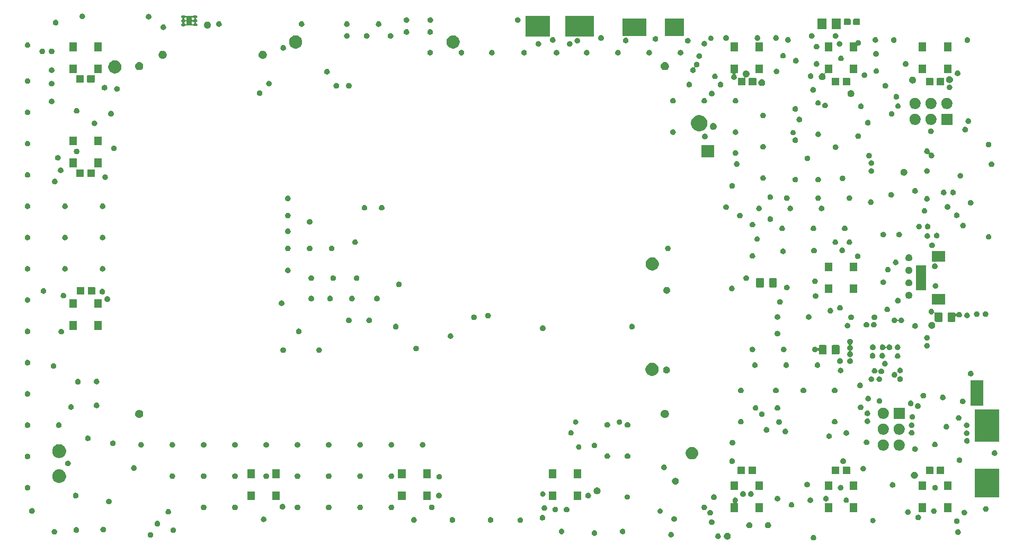
<source format=gts>
G04 #@! TF.GenerationSoftware,KiCad,Pcbnew,(5.1.5)-3*
G04 #@! TF.CreationDate,2020-07-17T16:25:31-04:00*
G04 #@! TF.ProjectId,CPU,4350552e-6b69-4636-9164-5f7063625858,rev?*
G04 #@! TF.SameCoordinates,Original*
G04 #@! TF.FileFunction,Soldermask,Top*
G04 #@! TF.FilePolarity,Negative*
%FSLAX46Y46*%
G04 Gerber Fmt 4.6, Leading zero omitted, Abs format (unit mm)*
G04 Created by KiCad (PCBNEW (5.1.5)-3) date 2020-07-17 16:25:31*
%MOMM*%
%LPD*%
G04 APERTURE LIST*
%ADD10C,0.100000*%
G04 APERTURE END LIST*
D10*
G36*
X137000000Y-49500000D02*
G01*
X134000000Y-49500000D01*
X134000000Y-46750000D01*
X137000000Y-46750000D01*
X137000000Y-49500000D01*
G37*
X137000000Y-49500000D02*
X134000000Y-49500000D01*
X134000000Y-46750000D01*
X137000000Y-46750000D01*
X137000000Y-49500000D01*
G36*
X131000000Y-49500000D02*
G01*
X127250000Y-49500000D01*
X127250000Y-46750000D01*
X131000000Y-46750000D01*
X131000000Y-49500000D01*
G37*
X131000000Y-49500000D02*
X127250000Y-49500000D01*
X127250000Y-46750000D01*
X131000000Y-46750000D01*
X131000000Y-49500000D01*
G36*
X187325000Y-123190000D02*
G01*
X183515000Y-123190000D01*
X183515000Y-118745000D01*
X187325000Y-118745000D01*
X187325000Y-123190000D01*
G37*
X187325000Y-123190000D02*
X183515000Y-123190000D01*
X183515000Y-118745000D01*
X187325000Y-118745000D01*
X187325000Y-123190000D01*
G36*
X187325000Y-114300000D02*
G01*
X183515000Y-114300000D01*
X183515000Y-109220000D01*
X187325000Y-109220000D01*
X187325000Y-114300000D01*
G37*
X187325000Y-114300000D02*
X183515000Y-114300000D01*
X183515000Y-109220000D01*
X187325000Y-109220000D01*
X187325000Y-114300000D01*
G36*
X122555000Y-49530000D02*
G01*
X118110000Y-49530000D01*
X118110000Y-46355000D01*
X122555000Y-46355000D01*
X122555000Y-49530000D01*
G37*
X122555000Y-49530000D02*
X118110000Y-49530000D01*
X118110000Y-46355000D01*
X122555000Y-46355000D01*
X122555000Y-49530000D01*
G36*
X115570000Y-49530000D02*
G01*
X111760000Y-49530000D01*
X111760000Y-46355000D01*
X115570000Y-46355000D01*
X115570000Y-49530000D01*
G37*
X115570000Y-49530000D02*
X111760000Y-49530000D01*
X111760000Y-46355000D01*
X115570000Y-46355000D01*
X115570000Y-49530000D01*
G36*
X184850000Y-108550000D02*
G01*
X182850000Y-108550000D01*
X182850000Y-104550000D01*
X184850000Y-104550000D01*
X184850000Y-108550000D01*
G37*
X184850000Y-108550000D02*
X182850000Y-108550000D01*
X182850000Y-104550000D01*
X184850000Y-104550000D01*
X184850000Y-108550000D01*
G36*
X157881552Y-129316331D02*
G01*
X157963627Y-129350328D01*
X157963629Y-129350329D01*
X157990746Y-129368448D01*
X158037495Y-129399685D01*
X158100315Y-129462505D01*
X158149672Y-129536373D01*
X158183669Y-129618448D01*
X158201000Y-129705579D01*
X158201000Y-129794421D01*
X158183669Y-129881552D01*
X158162081Y-129933669D01*
X158149671Y-129963629D01*
X158100314Y-130037496D01*
X158037496Y-130100314D01*
X157963629Y-130149671D01*
X157963628Y-130149672D01*
X157963627Y-130149672D01*
X157881552Y-130183669D01*
X157794421Y-130201000D01*
X157705579Y-130201000D01*
X157618448Y-130183669D01*
X157536373Y-130149672D01*
X157536372Y-130149672D01*
X157536371Y-130149671D01*
X157462504Y-130100314D01*
X157399686Y-130037496D01*
X157350329Y-129963629D01*
X157337919Y-129933669D01*
X157316331Y-129881552D01*
X157299000Y-129794421D01*
X157299000Y-129705579D01*
X157316331Y-129618448D01*
X157350328Y-129536373D01*
X157399685Y-129462505D01*
X157462505Y-129399685D01*
X157509254Y-129368448D01*
X157536371Y-129350329D01*
X157536373Y-129350328D01*
X157618448Y-129316331D01*
X157705579Y-129299000D01*
X157794421Y-129299000D01*
X157881552Y-129316331D01*
G37*
G36*
X144160721Y-128970174D02*
G01*
X144260995Y-129011709D01*
X144262186Y-129012505D01*
X144351242Y-129072010D01*
X144427990Y-129148758D01*
X144429030Y-129150315D01*
X144488291Y-129239005D01*
X144529826Y-129339279D01*
X144551000Y-129445730D01*
X144551000Y-129554270D01*
X144529826Y-129660721D01*
X144488291Y-129760995D01*
X144465957Y-129794420D01*
X144427990Y-129851242D01*
X144351242Y-129927990D01*
X144316805Y-129951000D01*
X144260995Y-129988291D01*
X144160721Y-130029826D01*
X144054270Y-130051000D01*
X143945730Y-130051000D01*
X143839279Y-130029826D01*
X143739005Y-129988291D01*
X143683195Y-129951000D01*
X143648758Y-129927990D01*
X143572010Y-129851242D01*
X143534043Y-129794420D01*
X143511709Y-129760995D01*
X143470174Y-129660721D01*
X143449000Y-129554270D01*
X143449000Y-129445730D01*
X143470174Y-129339279D01*
X143511709Y-129239005D01*
X143570970Y-129150315D01*
X143572010Y-129148758D01*
X143648758Y-129072010D01*
X143737814Y-129012505D01*
X143739005Y-129011709D01*
X143839279Y-128970174D01*
X143945730Y-128949000D01*
X144054270Y-128949000D01*
X144160721Y-128970174D01*
G37*
G36*
X142631552Y-129066331D02*
G01*
X142713627Y-129100328D01*
X142713629Y-129100329D01*
X142740746Y-129118448D01*
X142787495Y-129149685D01*
X142850315Y-129212505D01*
X142851066Y-129213629D01*
X142897866Y-129283669D01*
X142899672Y-129286373D01*
X142933669Y-129368448D01*
X142951000Y-129455579D01*
X142951000Y-129544421D01*
X142933669Y-129631552D01*
X142903005Y-129705580D01*
X142899671Y-129713629D01*
X142874825Y-129750813D01*
X142850315Y-129787495D01*
X142787495Y-129850315D01*
X142750813Y-129874825D01*
X142713629Y-129899671D01*
X142713628Y-129899672D01*
X142713627Y-129899672D01*
X142631552Y-129933669D01*
X142544421Y-129951000D01*
X142455579Y-129951000D01*
X142368448Y-129933669D01*
X142286373Y-129899672D01*
X142286372Y-129899672D01*
X142286371Y-129899671D01*
X142249187Y-129874825D01*
X142212505Y-129850315D01*
X142149685Y-129787495D01*
X142125175Y-129750813D01*
X142100329Y-129713629D01*
X142096995Y-129705580D01*
X142066331Y-129631552D01*
X142049000Y-129544421D01*
X142049000Y-129455579D01*
X142066331Y-129368448D01*
X142100328Y-129286373D01*
X142102135Y-129283669D01*
X142148934Y-129213629D01*
X142149685Y-129212505D01*
X142212505Y-129149685D01*
X142259254Y-129118448D01*
X142286371Y-129100329D01*
X142286373Y-129100328D01*
X142368448Y-129066331D01*
X142455579Y-129049000D01*
X142544421Y-129049000D01*
X142631552Y-129066331D01*
G37*
G36*
X51931552Y-128866331D02*
G01*
X52013627Y-128900328D01*
X52013629Y-128900329D01*
X52014633Y-128901000D01*
X52087495Y-128949685D01*
X52150315Y-129012505D01*
X52151066Y-129013629D01*
X52186281Y-129066331D01*
X52199672Y-129086373D01*
X52233669Y-129168448D01*
X52251000Y-129255579D01*
X52251000Y-129344421D01*
X52233669Y-129431552D01*
X52199672Y-129513627D01*
X52199671Y-129513629D01*
X52150314Y-129587496D01*
X52087496Y-129650314D01*
X52013629Y-129699671D01*
X52013628Y-129699672D01*
X52013627Y-129699672D01*
X51931552Y-129733669D01*
X51844421Y-129751000D01*
X51755579Y-129751000D01*
X51668448Y-129733669D01*
X51586373Y-129699672D01*
X51586372Y-129699672D01*
X51586371Y-129699671D01*
X51512504Y-129650314D01*
X51449686Y-129587496D01*
X51400329Y-129513629D01*
X51400328Y-129513627D01*
X51366331Y-129431552D01*
X51349000Y-129344421D01*
X51349000Y-129255579D01*
X51366331Y-129168448D01*
X51400328Y-129086373D01*
X51413720Y-129066331D01*
X51448934Y-129013629D01*
X51449685Y-129012505D01*
X51512505Y-128949685D01*
X51585367Y-128901000D01*
X51586371Y-128900329D01*
X51586373Y-128900328D01*
X51668448Y-128866331D01*
X51755579Y-128849000D01*
X51844421Y-128849000D01*
X51931552Y-128866331D01*
G37*
G36*
X135131552Y-128816331D02*
G01*
X135213627Y-128850328D01*
X135213629Y-128850329D01*
X135237577Y-128866331D01*
X135287495Y-128899685D01*
X135350315Y-128962505D01*
X135399672Y-129036373D01*
X135433669Y-129118448D01*
X135451000Y-129205579D01*
X135451000Y-129294421D01*
X135433669Y-129381552D01*
X135399672Y-129463627D01*
X135351065Y-129536373D01*
X135350314Y-129537496D01*
X135287496Y-129600314D01*
X135213629Y-129649671D01*
X135213628Y-129649672D01*
X135213627Y-129649672D01*
X135131552Y-129683669D01*
X135044421Y-129701000D01*
X134955579Y-129701000D01*
X134868448Y-129683669D01*
X134786373Y-129649672D01*
X134786372Y-129649672D01*
X134786371Y-129649671D01*
X134712504Y-129600314D01*
X134649686Y-129537496D01*
X134648936Y-129536373D01*
X134600328Y-129463627D01*
X134566331Y-129381552D01*
X134549000Y-129294421D01*
X134549000Y-129205579D01*
X134566331Y-129118448D01*
X134600328Y-129036373D01*
X134649685Y-128962505D01*
X134712505Y-128899685D01*
X134762423Y-128866331D01*
X134786371Y-128850329D01*
X134786373Y-128850328D01*
X134868448Y-128816331D01*
X134955579Y-128799000D01*
X135044421Y-128799000D01*
X135131552Y-128816331D01*
G37*
G36*
X122881552Y-128566331D02*
G01*
X122949366Y-128594421D01*
X122963629Y-128600329D01*
X122990746Y-128618448D01*
X123037495Y-128649685D01*
X123100315Y-128712505D01*
X123149672Y-128786373D01*
X123183669Y-128868448D01*
X123201000Y-128955579D01*
X123201000Y-129044421D01*
X123183669Y-129131552D01*
X123153005Y-129205580D01*
X123149671Y-129213629D01*
X123132716Y-129239004D01*
X123100315Y-129287495D01*
X123037495Y-129350315D01*
X123037474Y-129350329D01*
X122963629Y-129399671D01*
X122963628Y-129399672D01*
X122963627Y-129399672D01*
X122881552Y-129433669D01*
X122794421Y-129451000D01*
X122705579Y-129451000D01*
X122618448Y-129433669D01*
X122536373Y-129399672D01*
X122536372Y-129399672D01*
X122536371Y-129399671D01*
X122462526Y-129350329D01*
X122462505Y-129350315D01*
X122399685Y-129287495D01*
X122367284Y-129239004D01*
X122350329Y-129213629D01*
X122346995Y-129205580D01*
X122316331Y-129131552D01*
X122299000Y-129044421D01*
X122299000Y-128955579D01*
X122316331Y-128868448D01*
X122350328Y-128786373D01*
X122399685Y-128712505D01*
X122462505Y-128649685D01*
X122509254Y-128618448D01*
X122536371Y-128600329D01*
X122550634Y-128594421D01*
X122618448Y-128566331D01*
X122705579Y-128549000D01*
X122794421Y-128549000D01*
X122881552Y-128566331D01*
G37*
G36*
X180981552Y-128416331D02*
G01*
X181062077Y-128449686D01*
X181063629Y-128450329D01*
X181081850Y-128462504D01*
X181137495Y-128499685D01*
X181200315Y-128562505D01*
X181249672Y-128636373D01*
X181283669Y-128718448D01*
X181301000Y-128805579D01*
X181301000Y-128894421D01*
X181283669Y-128981552D01*
X181249672Y-129063627D01*
X181249671Y-129063629D01*
X181244071Y-129072010D01*
X181200315Y-129137495D01*
X181137495Y-129200315D01*
X181129615Y-129205580D01*
X181063629Y-129249671D01*
X181063628Y-129249672D01*
X181063627Y-129249672D01*
X180981552Y-129283669D01*
X180894421Y-129301000D01*
X180805579Y-129301000D01*
X180718448Y-129283669D01*
X180636373Y-129249672D01*
X180636372Y-129249672D01*
X180636371Y-129249671D01*
X180570385Y-129205580D01*
X180562505Y-129200315D01*
X180499685Y-129137495D01*
X180455929Y-129072010D01*
X180450329Y-129063629D01*
X180450328Y-129063627D01*
X180416331Y-128981552D01*
X180399000Y-128894421D01*
X180399000Y-128805579D01*
X180416331Y-128718448D01*
X180450328Y-128636373D01*
X180499685Y-128562505D01*
X180562505Y-128499685D01*
X180618150Y-128462504D01*
X180636371Y-128450329D01*
X180637923Y-128449686D01*
X180718448Y-128416331D01*
X180805579Y-128399000D01*
X180894421Y-128399000D01*
X180981552Y-128416331D01*
G37*
G36*
X36581552Y-128366331D02*
G01*
X36662077Y-128399686D01*
X36663629Y-128400329D01*
X36737496Y-128449686D01*
X36800314Y-128512504D01*
X36836281Y-128566331D01*
X36849672Y-128586373D01*
X36883669Y-128668448D01*
X36901000Y-128755579D01*
X36901000Y-128844421D01*
X36883669Y-128931552D01*
X36849672Y-129013627D01*
X36801065Y-129086373D01*
X36800314Y-129087496D01*
X36737496Y-129150314D01*
X36663629Y-129199671D01*
X36663628Y-129199672D01*
X36663627Y-129199672D01*
X36581552Y-129233669D01*
X36494421Y-129251000D01*
X36405579Y-129251000D01*
X36318448Y-129233669D01*
X36236373Y-129199672D01*
X36236372Y-129199672D01*
X36236371Y-129199671D01*
X36162504Y-129150314D01*
X36099686Y-129087496D01*
X36098936Y-129086373D01*
X36050328Y-129013627D01*
X36016331Y-128931552D01*
X35999000Y-128844421D01*
X35999000Y-128755579D01*
X36016331Y-128668448D01*
X36050328Y-128586373D01*
X36063720Y-128566331D01*
X36099686Y-128512504D01*
X36162504Y-128449686D01*
X36236371Y-128400329D01*
X36237923Y-128399686D01*
X36318448Y-128366331D01*
X36405579Y-128349000D01*
X36494421Y-128349000D01*
X36581552Y-128366331D01*
G37*
G36*
X117631552Y-128316331D02*
G01*
X117713627Y-128350328D01*
X117713629Y-128350329D01*
X117737577Y-128366331D01*
X117787495Y-128399685D01*
X117850315Y-128462505D01*
X117899672Y-128536373D01*
X117933669Y-128618448D01*
X117951000Y-128705579D01*
X117951000Y-128794421D01*
X117933669Y-128881552D01*
X117903005Y-128955580D01*
X117899671Y-128963629D01*
X117874825Y-129000813D01*
X117850315Y-129037495D01*
X117787495Y-129100315D01*
X117787474Y-129100329D01*
X117713629Y-129149671D01*
X117713628Y-129149672D01*
X117713627Y-129149672D01*
X117631552Y-129183669D01*
X117544421Y-129201000D01*
X117455579Y-129201000D01*
X117368448Y-129183669D01*
X117286373Y-129149672D01*
X117286372Y-129149672D01*
X117286371Y-129149671D01*
X117212526Y-129100329D01*
X117212505Y-129100315D01*
X117149685Y-129037495D01*
X117125175Y-129000813D01*
X117100329Y-128963629D01*
X117096995Y-128955580D01*
X117066331Y-128881552D01*
X117049000Y-128794421D01*
X117049000Y-128705579D01*
X117066331Y-128618448D01*
X117100328Y-128536373D01*
X117149685Y-128462505D01*
X117212505Y-128399685D01*
X117262423Y-128366331D01*
X117286371Y-128350329D01*
X117286373Y-128350328D01*
X117368448Y-128316331D01*
X117455579Y-128299000D01*
X117544421Y-128299000D01*
X117631552Y-128316331D01*
G37*
G36*
X127381552Y-128316331D02*
G01*
X127463627Y-128350328D01*
X127463629Y-128350329D01*
X127487577Y-128366331D01*
X127537495Y-128399685D01*
X127600315Y-128462505D01*
X127649672Y-128536373D01*
X127683669Y-128618448D01*
X127701000Y-128705579D01*
X127701000Y-128794421D01*
X127683669Y-128881552D01*
X127653005Y-128955580D01*
X127649671Y-128963629D01*
X127624825Y-129000813D01*
X127600315Y-129037495D01*
X127537495Y-129100315D01*
X127537474Y-129100329D01*
X127463629Y-129149671D01*
X127463628Y-129149672D01*
X127463627Y-129149672D01*
X127381552Y-129183669D01*
X127294421Y-129201000D01*
X127205579Y-129201000D01*
X127118448Y-129183669D01*
X127036373Y-129149672D01*
X127036372Y-129149672D01*
X127036371Y-129149671D01*
X126962526Y-129100329D01*
X126962505Y-129100315D01*
X126899685Y-129037495D01*
X126875175Y-129000813D01*
X126850329Y-128963629D01*
X126846995Y-128955580D01*
X126816331Y-128881552D01*
X126799000Y-128794421D01*
X126799000Y-128705579D01*
X126816331Y-128618448D01*
X126850328Y-128536373D01*
X126899685Y-128462505D01*
X126962505Y-128399685D01*
X127012423Y-128366331D01*
X127036371Y-128350329D01*
X127036373Y-128350328D01*
X127118448Y-128316331D01*
X127205579Y-128299000D01*
X127294421Y-128299000D01*
X127381552Y-128316331D01*
G37*
G36*
X55581552Y-128116331D02*
G01*
X55662077Y-128149686D01*
X55663629Y-128150329D01*
X55681850Y-128162504D01*
X55728957Y-128193980D01*
X55737496Y-128199686D01*
X55800314Y-128262504D01*
X55836281Y-128316331D01*
X55849672Y-128336373D01*
X55883669Y-128418448D01*
X55901000Y-128505579D01*
X55901000Y-128594421D01*
X55883669Y-128681552D01*
X55849672Y-128763627D01*
X55800315Y-128837495D01*
X55737495Y-128900315D01*
X55700813Y-128924825D01*
X55663629Y-128949671D01*
X55663628Y-128949672D01*
X55663627Y-128949672D01*
X55581552Y-128983669D01*
X55494421Y-129001000D01*
X55405579Y-129001000D01*
X55318448Y-128983669D01*
X55236373Y-128949672D01*
X55236372Y-128949672D01*
X55236371Y-128949671D01*
X55199187Y-128924825D01*
X55162505Y-128900315D01*
X55099685Y-128837495D01*
X55050328Y-128763627D01*
X55016331Y-128681552D01*
X54999000Y-128594421D01*
X54999000Y-128505579D01*
X55016331Y-128418448D01*
X55050328Y-128336373D01*
X55063720Y-128316331D01*
X55099686Y-128262504D01*
X55162504Y-128199686D01*
X55171044Y-128193980D01*
X55218150Y-128162504D01*
X55236371Y-128150329D01*
X55237923Y-128149686D01*
X55318448Y-128116331D01*
X55405579Y-128099000D01*
X55494421Y-128099000D01*
X55581552Y-128116331D01*
G37*
G36*
X40081552Y-128066331D02*
G01*
X40162077Y-128099686D01*
X40163629Y-128100329D01*
X40187577Y-128116331D01*
X40237495Y-128149685D01*
X40300315Y-128212505D01*
X40349672Y-128286373D01*
X40383669Y-128368448D01*
X40401000Y-128455579D01*
X40401000Y-128544421D01*
X40383669Y-128631552D01*
X40349672Y-128713627D01*
X40300315Y-128787495D01*
X40237495Y-128850315D01*
X40237474Y-128850329D01*
X40163629Y-128899671D01*
X40163628Y-128899672D01*
X40163627Y-128899672D01*
X40081552Y-128933669D01*
X39994421Y-128951000D01*
X39905579Y-128951000D01*
X39818448Y-128933669D01*
X39736373Y-128899672D01*
X39736372Y-128899672D01*
X39736371Y-128899671D01*
X39662526Y-128850329D01*
X39662505Y-128850315D01*
X39599685Y-128787495D01*
X39550328Y-128713627D01*
X39516331Y-128631552D01*
X39499000Y-128544421D01*
X39499000Y-128455579D01*
X39516331Y-128368448D01*
X39550328Y-128286373D01*
X39599685Y-128212505D01*
X39662505Y-128149685D01*
X39712423Y-128116331D01*
X39736371Y-128100329D01*
X39737923Y-128099686D01*
X39818448Y-128066331D01*
X39905579Y-128049000D01*
X39994421Y-128049000D01*
X40081552Y-128066331D01*
G37*
G36*
X44381552Y-128016331D02*
G01*
X44463627Y-128050328D01*
X44463629Y-128050329D01*
X44487577Y-128066331D01*
X44537495Y-128099685D01*
X44600315Y-128162505D01*
X44649672Y-128236373D01*
X44683669Y-128318448D01*
X44701000Y-128405579D01*
X44701000Y-128494421D01*
X44683669Y-128581552D01*
X44649672Y-128663627D01*
X44600315Y-128737495D01*
X44537495Y-128800315D01*
X44529615Y-128805580D01*
X44463629Y-128849671D01*
X44463628Y-128849672D01*
X44463627Y-128849672D01*
X44381552Y-128883669D01*
X44294421Y-128901000D01*
X44205579Y-128901000D01*
X44118448Y-128883669D01*
X44036373Y-128849672D01*
X44036372Y-128849672D01*
X44036371Y-128849671D01*
X43970385Y-128805580D01*
X43962505Y-128800315D01*
X43899685Y-128737495D01*
X43850328Y-128663627D01*
X43816331Y-128581552D01*
X43799000Y-128494421D01*
X43799000Y-128405579D01*
X43816331Y-128318448D01*
X43850328Y-128236373D01*
X43899685Y-128162505D01*
X43962505Y-128099685D01*
X44012423Y-128066331D01*
X44036371Y-128050329D01*
X44036373Y-128050328D01*
X44118448Y-128016331D01*
X44205579Y-127999000D01*
X44294421Y-127999000D01*
X44381552Y-128016331D01*
G37*
G36*
X150597740Y-127258627D02*
G01*
X150646136Y-127268253D01*
X150683902Y-127283896D01*
X150737311Y-127306019D01*
X150737312Y-127306020D01*
X150819369Y-127360848D01*
X150889152Y-127430631D01*
X150902304Y-127450315D01*
X150943981Y-127512689D01*
X150959850Y-127551000D01*
X150981747Y-127603864D01*
X151001000Y-127700656D01*
X151001000Y-127799344D01*
X150981747Y-127896136D01*
X150980282Y-127899672D01*
X150943981Y-127987311D01*
X150924590Y-128016331D01*
X150889152Y-128069369D01*
X150819369Y-128139152D01*
X150802641Y-128150329D01*
X150737311Y-128193981D01*
X150683902Y-128216104D01*
X150646136Y-128231747D01*
X150622889Y-128236371D01*
X150549345Y-128251000D01*
X150450655Y-128251000D01*
X150377111Y-128236371D01*
X150353864Y-128231747D01*
X150316098Y-128216104D01*
X150262689Y-128193981D01*
X150197359Y-128150329D01*
X150180631Y-128139152D01*
X150110848Y-128069369D01*
X150075410Y-128016331D01*
X150056019Y-127987311D01*
X150019718Y-127899672D01*
X150018253Y-127896136D01*
X149999000Y-127799344D01*
X149999000Y-127700656D01*
X150018253Y-127603864D01*
X150040150Y-127551000D01*
X150056019Y-127512689D01*
X150097696Y-127450315D01*
X150110848Y-127430631D01*
X150180631Y-127360848D01*
X150262688Y-127306020D01*
X150262689Y-127306019D01*
X150316098Y-127283896D01*
X150353864Y-127268253D01*
X150402260Y-127258627D01*
X150450655Y-127249000D01*
X150549345Y-127249000D01*
X150597740Y-127258627D01*
G37*
G36*
X147597740Y-127258627D02*
G01*
X147646136Y-127268253D01*
X147683902Y-127283896D01*
X147737311Y-127306019D01*
X147737312Y-127306020D01*
X147819369Y-127360848D01*
X147889152Y-127430631D01*
X147902304Y-127450315D01*
X147943981Y-127512689D01*
X147959850Y-127551000D01*
X147981747Y-127603864D01*
X148001000Y-127700656D01*
X148001000Y-127799344D01*
X147981747Y-127896136D01*
X147980282Y-127899672D01*
X147943981Y-127987311D01*
X147924590Y-128016331D01*
X147889152Y-128069369D01*
X147819369Y-128139152D01*
X147802641Y-128150329D01*
X147737311Y-128193981D01*
X147683902Y-128216104D01*
X147646136Y-128231747D01*
X147622889Y-128236371D01*
X147549345Y-128251000D01*
X147450655Y-128251000D01*
X147377111Y-128236371D01*
X147353864Y-128231747D01*
X147316098Y-128216104D01*
X147262689Y-128193981D01*
X147197359Y-128150329D01*
X147180631Y-128139152D01*
X147110848Y-128069369D01*
X147075410Y-128016331D01*
X147056019Y-127987311D01*
X147019718Y-127899672D01*
X147018253Y-127896136D01*
X146999000Y-127799344D01*
X146999000Y-127700656D01*
X147018253Y-127603864D01*
X147040150Y-127551000D01*
X147056019Y-127512689D01*
X147097696Y-127450315D01*
X147110848Y-127430631D01*
X147180631Y-127360848D01*
X147262688Y-127306020D01*
X147262689Y-127306019D01*
X147316098Y-127283896D01*
X147353864Y-127268253D01*
X147402260Y-127258627D01*
X147450655Y-127249000D01*
X147549345Y-127249000D01*
X147597740Y-127258627D01*
G37*
G36*
X53031552Y-127066331D02*
G01*
X53113627Y-127100328D01*
X53113629Y-127100329D01*
X53140746Y-127118448D01*
X53187495Y-127149685D01*
X53250315Y-127212505D01*
X53299672Y-127286373D01*
X53333669Y-127368448D01*
X53351000Y-127455579D01*
X53351000Y-127544421D01*
X53333669Y-127631552D01*
X53312081Y-127683669D01*
X53299671Y-127713629D01*
X53250314Y-127787496D01*
X53187496Y-127850314D01*
X53113629Y-127899671D01*
X53113628Y-127899672D01*
X53113627Y-127899672D01*
X53031552Y-127933669D01*
X52944421Y-127951000D01*
X52855579Y-127951000D01*
X52768448Y-127933669D01*
X52686373Y-127899672D01*
X52686372Y-127899672D01*
X52686371Y-127899671D01*
X52612504Y-127850314D01*
X52549686Y-127787496D01*
X52500329Y-127713629D01*
X52487919Y-127683669D01*
X52466331Y-127631552D01*
X52449000Y-127544421D01*
X52449000Y-127455579D01*
X52466331Y-127368448D01*
X52500328Y-127286373D01*
X52549685Y-127212505D01*
X52612505Y-127149685D01*
X52659254Y-127118448D01*
X52686371Y-127100329D01*
X52686373Y-127100328D01*
X52768448Y-127066331D01*
X52855579Y-127049000D01*
X52944421Y-127049000D01*
X53031552Y-127066331D01*
G37*
G36*
X141631552Y-126816331D02*
G01*
X141713627Y-126850328D01*
X141713629Y-126850329D01*
X141750813Y-126875175D01*
X141787495Y-126899685D01*
X141850315Y-126962505D01*
X141899672Y-127036373D01*
X141933669Y-127118448D01*
X141951000Y-127205579D01*
X141951000Y-127294421D01*
X141933669Y-127381552D01*
X141899672Y-127463627D01*
X141850315Y-127537495D01*
X141787495Y-127600315D01*
X141782182Y-127603865D01*
X141713629Y-127649671D01*
X141713628Y-127649672D01*
X141713627Y-127649672D01*
X141631552Y-127683669D01*
X141544421Y-127701000D01*
X141455579Y-127701000D01*
X141368448Y-127683669D01*
X141286373Y-127649672D01*
X141286372Y-127649672D01*
X141286371Y-127649671D01*
X141217818Y-127603865D01*
X141212505Y-127600315D01*
X141149685Y-127537495D01*
X141100328Y-127463627D01*
X141066331Y-127381552D01*
X141049000Y-127294421D01*
X141049000Y-127205579D01*
X141066331Y-127118448D01*
X141100328Y-127036373D01*
X141149685Y-126962505D01*
X141212505Y-126899685D01*
X141249187Y-126875175D01*
X141286371Y-126850329D01*
X141286373Y-126850328D01*
X141368448Y-126816331D01*
X141455579Y-126799000D01*
X141544421Y-126799000D01*
X141631552Y-126816331D01*
G37*
G36*
X180781552Y-126666331D02*
G01*
X180863627Y-126700328D01*
X180863629Y-126700329D01*
X180900813Y-126725175D01*
X180937495Y-126749685D01*
X181000315Y-126812505D01*
X181049672Y-126886373D01*
X181083669Y-126968448D01*
X181101000Y-127055579D01*
X181101000Y-127144421D01*
X181083669Y-127231552D01*
X181060961Y-127286373D01*
X181049671Y-127313629D01*
X181025588Y-127349671D01*
X181000315Y-127387495D01*
X180937495Y-127450315D01*
X180929615Y-127455580D01*
X180863629Y-127499671D01*
X180863628Y-127499672D01*
X180863627Y-127499672D01*
X180781552Y-127533669D01*
X180694421Y-127551000D01*
X180605579Y-127551000D01*
X180518448Y-127533669D01*
X180436373Y-127499672D01*
X180436372Y-127499672D01*
X180436371Y-127499671D01*
X180370385Y-127455580D01*
X180362505Y-127450315D01*
X180299685Y-127387495D01*
X180274412Y-127349671D01*
X180250329Y-127313629D01*
X180239039Y-127286373D01*
X180216331Y-127231552D01*
X180199000Y-127144421D01*
X180199000Y-127055579D01*
X180216331Y-126968448D01*
X180250328Y-126886373D01*
X180299685Y-126812505D01*
X180362505Y-126749685D01*
X180399187Y-126725175D01*
X180436371Y-126700329D01*
X180436373Y-126700328D01*
X180518448Y-126666331D01*
X180605579Y-126649000D01*
X180694421Y-126649000D01*
X180781552Y-126666331D01*
G37*
G36*
X167374260Y-126590371D02*
G01*
X167396748Y-126599686D01*
X167451784Y-126622482D01*
X167451787Y-126622484D01*
X167521559Y-126669104D01*
X167580896Y-126728441D01*
X167604406Y-126763627D01*
X167627518Y-126798216D01*
X167635898Y-126818448D01*
X167659629Y-126875740D01*
X167676000Y-126958043D01*
X167676000Y-127041957D01*
X167659629Y-127124260D01*
X167645624Y-127158071D01*
X167627518Y-127201784D01*
X167627516Y-127201787D01*
X167580896Y-127271559D01*
X167521559Y-127330896D01*
X167465358Y-127368448D01*
X167451784Y-127377518D01*
X167408071Y-127395624D01*
X167374260Y-127409629D01*
X167291957Y-127426000D01*
X167208043Y-127426000D01*
X167125740Y-127409629D01*
X167091929Y-127395624D01*
X167048216Y-127377518D01*
X167034642Y-127368448D01*
X166978441Y-127330896D01*
X166919104Y-127271559D01*
X166872484Y-127201787D01*
X166872482Y-127201784D01*
X166854376Y-127158071D01*
X166840371Y-127124260D01*
X166824000Y-127041957D01*
X166824000Y-126958043D01*
X166840371Y-126875740D01*
X166864102Y-126818448D01*
X166872482Y-126798216D01*
X166895594Y-126763627D01*
X166919104Y-126728441D01*
X166978441Y-126669104D01*
X167048213Y-126622484D01*
X167048216Y-126622482D01*
X167103252Y-126599686D01*
X167125740Y-126590371D01*
X167208043Y-126574000D01*
X167291957Y-126574000D01*
X167374260Y-126590371D01*
G37*
G36*
X111031552Y-126516331D02*
G01*
X111112077Y-126549686D01*
X111113629Y-126550329D01*
X111149055Y-126574000D01*
X111187495Y-126599685D01*
X111250315Y-126662505D01*
X111254724Y-126669104D01*
X111294374Y-126728443D01*
X111299672Y-126736373D01*
X111333669Y-126818448D01*
X111351000Y-126905579D01*
X111351000Y-126994421D01*
X111333669Y-127081552D01*
X111305186Y-127150314D01*
X111299671Y-127163629D01*
X111283724Y-127187495D01*
X111250315Y-127237495D01*
X111187495Y-127300315D01*
X111167572Y-127313627D01*
X111113629Y-127349671D01*
X111113628Y-127349672D01*
X111113627Y-127349672D01*
X111031552Y-127383669D01*
X110944421Y-127401000D01*
X110855579Y-127401000D01*
X110768448Y-127383669D01*
X110686373Y-127349672D01*
X110686372Y-127349672D01*
X110686371Y-127349671D01*
X110632428Y-127313627D01*
X110612505Y-127300315D01*
X110549685Y-127237495D01*
X110516276Y-127187495D01*
X110500329Y-127163629D01*
X110494814Y-127150314D01*
X110466331Y-127081552D01*
X110449000Y-126994421D01*
X110449000Y-126905579D01*
X110466331Y-126818448D01*
X110500328Y-126736373D01*
X110505627Y-126728443D01*
X110545276Y-126669104D01*
X110549685Y-126662505D01*
X110612505Y-126599685D01*
X110650945Y-126574000D01*
X110686371Y-126550329D01*
X110687923Y-126549686D01*
X110768448Y-126516331D01*
X110855579Y-126499000D01*
X110944421Y-126499000D01*
X111031552Y-126516331D01*
G37*
G36*
X94031552Y-126466331D02*
G01*
X94113627Y-126500328D01*
X94113629Y-126500329D01*
X94131850Y-126512504D01*
X94179617Y-126544421D01*
X94187496Y-126549686D01*
X94250314Y-126612504D01*
X94286281Y-126666331D01*
X94299672Y-126686373D01*
X94333669Y-126768448D01*
X94351000Y-126855579D01*
X94351000Y-126944421D01*
X94333669Y-127031552D01*
X94299672Y-127113627D01*
X94250315Y-127187495D01*
X94187495Y-127250315D01*
X94160649Y-127268253D01*
X94113629Y-127299671D01*
X94113628Y-127299672D01*
X94113627Y-127299672D01*
X94031552Y-127333669D01*
X93944421Y-127351000D01*
X93855579Y-127351000D01*
X93768448Y-127333669D01*
X93686373Y-127299672D01*
X93686372Y-127299672D01*
X93686371Y-127299671D01*
X93639351Y-127268253D01*
X93612505Y-127250315D01*
X93549685Y-127187495D01*
X93500328Y-127113627D01*
X93466331Y-127031552D01*
X93449000Y-126944421D01*
X93449000Y-126855579D01*
X93466331Y-126768448D01*
X93500328Y-126686373D01*
X93513720Y-126666331D01*
X93549686Y-126612504D01*
X93612504Y-126549686D01*
X93620384Y-126544421D01*
X93668150Y-126512504D01*
X93686371Y-126500329D01*
X93686373Y-126500328D01*
X93768448Y-126466331D01*
X93855579Y-126449000D01*
X93944421Y-126449000D01*
X94031552Y-126466331D01*
G37*
G36*
X106281552Y-126466331D02*
G01*
X106363627Y-126500328D01*
X106363629Y-126500329D01*
X106381850Y-126512504D01*
X106429617Y-126544421D01*
X106437496Y-126549686D01*
X106500314Y-126612504D01*
X106536281Y-126666331D01*
X106549672Y-126686373D01*
X106583669Y-126768448D01*
X106601000Y-126855579D01*
X106601000Y-126944421D01*
X106583669Y-127031552D01*
X106549672Y-127113627D01*
X106500315Y-127187495D01*
X106437495Y-127250315D01*
X106410649Y-127268253D01*
X106363629Y-127299671D01*
X106363628Y-127299672D01*
X106363627Y-127299672D01*
X106281552Y-127333669D01*
X106194421Y-127351000D01*
X106105579Y-127351000D01*
X106018448Y-127333669D01*
X105936373Y-127299672D01*
X105936372Y-127299672D01*
X105936371Y-127299671D01*
X105889351Y-127268253D01*
X105862505Y-127250315D01*
X105799685Y-127187495D01*
X105750328Y-127113627D01*
X105716331Y-127031552D01*
X105699000Y-126944421D01*
X105699000Y-126855579D01*
X105716331Y-126768448D01*
X105750328Y-126686373D01*
X105763720Y-126666331D01*
X105799686Y-126612504D01*
X105862504Y-126549686D01*
X105870384Y-126544421D01*
X105918150Y-126512504D01*
X105936371Y-126500329D01*
X105936373Y-126500328D01*
X106018448Y-126466331D01*
X106105579Y-126449000D01*
X106194421Y-126449000D01*
X106281552Y-126466331D01*
G37*
G36*
X100181552Y-126466331D02*
G01*
X100263627Y-126500328D01*
X100263629Y-126500329D01*
X100281850Y-126512504D01*
X100329617Y-126544421D01*
X100337496Y-126549686D01*
X100400314Y-126612504D01*
X100436281Y-126666331D01*
X100449672Y-126686373D01*
X100483669Y-126768448D01*
X100501000Y-126855579D01*
X100501000Y-126944421D01*
X100483669Y-127031552D01*
X100449672Y-127113627D01*
X100400315Y-127187495D01*
X100337495Y-127250315D01*
X100310649Y-127268253D01*
X100263629Y-127299671D01*
X100263628Y-127299672D01*
X100263627Y-127299672D01*
X100181552Y-127333669D01*
X100094421Y-127351000D01*
X100005579Y-127351000D01*
X99918448Y-127333669D01*
X99836373Y-127299672D01*
X99836372Y-127299672D01*
X99836371Y-127299671D01*
X99789351Y-127268253D01*
X99762505Y-127250315D01*
X99699685Y-127187495D01*
X99650328Y-127113627D01*
X99616331Y-127031552D01*
X99599000Y-126944421D01*
X99599000Y-126855579D01*
X99616331Y-126768448D01*
X99650328Y-126686373D01*
X99663720Y-126666331D01*
X99699686Y-126612504D01*
X99762504Y-126549686D01*
X99770384Y-126544421D01*
X99818150Y-126512504D01*
X99836371Y-126500329D01*
X99836373Y-126500328D01*
X99918448Y-126466331D01*
X100005579Y-126449000D01*
X100094421Y-126449000D01*
X100181552Y-126466331D01*
G37*
G36*
X70031552Y-126366331D02*
G01*
X70112077Y-126399686D01*
X70113629Y-126400329D01*
X70140746Y-126418448D01*
X70187495Y-126449685D01*
X70250315Y-126512505D01*
X70299672Y-126586373D01*
X70333669Y-126668448D01*
X70351000Y-126755579D01*
X70351000Y-126844421D01*
X70333669Y-126931552D01*
X70312081Y-126983669D01*
X70299671Y-127013629D01*
X70250314Y-127087496D01*
X70187496Y-127150314D01*
X70113629Y-127199671D01*
X70113628Y-127199672D01*
X70113627Y-127199672D01*
X70031552Y-127233669D01*
X69944421Y-127251000D01*
X69855579Y-127251000D01*
X69768448Y-127233669D01*
X69686373Y-127199672D01*
X69686372Y-127199672D01*
X69686371Y-127199671D01*
X69612504Y-127150314D01*
X69549686Y-127087496D01*
X69500329Y-127013629D01*
X69487919Y-126983669D01*
X69466331Y-126931552D01*
X69449000Y-126844421D01*
X69449000Y-126755579D01*
X69466331Y-126668448D01*
X69500328Y-126586373D01*
X69549685Y-126512505D01*
X69612505Y-126449685D01*
X69659254Y-126418448D01*
X69686371Y-126400329D01*
X69687923Y-126399686D01*
X69768448Y-126366331D01*
X69855579Y-126349000D01*
X69944421Y-126349000D01*
X70031552Y-126366331D01*
G37*
G36*
X135631552Y-126316331D02*
G01*
X135713627Y-126350328D01*
X135713629Y-126350329D01*
X135787496Y-126399686D01*
X135850314Y-126462504D01*
X135886281Y-126516331D01*
X135899672Y-126536373D01*
X135933669Y-126618448D01*
X135951000Y-126705579D01*
X135951000Y-126794421D01*
X135933669Y-126881552D01*
X135912081Y-126933669D01*
X135899671Y-126963629D01*
X135879097Y-126994420D01*
X135850315Y-127037495D01*
X135787495Y-127100315D01*
X135787474Y-127100329D01*
X135713629Y-127149671D01*
X135713628Y-127149672D01*
X135713627Y-127149672D01*
X135631552Y-127183669D01*
X135544421Y-127201000D01*
X135455579Y-127201000D01*
X135368448Y-127183669D01*
X135286373Y-127149672D01*
X135286372Y-127149672D01*
X135286371Y-127149671D01*
X135212526Y-127100329D01*
X135212505Y-127100315D01*
X135149685Y-127037495D01*
X135120903Y-126994420D01*
X135100329Y-126963629D01*
X135087919Y-126933669D01*
X135066331Y-126881552D01*
X135049000Y-126794421D01*
X135049000Y-126705579D01*
X135066331Y-126618448D01*
X135100328Y-126536373D01*
X135113720Y-126516331D01*
X135149686Y-126462504D01*
X135212504Y-126399686D01*
X135286371Y-126350329D01*
X135286373Y-126350328D01*
X135368448Y-126316331D01*
X135455579Y-126299000D01*
X135544421Y-126299000D01*
X135631552Y-126316331D01*
G37*
G36*
X114581552Y-126116331D02*
G01*
X114662077Y-126149686D01*
X114663629Y-126150329D01*
X114737496Y-126199686D01*
X114800314Y-126262504D01*
X114836281Y-126316331D01*
X114849672Y-126336373D01*
X114883669Y-126418448D01*
X114901000Y-126505579D01*
X114901000Y-126594421D01*
X114883669Y-126681552D01*
X114849672Y-126763627D01*
X114800315Y-126837495D01*
X114737495Y-126900315D01*
X114729615Y-126905580D01*
X114663629Y-126949671D01*
X114663628Y-126949672D01*
X114663627Y-126949672D01*
X114581552Y-126983669D01*
X114494421Y-127001000D01*
X114405579Y-127001000D01*
X114318448Y-126983669D01*
X114236373Y-126949672D01*
X114236372Y-126949672D01*
X114236371Y-126949671D01*
X114170385Y-126905580D01*
X114162505Y-126900315D01*
X114099685Y-126837495D01*
X114050328Y-126763627D01*
X114016331Y-126681552D01*
X113999000Y-126594421D01*
X113999000Y-126505579D01*
X114016331Y-126418448D01*
X114050328Y-126336373D01*
X114063720Y-126316331D01*
X114099686Y-126262504D01*
X114162504Y-126199686D01*
X114236371Y-126150329D01*
X114237923Y-126149686D01*
X114318448Y-126116331D01*
X114405579Y-126099000D01*
X114494421Y-126099000D01*
X114581552Y-126116331D01*
G37*
G36*
X174631552Y-126066331D02*
G01*
X174713627Y-126100328D01*
X174713629Y-126100329D01*
X174714633Y-126101000D01*
X174787495Y-126149685D01*
X174850315Y-126212505D01*
X174899672Y-126286373D01*
X174933669Y-126368448D01*
X174951000Y-126455579D01*
X174951000Y-126544421D01*
X174933669Y-126631552D01*
X174899672Y-126713627D01*
X174850315Y-126787495D01*
X174787495Y-126850315D01*
X174779615Y-126855580D01*
X174713629Y-126899671D01*
X174713628Y-126899672D01*
X174713627Y-126899672D01*
X174631552Y-126933669D01*
X174544421Y-126951000D01*
X174455579Y-126951000D01*
X174368448Y-126933669D01*
X174286373Y-126899672D01*
X174286372Y-126899672D01*
X174286371Y-126899671D01*
X174220385Y-126855580D01*
X174212505Y-126850315D01*
X174149685Y-126787495D01*
X174100328Y-126713627D01*
X174066331Y-126631552D01*
X174049000Y-126544421D01*
X174049000Y-126455579D01*
X174066331Y-126368448D01*
X174100328Y-126286373D01*
X174149685Y-126212505D01*
X174212505Y-126149685D01*
X174285367Y-126101000D01*
X174286371Y-126100329D01*
X174286373Y-126100328D01*
X174368448Y-126066331D01*
X174455579Y-126049000D01*
X174544421Y-126049000D01*
X174631552Y-126066331D01*
G37*
G36*
X141381552Y-125316331D02*
G01*
X141463627Y-125350328D01*
X141463629Y-125350329D01*
X141490746Y-125368448D01*
X141537495Y-125399685D01*
X141600315Y-125462505D01*
X141601066Y-125463629D01*
X141636309Y-125516373D01*
X141649672Y-125536373D01*
X141683669Y-125618448D01*
X141701000Y-125705579D01*
X141701000Y-125794421D01*
X141683669Y-125881552D01*
X141649672Y-125963627D01*
X141600315Y-126037495D01*
X141537495Y-126100315D01*
X141513525Y-126116331D01*
X141463629Y-126149671D01*
X141463628Y-126149672D01*
X141463627Y-126149672D01*
X141381552Y-126183669D01*
X141294421Y-126201000D01*
X141205579Y-126201000D01*
X141118448Y-126183669D01*
X141036373Y-126149672D01*
X141036372Y-126149672D01*
X141036371Y-126149671D01*
X140986475Y-126116331D01*
X140962505Y-126100315D01*
X140899685Y-126037495D01*
X140850328Y-125963627D01*
X140816331Y-125881552D01*
X140799000Y-125794421D01*
X140799000Y-125705579D01*
X140816331Y-125618448D01*
X140850328Y-125536373D01*
X140863692Y-125516373D01*
X140898934Y-125463629D01*
X140899685Y-125462505D01*
X140962505Y-125399685D01*
X141009254Y-125368448D01*
X141036371Y-125350329D01*
X141036373Y-125350328D01*
X141118448Y-125316331D01*
X141205579Y-125299000D01*
X141294421Y-125299000D01*
X141381552Y-125316331D01*
G37*
G36*
X181995552Y-125296331D02*
G01*
X182077627Y-125330328D01*
X182077629Y-125330329D01*
X182107538Y-125350314D01*
X182151495Y-125379685D01*
X182214315Y-125442505D01*
X182238825Y-125479187D01*
X182252943Y-125500315D01*
X182263672Y-125516373D01*
X182297669Y-125598448D01*
X182315000Y-125685579D01*
X182315000Y-125774421D01*
X182297669Y-125861552D01*
X182263672Y-125943627D01*
X182263671Y-125943629D01*
X182250307Y-125963629D01*
X182214315Y-126017495D01*
X182151495Y-126080315D01*
X182146475Y-126083669D01*
X182077629Y-126129671D01*
X182077628Y-126129672D01*
X182077627Y-126129672D01*
X181995552Y-126163669D01*
X181908421Y-126181000D01*
X181819579Y-126181000D01*
X181732448Y-126163669D01*
X181650373Y-126129672D01*
X181650372Y-126129672D01*
X181650371Y-126129671D01*
X181581525Y-126083669D01*
X181576505Y-126080315D01*
X181513685Y-126017495D01*
X181477693Y-125963629D01*
X181464329Y-125943629D01*
X181464328Y-125943627D01*
X181430331Y-125861552D01*
X181413000Y-125774421D01*
X181413000Y-125685579D01*
X181430331Y-125598448D01*
X181464328Y-125516373D01*
X181475058Y-125500315D01*
X181489175Y-125479187D01*
X181513685Y-125442505D01*
X181576505Y-125379685D01*
X181620462Y-125350314D01*
X181650371Y-125330329D01*
X181650373Y-125330328D01*
X181732448Y-125296331D01*
X181819579Y-125279000D01*
X181908421Y-125279000D01*
X181995552Y-125296331D01*
G37*
G36*
X172981552Y-125216331D02*
G01*
X173063627Y-125250328D01*
X173063629Y-125250329D01*
X173100813Y-125275175D01*
X173137495Y-125299685D01*
X173200315Y-125362505D01*
X173209158Y-125375740D01*
X173247866Y-125433669D01*
X173249672Y-125436373D01*
X173283669Y-125518448D01*
X173301000Y-125605579D01*
X173301000Y-125694421D01*
X173283669Y-125781552D01*
X173249672Y-125863627D01*
X173249671Y-125863629D01*
X173233724Y-125887495D01*
X173207996Y-125926000D01*
X173200314Y-125937496D01*
X173137496Y-126000314D01*
X173063629Y-126049671D01*
X173063628Y-126049672D01*
X173063627Y-126049672D01*
X172981552Y-126083669D01*
X172894421Y-126101000D01*
X172805579Y-126101000D01*
X172718448Y-126083669D01*
X172636373Y-126049672D01*
X172636372Y-126049672D01*
X172636371Y-126049671D01*
X172562504Y-126000314D01*
X172499686Y-125937496D01*
X172492005Y-125926000D01*
X172466276Y-125887495D01*
X172450329Y-125863629D01*
X172450328Y-125863627D01*
X172416331Y-125781552D01*
X172399000Y-125694421D01*
X172399000Y-125605579D01*
X172416331Y-125518448D01*
X172450328Y-125436373D01*
X172452135Y-125433669D01*
X172490842Y-125375740D01*
X172499685Y-125362505D01*
X172562505Y-125299685D01*
X172599187Y-125275175D01*
X172636371Y-125250329D01*
X172636373Y-125250328D01*
X172718448Y-125216331D01*
X172805579Y-125199000D01*
X172894421Y-125199000D01*
X172981552Y-125216331D01*
G37*
G36*
X54781552Y-125166331D02*
G01*
X54863627Y-125200328D01*
X54863629Y-125200329D01*
X54894068Y-125220668D01*
X54937495Y-125249685D01*
X55000315Y-125312505D01*
X55049672Y-125386373D01*
X55083669Y-125468448D01*
X55101000Y-125555579D01*
X55101000Y-125644421D01*
X55083669Y-125731552D01*
X55049672Y-125813627D01*
X55000315Y-125887495D01*
X54937495Y-125950315D01*
X54917572Y-125963627D01*
X54863629Y-125999671D01*
X54863628Y-125999672D01*
X54863627Y-125999672D01*
X54781552Y-126033669D01*
X54694421Y-126051000D01*
X54605579Y-126051000D01*
X54518448Y-126033669D01*
X54436373Y-125999672D01*
X54436372Y-125999672D01*
X54436371Y-125999671D01*
X54382428Y-125963627D01*
X54362505Y-125950315D01*
X54299685Y-125887495D01*
X54250328Y-125813627D01*
X54216331Y-125731552D01*
X54199000Y-125644421D01*
X54199000Y-125555579D01*
X54216331Y-125468448D01*
X54250328Y-125386373D01*
X54299685Y-125312505D01*
X54362505Y-125249685D01*
X54405932Y-125220668D01*
X54436371Y-125200329D01*
X54436373Y-125200328D01*
X54518448Y-125166331D01*
X54605579Y-125149000D01*
X54694421Y-125149000D01*
X54781552Y-125166331D01*
G37*
G36*
X177131552Y-125066331D02*
G01*
X177212077Y-125099686D01*
X177213629Y-125100329D01*
X177240746Y-125118448D01*
X177287495Y-125149685D01*
X177350315Y-125212505D01*
X177399672Y-125286373D01*
X177433669Y-125368448D01*
X177451000Y-125455579D01*
X177451000Y-125544421D01*
X177433669Y-125631552D01*
X177399672Y-125713627D01*
X177350315Y-125787495D01*
X177287495Y-125850315D01*
X177267572Y-125863627D01*
X177213629Y-125899671D01*
X177213628Y-125899672D01*
X177213627Y-125899672D01*
X177131552Y-125933669D01*
X177044421Y-125951000D01*
X176955579Y-125951000D01*
X176868448Y-125933669D01*
X176786373Y-125899672D01*
X176786372Y-125899672D01*
X176786371Y-125899671D01*
X176732428Y-125863627D01*
X176712505Y-125850315D01*
X176649685Y-125787495D01*
X176600328Y-125713627D01*
X176566331Y-125631552D01*
X176549000Y-125544421D01*
X176549000Y-125455579D01*
X176566331Y-125368448D01*
X176600328Y-125286373D01*
X176649685Y-125212505D01*
X176712505Y-125149685D01*
X176759254Y-125118448D01*
X176786371Y-125100329D01*
X176787923Y-125099686D01*
X176868448Y-125066331D01*
X176955579Y-125049000D01*
X177044421Y-125049000D01*
X177131552Y-125066331D01*
G37*
G36*
X133374260Y-125090371D02*
G01*
X133408071Y-125104376D01*
X133451784Y-125122482D01*
X133451787Y-125122484D01*
X133521559Y-125169104D01*
X133580896Y-125228441D01*
X133619603Y-125286371D01*
X133627518Y-125298216D01*
X133645624Y-125341929D01*
X133659629Y-125375740D01*
X133676000Y-125458043D01*
X133676000Y-125541957D01*
X133659629Y-125624260D01*
X133651278Y-125644420D01*
X133627518Y-125701784D01*
X133627516Y-125701787D01*
X133580896Y-125771559D01*
X133521559Y-125830896D01*
X133492498Y-125850314D01*
X133451784Y-125877518D01*
X133408071Y-125895624D01*
X133374260Y-125909629D01*
X133291957Y-125926000D01*
X133208043Y-125926000D01*
X133125740Y-125909629D01*
X133091929Y-125895624D01*
X133048216Y-125877518D01*
X133007502Y-125850314D01*
X132978441Y-125830896D01*
X132919104Y-125771559D01*
X132872484Y-125701787D01*
X132872482Y-125701784D01*
X132848722Y-125644420D01*
X132840371Y-125624260D01*
X132824000Y-125541957D01*
X132824000Y-125458043D01*
X132840371Y-125375740D01*
X132854376Y-125341929D01*
X132872482Y-125298216D01*
X132880397Y-125286371D01*
X132919104Y-125228441D01*
X132978441Y-125169104D01*
X133048213Y-125122484D01*
X133048216Y-125122482D01*
X133091929Y-125104376D01*
X133125740Y-125090371D01*
X133208043Y-125074000D01*
X133291957Y-125074000D01*
X133374260Y-125090371D01*
G37*
G36*
X32981552Y-125016331D02*
G01*
X33063627Y-125050328D01*
X33063629Y-125050329D01*
X33087577Y-125066331D01*
X33137495Y-125099685D01*
X33200315Y-125162505D01*
X33216462Y-125186671D01*
X33244374Y-125228443D01*
X33249672Y-125236373D01*
X33283669Y-125318448D01*
X33301000Y-125405579D01*
X33301000Y-125494421D01*
X33283669Y-125581552D01*
X33265978Y-125624261D01*
X33249671Y-125663629D01*
X33200314Y-125737496D01*
X33137496Y-125800314D01*
X33063629Y-125849671D01*
X33063628Y-125849672D01*
X33063627Y-125849672D01*
X32981552Y-125883669D01*
X32894421Y-125901000D01*
X32805579Y-125901000D01*
X32718448Y-125883669D01*
X32636373Y-125849672D01*
X32636372Y-125849672D01*
X32636371Y-125849671D01*
X32562504Y-125800314D01*
X32499686Y-125737496D01*
X32450329Y-125663629D01*
X32434022Y-125624261D01*
X32416331Y-125581552D01*
X32399000Y-125494421D01*
X32399000Y-125405579D01*
X32416331Y-125318448D01*
X32450328Y-125236373D01*
X32455627Y-125228443D01*
X32483538Y-125186671D01*
X32499685Y-125162505D01*
X32562505Y-125099685D01*
X32612423Y-125066331D01*
X32636371Y-125050329D01*
X32636373Y-125050328D01*
X32718448Y-125016331D01*
X32805579Y-124999000D01*
X32894421Y-124999000D01*
X32981552Y-125016331D01*
G37*
G36*
X116631552Y-124816331D02*
G01*
X116713627Y-124850328D01*
X116713629Y-124850329D01*
X116731850Y-124862504D01*
X116787476Y-124899672D01*
X116787496Y-124899686D01*
X116850314Y-124962504D01*
X116886281Y-125016331D01*
X116899672Y-125036373D01*
X116933669Y-125118448D01*
X116951000Y-125205579D01*
X116951000Y-125294421D01*
X116933669Y-125381552D01*
X116899672Y-125463627D01*
X116850315Y-125537495D01*
X116787495Y-125600315D01*
X116779615Y-125605580D01*
X116713629Y-125649671D01*
X116713628Y-125649672D01*
X116713627Y-125649672D01*
X116631552Y-125683669D01*
X116544421Y-125701000D01*
X116455579Y-125701000D01*
X116368448Y-125683669D01*
X116286373Y-125649672D01*
X116286372Y-125649672D01*
X116286371Y-125649671D01*
X116220385Y-125605580D01*
X116212505Y-125600315D01*
X116149685Y-125537495D01*
X116100328Y-125463627D01*
X116066331Y-125381552D01*
X116049000Y-125294421D01*
X116049000Y-125205579D01*
X116066331Y-125118448D01*
X116100328Y-125036373D01*
X116113720Y-125016331D01*
X116149686Y-124962504D01*
X116212504Y-124899686D01*
X116212525Y-124899672D01*
X116268150Y-124862504D01*
X116286371Y-124850329D01*
X116286373Y-124850328D01*
X116368448Y-124816331D01*
X116455579Y-124799000D01*
X116544421Y-124799000D01*
X116631552Y-124816331D01*
G37*
G36*
X118431552Y-124816331D02*
G01*
X118513627Y-124850328D01*
X118513629Y-124850329D01*
X118531850Y-124862504D01*
X118587476Y-124899672D01*
X118587496Y-124899686D01*
X118650314Y-124962504D01*
X118686281Y-125016331D01*
X118699672Y-125036373D01*
X118733669Y-125118448D01*
X118751000Y-125205579D01*
X118751000Y-125294421D01*
X118733669Y-125381552D01*
X118699672Y-125463627D01*
X118650315Y-125537495D01*
X118587495Y-125600315D01*
X118579615Y-125605580D01*
X118513629Y-125649671D01*
X118513628Y-125649672D01*
X118513627Y-125649672D01*
X118431552Y-125683669D01*
X118344421Y-125701000D01*
X118255579Y-125701000D01*
X118168448Y-125683669D01*
X118086373Y-125649672D01*
X118086372Y-125649672D01*
X118086371Y-125649671D01*
X118020385Y-125605580D01*
X118012505Y-125600315D01*
X117949685Y-125537495D01*
X117900328Y-125463627D01*
X117866331Y-125381552D01*
X117849000Y-125294421D01*
X117849000Y-125205579D01*
X117866331Y-125118448D01*
X117900328Y-125036373D01*
X117913720Y-125016331D01*
X117949686Y-124962504D01*
X118012504Y-124899686D01*
X118012525Y-124899672D01*
X118068150Y-124862504D01*
X118086371Y-124850329D01*
X118086373Y-124850328D01*
X118168448Y-124816331D01*
X118255579Y-124799000D01*
X118344421Y-124799000D01*
X118431552Y-124816331D01*
G37*
G36*
X160750816Y-125656142D02*
G01*
X159547616Y-125656142D01*
X159547616Y-124252942D01*
X160750816Y-124252942D01*
X160750816Y-125656142D01*
G37*
G36*
X175792379Y-125656142D02*
G01*
X174589179Y-125656142D01*
X174589179Y-124252942D01*
X175792379Y-124252942D01*
X175792379Y-125656142D01*
G37*
G36*
X179792379Y-125656142D02*
G01*
X178589179Y-125656142D01*
X178589179Y-124252942D01*
X179792379Y-124252942D01*
X179792379Y-125656142D01*
G37*
G36*
X145374254Y-123340371D02*
G01*
X145408065Y-123354376D01*
X145451778Y-123372482D01*
X145451781Y-123372484D01*
X145521553Y-123419104D01*
X145580890Y-123478441D01*
X145580891Y-123478443D01*
X145627512Y-123548216D01*
X145641048Y-123580896D01*
X145659623Y-123625740D01*
X145675994Y-123708043D01*
X145675994Y-123791957D01*
X145659623Y-123874260D01*
X145649097Y-123899671D01*
X145627512Y-123951784D01*
X145627510Y-123951787D01*
X145580890Y-124021559D01*
X145562888Y-124039561D01*
X145547348Y-124058497D01*
X145535797Y-124080108D01*
X145528684Y-124103557D01*
X145526282Y-124127943D01*
X145528684Y-124152329D01*
X145535797Y-124175778D01*
X145547348Y-124197389D01*
X145562893Y-124216331D01*
X145581835Y-124231876D01*
X145603446Y-124243427D01*
X145626895Y-124250540D01*
X145651281Y-124252942D01*
X145709264Y-124252942D01*
X145709264Y-125656142D01*
X144506064Y-125656142D01*
X144506064Y-124252942D01*
X144848707Y-124252942D01*
X144873093Y-124250540D01*
X144896542Y-124243427D01*
X144918153Y-124231876D01*
X144937095Y-124216331D01*
X144952640Y-124197389D01*
X144964191Y-124175778D01*
X144971304Y-124152329D01*
X144973706Y-124127943D01*
X144971304Y-124103557D01*
X144964191Y-124080108D01*
X144952640Y-124058497D01*
X144937100Y-124039561D01*
X144919098Y-124021559D01*
X144872478Y-123951787D01*
X144872476Y-123951784D01*
X144850891Y-123899671D01*
X144840365Y-123874260D01*
X144823994Y-123791957D01*
X144823994Y-123708043D01*
X144840365Y-123625740D01*
X144858940Y-123580896D01*
X144872476Y-123548216D01*
X144919097Y-123478443D01*
X144919098Y-123478441D01*
X144978435Y-123419104D01*
X145048207Y-123372484D01*
X145048210Y-123372482D01*
X145091923Y-123354376D01*
X145125734Y-123340371D01*
X145208037Y-123324000D01*
X145291951Y-123324000D01*
X145374254Y-123340371D01*
G37*
G36*
X164750816Y-125656142D02*
G01*
X163547616Y-125656142D01*
X163547616Y-124252942D01*
X164750816Y-124252942D01*
X164750816Y-125656142D01*
G37*
G36*
X149709264Y-125656142D02*
G01*
X148506064Y-125656142D01*
X148506064Y-124252942D01*
X149709264Y-124252942D01*
X149709264Y-125656142D01*
G37*
G36*
X185431552Y-124716331D02*
G01*
X185494919Y-124742579D01*
X185513629Y-124750329D01*
X185540746Y-124768448D01*
X185586470Y-124799000D01*
X185587496Y-124799686D01*
X185650314Y-124862504D01*
X185697866Y-124933669D01*
X185699672Y-124936373D01*
X185733669Y-125018448D01*
X185751000Y-125105579D01*
X185751000Y-125194421D01*
X185733669Y-125281552D01*
X185705180Y-125350329D01*
X185699671Y-125363629D01*
X185688942Y-125379686D01*
X185651065Y-125436373D01*
X185650314Y-125437496D01*
X185587496Y-125500314D01*
X185513629Y-125549671D01*
X185513628Y-125549672D01*
X185513627Y-125549672D01*
X185431552Y-125583669D01*
X185344421Y-125601000D01*
X185255579Y-125601000D01*
X185168448Y-125583669D01*
X185086373Y-125549672D01*
X185086372Y-125549672D01*
X185086371Y-125549671D01*
X185012504Y-125500314D01*
X184949686Y-125437496D01*
X184948936Y-125436373D01*
X184911058Y-125379686D01*
X184900329Y-125363629D01*
X184894820Y-125350329D01*
X184866331Y-125281552D01*
X184849000Y-125194421D01*
X184849000Y-125105579D01*
X184866331Y-125018448D01*
X184900328Y-124936373D01*
X184902135Y-124933669D01*
X184949686Y-124862504D01*
X185012504Y-124799686D01*
X185013531Y-124799000D01*
X185059254Y-124768448D01*
X185086371Y-124750329D01*
X185105081Y-124742579D01*
X185168448Y-124716331D01*
X185255579Y-124699000D01*
X185344421Y-124699000D01*
X185431552Y-124716331D01*
G37*
G36*
X114881552Y-124566331D02*
G01*
X114963627Y-124600328D01*
X114963629Y-124600329D01*
X114981850Y-124612504D01*
X115037495Y-124649685D01*
X115100315Y-124712505D01*
X115149672Y-124786373D01*
X115183669Y-124868448D01*
X115201000Y-124955579D01*
X115201000Y-125044421D01*
X115183669Y-125131552D01*
X115153005Y-125205580D01*
X115149671Y-125213629D01*
X115139774Y-125228441D01*
X115100315Y-125287495D01*
X115037495Y-125350315D01*
X115019253Y-125362504D01*
X114963629Y-125399671D01*
X114963628Y-125399672D01*
X114963627Y-125399672D01*
X114881552Y-125433669D01*
X114794421Y-125451000D01*
X114705579Y-125451000D01*
X114618448Y-125433669D01*
X114536373Y-125399672D01*
X114536372Y-125399672D01*
X114536371Y-125399671D01*
X114480747Y-125362504D01*
X114462505Y-125350315D01*
X114399685Y-125287495D01*
X114360226Y-125228441D01*
X114350329Y-125213629D01*
X114346995Y-125205580D01*
X114316331Y-125131552D01*
X114299000Y-125044421D01*
X114299000Y-124955579D01*
X114316331Y-124868448D01*
X114350328Y-124786373D01*
X114399685Y-124712505D01*
X114462505Y-124649685D01*
X114518150Y-124612504D01*
X114536371Y-124600329D01*
X114536373Y-124600328D01*
X114618448Y-124566331D01*
X114705579Y-124549000D01*
X114794421Y-124549000D01*
X114881552Y-124566331D01*
G37*
G36*
X90431552Y-124466331D02*
G01*
X90513627Y-124500328D01*
X90513629Y-124500329D01*
X90550813Y-124525175D01*
X90587495Y-124549685D01*
X90650315Y-124612505D01*
X90699672Y-124686373D01*
X90733669Y-124768448D01*
X90751000Y-124855579D01*
X90751000Y-124944421D01*
X90733669Y-125031552D01*
X90703005Y-125105580D01*
X90699671Y-125113629D01*
X90693754Y-125122484D01*
X90650315Y-125187495D01*
X90587495Y-125250315D01*
X90587474Y-125250329D01*
X90513629Y-125299671D01*
X90513628Y-125299672D01*
X90513627Y-125299672D01*
X90431552Y-125333669D01*
X90344421Y-125351000D01*
X90255579Y-125351000D01*
X90168448Y-125333669D01*
X90086373Y-125299672D01*
X90086372Y-125299672D01*
X90086371Y-125299671D01*
X90012526Y-125250329D01*
X90012505Y-125250315D01*
X89949685Y-125187495D01*
X89906246Y-125122484D01*
X89900329Y-125113629D01*
X89896995Y-125105580D01*
X89866331Y-125031552D01*
X89849000Y-124944421D01*
X89849000Y-124855579D01*
X89866331Y-124768448D01*
X89900328Y-124686373D01*
X89949685Y-124612505D01*
X90012505Y-124549685D01*
X90049187Y-124525175D01*
X90086371Y-124500329D01*
X90086373Y-124500328D01*
X90168448Y-124466331D01*
X90255579Y-124449000D01*
X90344421Y-124449000D01*
X90431552Y-124466331D01*
G37*
G36*
X80431552Y-124466331D02*
G01*
X80513627Y-124500328D01*
X80513629Y-124500329D01*
X80550813Y-124525175D01*
X80587495Y-124549685D01*
X80650315Y-124612505D01*
X80699672Y-124686373D01*
X80733669Y-124768448D01*
X80751000Y-124855579D01*
X80751000Y-124944421D01*
X80733669Y-125031552D01*
X80703005Y-125105580D01*
X80699671Y-125113629D01*
X80693754Y-125122484D01*
X80650315Y-125187495D01*
X80587495Y-125250315D01*
X80587474Y-125250329D01*
X80513629Y-125299671D01*
X80513628Y-125299672D01*
X80513627Y-125299672D01*
X80431552Y-125333669D01*
X80344421Y-125351000D01*
X80255579Y-125351000D01*
X80168448Y-125333669D01*
X80086373Y-125299672D01*
X80086372Y-125299672D01*
X80086371Y-125299671D01*
X80012526Y-125250329D01*
X80012505Y-125250315D01*
X79949685Y-125187495D01*
X79906246Y-125122484D01*
X79900329Y-125113629D01*
X79896995Y-125105580D01*
X79866331Y-125031552D01*
X79849000Y-124944421D01*
X79849000Y-124855579D01*
X79866331Y-124768448D01*
X79900328Y-124686373D01*
X79949685Y-124612505D01*
X80012505Y-124549685D01*
X80049187Y-124525175D01*
X80086371Y-124500329D01*
X80086373Y-124500328D01*
X80168448Y-124466331D01*
X80255579Y-124449000D01*
X80344421Y-124449000D01*
X80431552Y-124466331D01*
G37*
G36*
X75431552Y-124466331D02*
G01*
X75513627Y-124500328D01*
X75513629Y-124500329D01*
X75550813Y-124525175D01*
X75587495Y-124549685D01*
X75650315Y-124612505D01*
X75699672Y-124686373D01*
X75733669Y-124768448D01*
X75751000Y-124855579D01*
X75751000Y-124944421D01*
X75733669Y-125031552D01*
X75703005Y-125105580D01*
X75699671Y-125113629D01*
X75693754Y-125122484D01*
X75650315Y-125187495D01*
X75587495Y-125250315D01*
X75587474Y-125250329D01*
X75513629Y-125299671D01*
X75513628Y-125299672D01*
X75513627Y-125299672D01*
X75431552Y-125333669D01*
X75344421Y-125351000D01*
X75255579Y-125351000D01*
X75168448Y-125333669D01*
X75086373Y-125299672D01*
X75086372Y-125299672D01*
X75086371Y-125299671D01*
X75012526Y-125250329D01*
X75012505Y-125250315D01*
X74949685Y-125187495D01*
X74906246Y-125122484D01*
X74900329Y-125113629D01*
X74896995Y-125105580D01*
X74866331Y-125031552D01*
X74849000Y-124944421D01*
X74849000Y-124855579D01*
X74866331Y-124768448D01*
X74900328Y-124686373D01*
X74949685Y-124612505D01*
X75012505Y-124549685D01*
X75049187Y-124525175D01*
X75086371Y-124500329D01*
X75086373Y-124500328D01*
X75168448Y-124466331D01*
X75255579Y-124449000D01*
X75344421Y-124449000D01*
X75431552Y-124466331D01*
G37*
G36*
X85431552Y-124466331D02*
G01*
X85513627Y-124500328D01*
X85513629Y-124500329D01*
X85550813Y-124525175D01*
X85587495Y-124549685D01*
X85650315Y-124612505D01*
X85699672Y-124686373D01*
X85733669Y-124768448D01*
X85751000Y-124855579D01*
X85751000Y-124944421D01*
X85733669Y-125031552D01*
X85703005Y-125105580D01*
X85699671Y-125113629D01*
X85693754Y-125122484D01*
X85650315Y-125187495D01*
X85587495Y-125250315D01*
X85587474Y-125250329D01*
X85513629Y-125299671D01*
X85513628Y-125299672D01*
X85513627Y-125299672D01*
X85431552Y-125333669D01*
X85344421Y-125351000D01*
X85255579Y-125351000D01*
X85168448Y-125333669D01*
X85086373Y-125299672D01*
X85086372Y-125299672D01*
X85086371Y-125299671D01*
X85012526Y-125250329D01*
X85012505Y-125250315D01*
X84949685Y-125187495D01*
X84906246Y-125122484D01*
X84900329Y-125113629D01*
X84896995Y-125105580D01*
X84866331Y-125031552D01*
X84849000Y-124944421D01*
X84849000Y-124855579D01*
X84866331Y-124768448D01*
X84900328Y-124686373D01*
X84949685Y-124612505D01*
X85012505Y-124549685D01*
X85049187Y-124525175D01*
X85086371Y-124500329D01*
X85086373Y-124500328D01*
X85168448Y-124466331D01*
X85255579Y-124449000D01*
X85344421Y-124449000D01*
X85431552Y-124466331D01*
G37*
G36*
X65431552Y-124466331D02*
G01*
X65513627Y-124500328D01*
X65513629Y-124500329D01*
X65550813Y-124525175D01*
X65587495Y-124549685D01*
X65650315Y-124612505D01*
X65699672Y-124686373D01*
X65733669Y-124768448D01*
X65751000Y-124855579D01*
X65751000Y-124944421D01*
X65733669Y-125031552D01*
X65703005Y-125105580D01*
X65699671Y-125113629D01*
X65693754Y-125122484D01*
X65650315Y-125187495D01*
X65587495Y-125250315D01*
X65587474Y-125250329D01*
X65513629Y-125299671D01*
X65513628Y-125299672D01*
X65513627Y-125299672D01*
X65431552Y-125333669D01*
X65344421Y-125351000D01*
X65255579Y-125351000D01*
X65168448Y-125333669D01*
X65086373Y-125299672D01*
X65086372Y-125299672D01*
X65086371Y-125299671D01*
X65012526Y-125250329D01*
X65012505Y-125250315D01*
X64949685Y-125187495D01*
X64906246Y-125122484D01*
X64900329Y-125113629D01*
X64896995Y-125105580D01*
X64866331Y-125031552D01*
X64849000Y-124944421D01*
X64849000Y-124855579D01*
X64866331Y-124768448D01*
X64900328Y-124686373D01*
X64949685Y-124612505D01*
X65012505Y-124549685D01*
X65049187Y-124525175D01*
X65086371Y-124500329D01*
X65086373Y-124500328D01*
X65168448Y-124466331D01*
X65255579Y-124449000D01*
X65344421Y-124449000D01*
X65431552Y-124466331D01*
G37*
G36*
X140431552Y-124466331D02*
G01*
X140513627Y-124500328D01*
X140513629Y-124500329D01*
X140550813Y-124525175D01*
X140587495Y-124549685D01*
X140650315Y-124612505D01*
X140699672Y-124686373D01*
X140733669Y-124768448D01*
X140751000Y-124855579D01*
X140751000Y-124944421D01*
X140733669Y-125031552D01*
X140703005Y-125105580D01*
X140699671Y-125113629D01*
X140693754Y-125122484D01*
X140650315Y-125187495D01*
X140587495Y-125250315D01*
X140587474Y-125250329D01*
X140513629Y-125299671D01*
X140513628Y-125299672D01*
X140513627Y-125299672D01*
X140431552Y-125333669D01*
X140344421Y-125351000D01*
X140255579Y-125351000D01*
X140168448Y-125333669D01*
X140086373Y-125299672D01*
X140086372Y-125299672D01*
X140086371Y-125299671D01*
X140012526Y-125250329D01*
X140012505Y-125250315D01*
X139949685Y-125187495D01*
X139906246Y-125122484D01*
X139900329Y-125113629D01*
X139896995Y-125105580D01*
X139866331Y-125031552D01*
X139849000Y-124944421D01*
X139849000Y-124855579D01*
X139866331Y-124768448D01*
X139900328Y-124686373D01*
X139949685Y-124612505D01*
X140012505Y-124549685D01*
X140049187Y-124525175D01*
X140086371Y-124500329D01*
X140086373Y-124500328D01*
X140168448Y-124466331D01*
X140255579Y-124449000D01*
X140344421Y-124449000D01*
X140431552Y-124466331D01*
G37*
G36*
X96881552Y-124466331D02*
G01*
X96963627Y-124500328D01*
X96963629Y-124500329D01*
X97000813Y-124525175D01*
X97037495Y-124549685D01*
X97100315Y-124612505D01*
X97149672Y-124686373D01*
X97183669Y-124768448D01*
X97201000Y-124855579D01*
X97201000Y-124944421D01*
X97183669Y-125031552D01*
X97153005Y-125105580D01*
X97149671Y-125113629D01*
X97143754Y-125122484D01*
X97100315Y-125187495D01*
X97037495Y-125250315D01*
X97037474Y-125250329D01*
X96963629Y-125299671D01*
X96963628Y-125299672D01*
X96963627Y-125299672D01*
X96881552Y-125333669D01*
X96794421Y-125351000D01*
X96705579Y-125351000D01*
X96618448Y-125333669D01*
X96536373Y-125299672D01*
X96536372Y-125299672D01*
X96536371Y-125299671D01*
X96462526Y-125250329D01*
X96462505Y-125250315D01*
X96399685Y-125187495D01*
X96356246Y-125122484D01*
X96350329Y-125113629D01*
X96346995Y-125105580D01*
X96316331Y-125031552D01*
X96299000Y-124944421D01*
X96299000Y-124855579D01*
X96316331Y-124768448D01*
X96350328Y-124686373D01*
X96399685Y-124612505D01*
X96462505Y-124549685D01*
X96499187Y-124525175D01*
X96536371Y-124500329D01*
X96536373Y-124500328D01*
X96618448Y-124466331D01*
X96705579Y-124449000D01*
X96794421Y-124449000D01*
X96881552Y-124466331D01*
G37*
G36*
X60431552Y-124466331D02*
G01*
X60513627Y-124500328D01*
X60513629Y-124500329D01*
X60550813Y-124525175D01*
X60587495Y-124549685D01*
X60650315Y-124612505D01*
X60699672Y-124686373D01*
X60733669Y-124768448D01*
X60751000Y-124855579D01*
X60751000Y-124944421D01*
X60733669Y-125031552D01*
X60703005Y-125105580D01*
X60699671Y-125113629D01*
X60693754Y-125122484D01*
X60650315Y-125187495D01*
X60587495Y-125250315D01*
X60587474Y-125250329D01*
X60513629Y-125299671D01*
X60513628Y-125299672D01*
X60513627Y-125299672D01*
X60431552Y-125333669D01*
X60344421Y-125351000D01*
X60255579Y-125351000D01*
X60168448Y-125333669D01*
X60086373Y-125299672D01*
X60086372Y-125299672D01*
X60086371Y-125299671D01*
X60012526Y-125250329D01*
X60012505Y-125250315D01*
X59949685Y-125187495D01*
X59906246Y-125122484D01*
X59900329Y-125113629D01*
X59896995Y-125105580D01*
X59866331Y-125031552D01*
X59849000Y-124944421D01*
X59849000Y-124855579D01*
X59866331Y-124768448D01*
X59900328Y-124686373D01*
X59949685Y-124612505D01*
X60012505Y-124549685D01*
X60049187Y-124525175D01*
X60086371Y-124500329D01*
X60086373Y-124500328D01*
X60168448Y-124466331D01*
X60255579Y-124449000D01*
X60344421Y-124449000D01*
X60431552Y-124466331D01*
G37*
G36*
X73031552Y-124353330D02*
G01*
X73113627Y-124387327D01*
X73113629Y-124387328D01*
X73134090Y-124401000D01*
X73187495Y-124436684D01*
X73250315Y-124499504D01*
X73250866Y-124500329D01*
X73294968Y-124566331D01*
X73299672Y-124573372D01*
X73333669Y-124655447D01*
X73351000Y-124742578D01*
X73351000Y-124831420D01*
X73333669Y-124918551D01*
X73299672Y-125000626D01*
X73250315Y-125074494D01*
X73187495Y-125137314D01*
X73168980Y-125149685D01*
X73113629Y-125186670D01*
X73113628Y-125186671D01*
X73113627Y-125186671D01*
X73031552Y-125220668D01*
X72944421Y-125237999D01*
X72855579Y-125237999D01*
X72768448Y-125220668D01*
X72686373Y-125186671D01*
X72686372Y-125186671D01*
X72686371Y-125186670D01*
X72631020Y-125149685D01*
X72612505Y-125137314D01*
X72549685Y-125074494D01*
X72500328Y-125000626D01*
X72466331Y-124918551D01*
X72449000Y-124831420D01*
X72449000Y-124742578D01*
X72466331Y-124655447D01*
X72500328Y-124573372D01*
X72505033Y-124566331D01*
X72549134Y-124500329D01*
X72549685Y-124499504D01*
X72612505Y-124436684D01*
X72665910Y-124401000D01*
X72686371Y-124387328D01*
X72686373Y-124387327D01*
X72768448Y-124353330D01*
X72855579Y-124335999D01*
X72944421Y-124335999D01*
X73031552Y-124353330D01*
G37*
G36*
X154381552Y-124066331D02*
G01*
X154463627Y-124100328D01*
X154463629Y-124100329D01*
X154468460Y-124103557D01*
X154537495Y-124149685D01*
X154600315Y-124212505D01*
X154649672Y-124286373D01*
X154683669Y-124368448D01*
X154701000Y-124455579D01*
X154701000Y-124544421D01*
X154683669Y-124631552D01*
X154650137Y-124712504D01*
X154649671Y-124713629D01*
X154647865Y-124716332D01*
X154600315Y-124787495D01*
X154537495Y-124850315D01*
X154529615Y-124855580D01*
X154463629Y-124899671D01*
X154463628Y-124899672D01*
X154463627Y-124899672D01*
X154381552Y-124933669D01*
X154294421Y-124951000D01*
X154205579Y-124951000D01*
X154118448Y-124933669D01*
X154036373Y-124899672D01*
X154036372Y-124899672D01*
X154036371Y-124899671D01*
X153970385Y-124855580D01*
X153962505Y-124850315D01*
X153899685Y-124787495D01*
X153852135Y-124716332D01*
X153850329Y-124713629D01*
X153849863Y-124712504D01*
X153816331Y-124631552D01*
X153799000Y-124544421D01*
X153799000Y-124455579D01*
X153816331Y-124368448D01*
X153850328Y-124286373D01*
X153899685Y-124212505D01*
X153962505Y-124149685D01*
X154031540Y-124103557D01*
X154036371Y-124100329D01*
X154036373Y-124100328D01*
X154118448Y-124066331D01*
X154205579Y-124049000D01*
X154294421Y-124049000D01*
X154381552Y-124066331D01*
G37*
G36*
X45281552Y-123516331D02*
G01*
X45358528Y-123548216D01*
X45363629Y-123550329D01*
X45437496Y-123599686D01*
X45500314Y-123662504D01*
X45547358Y-123732909D01*
X45549672Y-123736373D01*
X45583669Y-123818448D01*
X45601000Y-123905579D01*
X45601000Y-123994421D01*
X45583669Y-124081552D01*
X45554352Y-124152329D01*
X45549671Y-124163629D01*
X45500314Y-124237496D01*
X45437496Y-124300314D01*
X45363629Y-124349671D01*
X45363628Y-124349672D01*
X45363627Y-124349672D01*
X45281552Y-124383669D01*
X45194421Y-124401000D01*
X45105579Y-124401000D01*
X45018448Y-124383669D01*
X44936373Y-124349672D01*
X44936372Y-124349672D01*
X44936371Y-124349671D01*
X44862504Y-124300314D01*
X44799686Y-124237496D01*
X44750329Y-124163629D01*
X44745648Y-124152329D01*
X44716331Y-124081552D01*
X44699000Y-123994421D01*
X44699000Y-123905579D01*
X44716331Y-123818448D01*
X44750328Y-123736373D01*
X44752643Y-123732909D01*
X44799686Y-123662504D01*
X44862504Y-123599686D01*
X44936371Y-123550329D01*
X44941472Y-123548216D01*
X45018448Y-123516331D01*
X45105579Y-123499000D01*
X45194421Y-123499000D01*
X45281552Y-123516331D01*
G37*
G36*
X157381552Y-123316331D02*
G01*
X157463627Y-123350328D01*
X157463629Y-123350329D01*
X157490746Y-123368448D01*
X157537495Y-123399685D01*
X157600315Y-123462505D01*
X157601066Y-123463629D01*
X157636281Y-123516331D01*
X157649672Y-123536373D01*
X157683669Y-123618448D01*
X157701000Y-123705579D01*
X157701000Y-123794421D01*
X157683669Y-123881552D01*
X157649672Y-123963627D01*
X157600315Y-124037495D01*
X157537495Y-124100315D01*
X157537474Y-124100329D01*
X157463629Y-124149671D01*
X157463628Y-124149672D01*
X157463627Y-124149672D01*
X157381552Y-124183669D01*
X157294421Y-124201000D01*
X157205579Y-124201000D01*
X157118448Y-124183669D01*
X157036373Y-124149672D01*
X157036372Y-124149672D01*
X157036371Y-124149671D01*
X156962526Y-124100329D01*
X156962505Y-124100315D01*
X156899685Y-124037495D01*
X156850328Y-123963627D01*
X156816331Y-123881552D01*
X156799000Y-123794421D01*
X156799000Y-123705579D01*
X156816331Y-123618448D01*
X156850328Y-123536373D01*
X156863720Y-123516331D01*
X156898934Y-123463629D01*
X156899685Y-123462505D01*
X156962505Y-123399685D01*
X157009254Y-123368448D01*
X157036371Y-123350329D01*
X157036373Y-123350328D01*
X157118448Y-123316331D01*
X157205579Y-123299000D01*
X157294421Y-123299000D01*
X157381552Y-123316331D01*
G37*
G36*
X163124260Y-123340371D02*
G01*
X163158071Y-123354376D01*
X163201784Y-123372482D01*
X163201787Y-123372484D01*
X163271559Y-123419104D01*
X163330896Y-123478441D01*
X163330897Y-123478443D01*
X163377518Y-123548216D01*
X163391054Y-123580896D01*
X163409629Y-123625740D01*
X163426000Y-123708043D01*
X163426000Y-123791957D01*
X163409629Y-123874260D01*
X163399103Y-123899671D01*
X163377518Y-123951784D01*
X163377516Y-123951787D01*
X163330896Y-124021559D01*
X163271559Y-124080896D01*
X163270577Y-124081552D01*
X163201784Y-124127518D01*
X163158071Y-124145624D01*
X163124260Y-124159629D01*
X163041957Y-124176000D01*
X162958043Y-124176000D01*
X162875740Y-124159629D01*
X162841929Y-124145624D01*
X162798216Y-124127518D01*
X162729423Y-124081552D01*
X162728441Y-124080896D01*
X162669104Y-124021559D01*
X162622484Y-123951787D01*
X162622482Y-123951784D01*
X162600897Y-123899671D01*
X162590371Y-123874260D01*
X162574000Y-123791957D01*
X162574000Y-123708043D01*
X162590371Y-123625740D01*
X162608946Y-123580896D01*
X162622482Y-123548216D01*
X162669103Y-123478443D01*
X162669104Y-123478441D01*
X162728441Y-123419104D01*
X162798213Y-123372484D01*
X162798216Y-123372482D01*
X162841929Y-123354376D01*
X162875740Y-123340371D01*
X162958043Y-123324000D01*
X163041957Y-123324000D01*
X163124260Y-123340371D01*
G37*
G36*
X152131552Y-123066331D02*
G01*
X152213627Y-123100328D01*
X152213629Y-123100329D01*
X152240746Y-123118448D01*
X152287495Y-123149685D01*
X152350315Y-123212505D01*
X152399672Y-123286373D01*
X152433669Y-123368448D01*
X152451000Y-123455579D01*
X152451000Y-123544421D01*
X152433669Y-123631552D01*
X152403005Y-123705580D01*
X152399671Y-123713629D01*
X152350314Y-123787496D01*
X152287496Y-123850314D01*
X152213629Y-123899671D01*
X152213628Y-123899672D01*
X152213627Y-123899672D01*
X152131552Y-123933669D01*
X152044421Y-123951000D01*
X151955579Y-123951000D01*
X151868448Y-123933669D01*
X151786373Y-123899672D01*
X151786372Y-123899672D01*
X151786371Y-123899671D01*
X151712504Y-123850314D01*
X151649686Y-123787496D01*
X151600329Y-123713629D01*
X151596995Y-123705580D01*
X151566331Y-123631552D01*
X151549000Y-123544421D01*
X151549000Y-123455579D01*
X151566331Y-123368448D01*
X151600328Y-123286373D01*
X151649685Y-123212505D01*
X151712505Y-123149685D01*
X151759254Y-123118448D01*
X151786371Y-123100329D01*
X151786373Y-123100328D01*
X151868448Y-123066331D01*
X151955579Y-123049000D01*
X152044421Y-123049000D01*
X152131552Y-123066331D01*
G37*
G36*
X159881552Y-123066331D02*
G01*
X159963627Y-123100328D01*
X159963629Y-123100329D01*
X159990746Y-123118448D01*
X160037495Y-123149685D01*
X160100315Y-123212505D01*
X160149672Y-123286373D01*
X160183669Y-123368448D01*
X160201000Y-123455579D01*
X160201000Y-123544421D01*
X160183669Y-123631552D01*
X160153005Y-123705580D01*
X160149671Y-123713629D01*
X160100314Y-123787496D01*
X160037496Y-123850314D01*
X159963629Y-123899671D01*
X159963628Y-123899672D01*
X159963627Y-123899672D01*
X159881552Y-123933669D01*
X159794421Y-123951000D01*
X159705579Y-123951000D01*
X159618448Y-123933669D01*
X159536373Y-123899672D01*
X159536372Y-123899672D01*
X159536371Y-123899671D01*
X159462504Y-123850314D01*
X159399686Y-123787496D01*
X159350329Y-123713629D01*
X159346995Y-123705580D01*
X159316331Y-123631552D01*
X159299000Y-123544421D01*
X159299000Y-123455579D01*
X159316331Y-123368448D01*
X159350328Y-123286373D01*
X159399685Y-123212505D01*
X159462505Y-123149685D01*
X159509254Y-123118448D01*
X159536371Y-123100329D01*
X159536373Y-123100328D01*
X159618448Y-123066331D01*
X159705579Y-123049000D01*
X159794421Y-123049000D01*
X159881552Y-123066331D01*
G37*
G36*
X72495910Y-123732909D02*
G01*
X71292710Y-123732909D01*
X71292710Y-122329709D01*
X72495910Y-122329709D01*
X72495910Y-123732909D01*
G37*
G36*
X120648969Y-123732909D02*
G01*
X119445769Y-123732909D01*
X119445769Y-122329709D01*
X120648969Y-122329709D01*
X120648969Y-123732909D01*
G37*
G36*
X68495910Y-123732909D02*
G01*
X67292710Y-123732909D01*
X67292710Y-122329709D01*
X68495910Y-122329709D01*
X68495910Y-123732909D01*
G37*
G36*
X116648969Y-123732909D02*
G01*
X115445769Y-123732909D01*
X115445769Y-122329709D01*
X116648969Y-122329709D01*
X116648969Y-123732909D01*
G37*
G36*
X96572439Y-123732909D02*
G01*
X95369239Y-123732909D01*
X95369239Y-122329709D01*
X96572439Y-122329709D01*
X96572439Y-123732909D01*
G37*
G36*
X92572439Y-123732909D02*
G01*
X91369239Y-123732909D01*
X91369239Y-122329709D01*
X92572439Y-122329709D01*
X92572439Y-123732909D01*
G37*
G36*
X141981552Y-122816331D02*
G01*
X142063627Y-122850328D01*
X142063629Y-122850329D01*
X142090746Y-122868448D01*
X142137495Y-122899685D01*
X142200315Y-122962505D01*
X142249672Y-123036373D01*
X142283669Y-123118448D01*
X142301000Y-123205579D01*
X142301000Y-123294421D01*
X142283669Y-123381552D01*
X142249672Y-123463627D01*
X142201065Y-123536373D01*
X142200314Y-123537496D01*
X142137496Y-123600314D01*
X142063629Y-123649671D01*
X142063628Y-123649672D01*
X142063627Y-123649672D01*
X141981552Y-123683669D01*
X141894421Y-123701000D01*
X141805579Y-123701000D01*
X141718448Y-123683669D01*
X141636373Y-123649672D01*
X141636372Y-123649672D01*
X141636371Y-123649671D01*
X141562504Y-123600314D01*
X141499686Y-123537496D01*
X141498936Y-123536373D01*
X141450328Y-123463627D01*
X141416331Y-123381552D01*
X141399000Y-123294421D01*
X141399000Y-123205579D01*
X141416331Y-123118448D01*
X141450328Y-123036373D01*
X141499685Y-122962505D01*
X141562505Y-122899685D01*
X141609254Y-122868448D01*
X141636371Y-122850329D01*
X141636373Y-122850328D01*
X141718448Y-122816331D01*
X141805579Y-122799000D01*
X141894421Y-122799000D01*
X141981552Y-122816331D01*
G37*
G36*
X128124260Y-122840371D02*
G01*
X128158071Y-122854376D01*
X128201784Y-122872482D01*
X128201787Y-122872484D01*
X128271559Y-122919104D01*
X128330896Y-122978441D01*
X128330897Y-122978443D01*
X128377518Y-123048216D01*
X128391054Y-123080896D01*
X128409629Y-123125740D01*
X128426000Y-123208043D01*
X128426000Y-123291957D01*
X128409629Y-123374260D01*
X128399097Y-123399686D01*
X128377518Y-123451784D01*
X128377516Y-123451787D01*
X128330896Y-123521559D01*
X128271559Y-123580896D01*
X128242498Y-123600314D01*
X128201784Y-123627518D01*
X128158071Y-123645624D01*
X128124260Y-123659629D01*
X128041957Y-123676000D01*
X127958043Y-123676000D01*
X127875740Y-123659629D01*
X127841929Y-123645624D01*
X127798216Y-123627518D01*
X127757502Y-123600314D01*
X127728441Y-123580896D01*
X127669104Y-123521559D01*
X127622484Y-123451787D01*
X127622482Y-123451784D01*
X127600903Y-123399686D01*
X127590371Y-123374260D01*
X127574000Y-123291957D01*
X127574000Y-123208043D01*
X127590371Y-123125740D01*
X127608946Y-123080896D01*
X127622482Y-123048216D01*
X127669103Y-122978443D01*
X127669104Y-122978441D01*
X127728441Y-122919104D01*
X127798213Y-122872484D01*
X127798216Y-122872482D01*
X127841929Y-122854376D01*
X127875740Y-122840371D01*
X127958043Y-122824000D01*
X128041957Y-122824000D01*
X128124260Y-122840371D01*
G37*
G36*
X39981552Y-122566331D02*
G01*
X40063627Y-122600328D01*
X40063629Y-122600329D01*
X40137496Y-122649686D01*
X40200314Y-122712504D01*
X40245298Y-122779826D01*
X40249672Y-122786373D01*
X40283669Y-122868448D01*
X40301000Y-122955579D01*
X40301000Y-123044421D01*
X40283669Y-123131552D01*
X40249672Y-123213627D01*
X40200315Y-123287495D01*
X40137495Y-123350315D01*
X40137474Y-123350329D01*
X40063629Y-123399671D01*
X40063628Y-123399672D01*
X40063627Y-123399672D01*
X39981552Y-123433669D01*
X39894421Y-123451000D01*
X39805579Y-123451000D01*
X39718448Y-123433669D01*
X39636373Y-123399672D01*
X39636372Y-123399672D01*
X39636371Y-123399671D01*
X39562526Y-123350329D01*
X39562505Y-123350315D01*
X39499685Y-123287495D01*
X39450328Y-123213627D01*
X39416331Y-123131552D01*
X39399000Y-123044421D01*
X39399000Y-122955579D01*
X39416331Y-122868448D01*
X39450328Y-122786373D01*
X39454703Y-122779826D01*
X39499686Y-122712504D01*
X39562504Y-122649686D01*
X39636371Y-122600329D01*
X39636373Y-122600328D01*
X39718448Y-122566331D01*
X39805579Y-122549000D01*
X39894421Y-122549000D01*
X39981552Y-122566331D01*
G37*
G36*
X98031552Y-122566331D02*
G01*
X98113627Y-122600328D01*
X98113629Y-122600329D01*
X98187496Y-122649686D01*
X98250314Y-122712504D01*
X98295298Y-122779826D01*
X98299672Y-122786373D01*
X98333669Y-122868448D01*
X98351000Y-122955579D01*
X98351000Y-123044421D01*
X98333669Y-123131552D01*
X98299672Y-123213627D01*
X98250315Y-123287495D01*
X98187495Y-123350315D01*
X98187474Y-123350329D01*
X98113629Y-123399671D01*
X98113628Y-123399672D01*
X98113627Y-123399672D01*
X98031552Y-123433669D01*
X97944421Y-123451000D01*
X97855579Y-123451000D01*
X97768448Y-123433669D01*
X97686373Y-123399672D01*
X97686372Y-123399672D01*
X97686371Y-123399671D01*
X97612526Y-123350329D01*
X97612505Y-123350315D01*
X97549685Y-123287495D01*
X97500328Y-123213627D01*
X97466331Y-123131552D01*
X97449000Y-123044421D01*
X97449000Y-122955579D01*
X97466331Y-122868448D01*
X97500328Y-122786373D01*
X97504703Y-122779826D01*
X97549686Y-122712504D01*
X97612504Y-122649686D01*
X97686371Y-122600329D01*
X97686373Y-122600328D01*
X97768448Y-122566331D01*
X97855579Y-122549000D01*
X97944421Y-122549000D01*
X98031552Y-122566331D01*
G37*
G36*
X121881552Y-122566331D02*
G01*
X121963627Y-122600328D01*
X121963629Y-122600329D01*
X122037496Y-122649686D01*
X122100314Y-122712504D01*
X122145298Y-122779826D01*
X122149672Y-122786373D01*
X122183669Y-122868448D01*
X122201000Y-122955579D01*
X122201000Y-123044421D01*
X122183669Y-123131552D01*
X122149672Y-123213627D01*
X122100315Y-123287495D01*
X122037495Y-123350315D01*
X122037474Y-123350329D01*
X121963629Y-123399671D01*
X121963628Y-123399672D01*
X121963627Y-123399672D01*
X121881552Y-123433669D01*
X121794421Y-123451000D01*
X121705579Y-123451000D01*
X121618448Y-123433669D01*
X121536373Y-123399672D01*
X121536372Y-123399672D01*
X121536371Y-123399671D01*
X121462526Y-123350329D01*
X121462505Y-123350315D01*
X121399685Y-123287495D01*
X121350328Y-123213627D01*
X121316331Y-123131552D01*
X121299000Y-123044421D01*
X121299000Y-122955579D01*
X121316331Y-122868448D01*
X121350328Y-122786373D01*
X121354703Y-122779826D01*
X121399686Y-122712504D01*
X121462504Y-122649686D01*
X121536371Y-122600329D01*
X121536373Y-122600328D01*
X121618448Y-122566331D01*
X121705579Y-122549000D01*
X121794421Y-122549000D01*
X121881552Y-122566331D01*
G37*
G36*
X147881552Y-122316331D02*
G01*
X147963627Y-122350328D01*
X147963629Y-122350329D01*
X147996783Y-122372482D01*
X148037495Y-122399685D01*
X148100315Y-122462505D01*
X148149672Y-122536373D01*
X148183669Y-122618448D01*
X148201000Y-122705579D01*
X148201000Y-122794421D01*
X148183669Y-122881552D01*
X148149672Y-122963627D01*
X148100315Y-123037495D01*
X148037495Y-123100315D01*
X148037474Y-123100329D01*
X147963629Y-123149671D01*
X147963628Y-123149672D01*
X147963627Y-123149672D01*
X147881552Y-123183669D01*
X147794421Y-123201000D01*
X147705579Y-123201000D01*
X147618448Y-123183669D01*
X147536373Y-123149672D01*
X147536372Y-123149672D01*
X147536371Y-123149671D01*
X147462526Y-123100329D01*
X147462505Y-123100315D01*
X147399685Y-123037495D01*
X147350328Y-122963627D01*
X147316331Y-122881552D01*
X147299000Y-122794421D01*
X147299000Y-122705579D01*
X147316331Y-122618448D01*
X147350328Y-122536373D01*
X147399685Y-122462505D01*
X147462505Y-122399685D01*
X147503217Y-122372482D01*
X147536371Y-122350329D01*
X147536373Y-122350328D01*
X147618448Y-122316331D01*
X147705579Y-122299000D01*
X147794421Y-122299000D01*
X147881552Y-122316331D01*
G37*
G36*
X146631552Y-122316331D02*
G01*
X146713627Y-122350328D01*
X146713629Y-122350329D01*
X146746783Y-122372482D01*
X146787495Y-122399685D01*
X146850315Y-122462505D01*
X146899672Y-122536373D01*
X146933669Y-122618448D01*
X146951000Y-122705579D01*
X146951000Y-122794421D01*
X146933669Y-122881552D01*
X146899672Y-122963627D01*
X146850315Y-123037495D01*
X146787495Y-123100315D01*
X146787474Y-123100329D01*
X146713629Y-123149671D01*
X146713628Y-123149672D01*
X146713627Y-123149672D01*
X146631552Y-123183669D01*
X146544421Y-123201000D01*
X146455579Y-123201000D01*
X146368448Y-123183669D01*
X146286373Y-123149672D01*
X146286372Y-123149672D01*
X146286371Y-123149671D01*
X146212526Y-123100329D01*
X146212505Y-123100315D01*
X146149685Y-123037495D01*
X146100328Y-122963627D01*
X146066331Y-122881552D01*
X146049000Y-122794421D01*
X146049000Y-122705579D01*
X146066331Y-122618448D01*
X146100328Y-122536373D01*
X146149685Y-122462505D01*
X146212505Y-122399685D01*
X146253217Y-122372482D01*
X146286371Y-122350329D01*
X146286373Y-122350328D01*
X146368448Y-122316331D01*
X146455579Y-122299000D01*
X146544421Y-122299000D01*
X146631552Y-122316331D01*
G37*
G36*
X114624260Y-122340371D02*
G01*
X114658071Y-122354376D01*
X114701784Y-122372482D01*
X114701787Y-122372484D01*
X114771559Y-122419104D01*
X114830896Y-122478441D01*
X114830897Y-122478443D01*
X114877518Y-122548216D01*
X114895624Y-122591929D01*
X114909629Y-122625740D01*
X114926000Y-122708043D01*
X114926000Y-122791957D01*
X114909629Y-122874260D01*
X114899097Y-122899686D01*
X114877518Y-122951784D01*
X114877516Y-122951787D01*
X114830896Y-123021559D01*
X114771559Y-123080896D01*
X114742498Y-123100314D01*
X114701784Y-123127518D01*
X114658071Y-123145624D01*
X114624260Y-123159629D01*
X114541957Y-123176000D01*
X114458043Y-123176000D01*
X114375740Y-123159629D01*
X114341929Y-123145624D01*
X114298216Y-123127518D01*
X114257502Y-123100314D01*
X114228441Y-123080896D01*
X114169104Y-123021559D01*
X114122484Y-122951787D01*
X114122482Y-122951784D01*
X114100903Y-122899686D01*
X114090371Y-122874260D01*
X114074000Y-122791957D01*
X114074000Y-122708043D01*
X114090371Y-122625740D01*
X114104376Y-122591929D01*
X114122482Y-122548216D01*
X114169103Y-122478443D01*
X114169104Y-122478441D01*
X114228441Y-122419104D01*
X114298213Y-122372484D01*
X114298216Y-122372482D01*
X114341929Y-122354376D01*
X114375740Y-122340371D01*
X114458043Y-122324000D01*
X114541957Y-122324000D01*
X114624260Y-122340371D01*
G37*
G36*
X123335721Y-121720174D02*
G01*
X123435995Y-121761709D01*
X123435996Y-121761710D01*
X123526242Y-121822010D01*
X123602990Y-121898758D01*
X123602991Y-121898760D01*
X123663291Y-121989005D01*
X123704826Y-122089279D01*
X123726000Y-122195730D01*
X123726000Y-122304270D01*
X123704826Y-122410721D01*
X123663291Y-122510995D01*
X123663290Y-122510996D01*
X123602990Y-122601242D01*
X123526242Y-122677990D01*
X123484952Y-122705579D01*
X123435995Y-122738291D01*
X123335721Y-122779826D01*
X123229270Y-122801000D01*
X123120730Y-122801000D01*
X123014279Y-122779826D01*
X122914005Y-122738291D01*
X122865048Y-122705579D01*
X122823758Y-122677990D01*
X122747010Y-122601242D01*
X122686710Y-122510996D01*
X122686709Y-122510995D01*
X122645174Y-122410721D01*
X122624000Y-122304270D01*
X122624000Y-122195730D01*
X122645174Y-122089279D01*
X122686709Y-121989005D01*
X122747009Y-121898760D01*
X122747010Y-121898758D01*
X122823758Y-121822010D01*
X122914004Y-121761710D01*
X122914005Y-121761709D01*
X123014279Y-121720174D01*
X123120730Y-121699000D01*
X123229270Y-121699000D01*
X123335721Y-121720174D01*
G37*
G36*
X32281552Y-121316331D02*
G01*
X32349366Y-121344421D01*
X32363629Y-121350329D01*
X32400813Y-121375175D01*
X32437495Y-121399685D01*
X32500315Y-121462505D01*
X32549672Y-121536373D01*
X32583669Y-121618448D01*
X32601000Y-121705579D01*
X32601000Y-121794421D01*
X32583669Y-121881552D01*
X32549672Y-121963627D01*
X32549671Y-121963629D01*
X32500314Y-122037496D01*
X32437496Y-122100314D01*
X32363629Y-122149671D01*
X32363628Y-122149672D01*
X32363627Y-122149672D01*
X32281552Y-122183669D01*
X32194421Y-122201000D01*
X32105579Y-122201000D01*
X32018448Y-122183669D01*
X31936373Y-122149672D01*
X31936372Y-122149672D01*
X31936371Y-122149671D01*
X31862504Y-122100314D01*
X31799686Y-122037496D01*
X31750329Y-121963629D01*
X31750328Y-121963627D01*
X31716331Y-121881552D01*
X31699000Y-121794421D01*
X31699000Y-121705579D01*
X31716331Y-121618448D01*
X31750328Y-121536373D01*
X31799685Y-121462505D01*
X31862505Y-121399685D01*
X31899187Y-121375175D01*
X31936371Y-121350329D01*
X31950634Y-121344421D01*
X32018448Y-121316331D01*
X32105579Y-121299000D01*
X32194421Y-121299000D01*
X32281552Y-121316331D01*
G37*
G36*
X162231552Y-121316331D02*
G01*
X162299366Y-121344421D01*
X162313629Y-121350329D01*
X162350813Y-121375175D01*
X162387495Y-121399685D01*
X162450315Y-121462505D01*
X162499672Y-121536373D01*
X162533669Y-121618448D01*
X162551000Y-121705579D01*
X162551000Y-121794421D01*
X162533669Y-121881552D01*
X162499672Y-121963627D01*
X162499671Y-121963629D01*
X162450314Y-122037496D01*
X162387496Y-122100314D01*
X162313629Y-122149671D01*
X162313628Y-122149672D01*
X162313627Y-122149672D01*
X162231552Y-122183669D01*
X162144421Y-122201000D01*
X162055579Y-122201000D01*
X161968448Y-122183669D01*
X161886373Y-122149672D01*
X161886372Y-122149672D01*
X161886371Y-122149671D01*
X161812504Y-122100314D01*
X161749686Y-122037496D01*
X161700329Y-121963629D01*
X161700328Y-121963627D01*
X161666331Y-121881552D01*
X161649000Y-121794421D01*
X161649000Y-121705579D01*
X161666331Y-121618448D01*
X161700328Y-121536373D01*
X161749685Y-121462505D01*
X161812505Y-121399685D01*
X161849187Y-121375175D01*
X161886371Y-121350329D01*
X161900634Y-121344421D01*
X161968448Y-121316331D01*
X162055579Y-121299000D01*
X162144421Y-121299000D01*
X162231552Y-121316331D01*
G37*
G36*
X177331552Y-121316331D02*
G01*
X177399366Y-121344421D01*
X177413629Y-121350329D01*
X177450813Y-121375175D01*
X177487495Y-121399685D01*
X177550315Y-121462505D01*
X177599672Y-121536373D01*
X177633669Y-121618448D01*
X177651000Y-121705579D01*
X177651000Y-121794421D01*
X177633669Y-121881552D01*
X177599672Y-121963627D01*
X177599671Y-121963629D01*
X177550314Y-122037496D01*
X177487496Y-122100314D01*
X177413629Y-122149671D01*
X177413628Y-122149672D01*
X177413627Y-122149672D01*
X177331552Y-122183669D01*
X177244421Y-122201000D01*
X177155579Y-122201000D01*
X177068448Y-122183669D01*
X176986373Y-122149672D01*
X176986372Y-122149672D01*
X176986371Y-122149671D01*
X176912504Y-122100314D01*
X176849686Y-122037496D01*
X176800329Y-121963629D01*
X176800328Y-121963627D01*
X176766331Y-121881552D01*
X176749000Y-121794421D01*
X176749000Y-121705579D01*
X176766331Y-121618448D01*
X176800328Y-121536373D01*
X176849685Y-121462505D01*
X176912505Y-121399685D01*
X176949187Y-121375175D01*
X176986371Y-121350329D01*
X177000634Y-121344421D01*
X177068448Y-121316331D01*
X177155579Y-121299000D01*
X177244421Y-121299000D01*
X177331552Y-121316331D01*
G37*
G36*
X164750816Y-122156142D02*
G01*
X163547616Y-122156142D01*
X163547616Y-120752942D01*
X164750816Y-120752942D01*
X164750816Y-122156142D01*
G37*
G36*
X160750816Y-122156142D02*
G01*
X159547616Y-122156142D01*
X159547616Y-120752942D01*
X160750816Y-120752942D01*
X160750816Y-122156142D01*
G37*
G36*
X149709264Y-122156142D02*
G01*
X148506064Y-122156142D01*
X148506064Y-120752942D01*
X149709264Y-120752942D01*
X149709264Y-122156142D01*
G37*
G36*
X179792379Y-122156142D02*
G01*
X178589179Y-122156142D01*
X178589179Y-120752942D01*
X179792379Y-120752942D01*
X179792379Y-122156142D01*
G37*
G36*
X175792379Y-122156142D02*
G01*
X174589179Y-122156142D01*
X174589179Y-120752942D01*
X175792379Y-120752942D01*
X175792379Y-122156142D01*
G37*
G36*
X145709264Y-122156142D02*
G01*
X144506064Y-122156142D01*
X144506064Y-120752942D01*
X145709264Y-120752942D01*
X145709264Y-122156142D01*
G37*
G36*
X170531552Y-120866331D02*
G01*
X170612077Y-120899686D01*
X170613629Y-120900329D01*
X170650813Y-120925175D01*
X170687495Y-120949685D01*
X170750315Y-121012505D01*
X170799672Y-121086373D01*
X170833669Y-121168448D01*
X170851000Y-121255579D01*
X170851000Y-121344421D01*
X170833669Y-121431552D01*
X170799672Y-121513627D01*
X170799671Y-121513629D01*
X170750314Y-121587496D01*
X170687496Y-121650314D01*
X170613629Y-121699671D01*
X170613628Y-121699672D01*
X170613627Y-121699672D01*
X170531552Y-121733669D01*
X170444421Y-121751000D01*
X170355579Y-121751000D01*
X170268448Y-121733669D01*
X170186373Y-121699672D01*
X170186372Y-121699672D01*
X170186371Y-121699671D01*
X170112504Y-121650314D01*
X170049686Y-121587496D01*
X170000329Y-121513629D01*
X170000328Y-121513627D01*
X169966331Y-121431552D01*
X169949000Y-121344421D01*
X169949000Y-121255579D01*
X169966331Y-121168448D01*
X170000328Y-121086373D01*
X170049685Y-121012505D01*
X170112505Y-120949685D01*
X170149187Y-120925175D01*
X170186371Y-120900329D01*
X170187923Y-120899686D01*
X170268448Y-120866331D01*
X170355579Y-120849000D01*
X170444421Y-120849000D01*
X170531552Y-120866331D01*
G37*
G36*
X156881552Y-120816331D02*
G01*
X156963627Y-120850328D01*
X156963629Y-120850329D01*
X156987577Y-120866331D01*
X157037495Y-120899685D01*
X157100315Y-120962505D01*
X157124825Y-120999187D01*
X157142481Y-121025610D01*
X157149672Y-121036373D01*
X157183669Y-121118448D01*
X157201000Y-121205579D01*
X157201000Y-121294421D01*
X157183669Y-121381552D01*
X157149672Y-121463627D01*
X157101065Y-121536373D01*
X157100314Y-121537496D01*
X157037496Y-121600314D01*
X156963629Y-121649671D01*
X156963628Y-121649672D01*
X156963627Y-121649672D01*
X156881552Y-121683669D01*
X156794421Y-121701000D01*
X156705579Y-121701000D01*
X156618448Y-121683669D01*
X156536373Y-121649672D01*
X156536372Y-121649672D01*
X156536371Y-121649671D01*
X156462504Y-121600314D01*
X156399686Y-121537496D01*
X156398936Y-121536373D01*
X156350328Y-121463627D01*
X156316331Y-121381552D01*
X156299000Y-121294421D01*
X156299000Y-121205579D01*
X156316331Y-121118448D01*
X156350328Y-121036373D01*
X156357520Y-121025610D01*
X156375175Y-120999187D01*
X156399685Y-120962505D01*
X156462505Y-120899685D01*
X156512423Y-120866331D01*
X156536371Y-120850329D01*
X156536373Y-120850328D01*
X156618448Y-120816331D01*
X156705579Y-120799000D01*
X156794421Y-120799000D01*
X156881552Y-120816331D01*
G37*
G36*
X135860721Y-120170174D02*
G01*
X135960995Y-120211709D01*
X135960996Y-120211710D01*
X136051242Y-120272010D01*
X136127990Y-120348758D01*
X136129030Y-120350315D01*
X136188291Y-120439005D01*
X136229826Y-120539279D01*
X136251000Y-120645730D01*
X136251000Y-120754270D01*
X136229826Y-120860721D01*
X136188291Y-120960995D01*
X136187282Y-120962505D01*
X136127990Y-121051242D01*
X136051242Y-121127990D01*
X136005812Y-121158345D01*
X135960995Y-121188291D01*
X135860721Y-121229826D01*
X135754270Y-121251000D01*
X135645730Y-121251000D01*
X135539279Y-121229826D01*
X135439005Y-121188291D01*
X135394188Y-121158345D01*
X135348758Y-121127990D01*
X135272010Y-121051242D01*
X135212718Y-120962505D01*
X135211709Y-120960995D01*
X135170174Y-120860721D01*
X135149000Y-120754270D01*
X135149000Y-120645730D01*
X135170174Y-120539279D01*
X135211709Y-120439005D01*
X135270970Y-120350315D01*
X135272010Y-120348758D01*
X135348758Y-120272010D01*
X135439004Y-120211710D01*
X135439005Y-120211709D01*
X135539279Y-120170174D01*
X135645730Y-120149000D01*
X135754270Y-120149000D01*
X135860721Y-120170174D01*
G37*
G36*
X185091564Y-119004389D02*
G01*
X185212137Y-119054332D01*
X185282835Y-119083616D01*
X185454973Y-119198635D01*
X185601365Y-119345027D01*
X185705135Y-119500329D01*
X185716385Y-119517167D01*
X185795611Y-119708436D01*
X185836000Y-119911484D01*
X185836000Y-120118516D01*
X185795611Y-120321564D01*
X185746966Y-120439004D01*
X185716384Y-120512835D01*
X185601365Y-120684973D01*
X185454973Y-120831365D01*
X185282835Y-120946384D01*
X185282834Y-120946385D01*
X185282833Y-120946385D01*
X185091564Y-121025611D01*
X184888516Y-121066000D01*
X184681484Y-121066000D01*
X184478436Y-121025611D01*
X184287167Y-120946385D01*
X184287166Y-120946385D01*
X184287165Y-120946384D01*
X184115027Y-120831365D01*
X183968635Y-120684973D01*
X183853616Y-120512835D01*
X183823034Y-120439004D01*
X183774389Y-120321564D01*
X183734000Y-120118516D01*
X183734000Y-119911484D01*
X183774389Y-119708436D01*
X183853615Y-119517167D01*
X183864866Y-119500329D01*
X183968635Y-119345027D01*
X184115027Y-119198635D01*
X184287165Y-119083616D01*
X184357863Y-119054332D01*
X184478436Y-119004389D01*
X184681484Y-118964000D01*
X184888516Y-118964000D01*
X185091564Y-119004389D01*
G37*
G36*
X37521325Y-118850734D02*
G01*
X37604365Y-118885130D01*
X37721802Y-118933774D01*
X37902228Y-119054331D01*
X38055669Y-119207772D01*
X38176226Y-119388198D01*
X38201411Y-119449000D01*
X38250011Y-119566331D01*
X38259266Y-119588676D01*
X38301600Y-119801501D01*
X38301600Y-120018499D01*
X38296444Y-120044420D01*
X38259266Y-120231325D01*
X38235999Y-120287496D01*
X38176226Y-120431802D01*
X38055669Y-120612228D01*
X37902228Y-120765669D01*
X37721802Y-120886226D01*
X37604365Y-120934870D01*
X37521325Y-120969266D01*
X37308499Y-121011600D01*
X37091501Y-121011600D01*
X36878675Y-120969266D01*
X36795635Y-120934870D01*
X36678198Y-120886226D01*
X36497772Y-120765669D01*
X36344331Y-120612228D01*
X36223774Y-120431802D01*
X36164001Y-120287496D01*
X36140734Y-120231325D01*
X36103556Y-120044420D01*
X36098400Y-120018499D01*
X36098400Y-119801501D01*
X36140734Y-119588676D01*
X36149990Y-119566331D01*
X36198589Y-119449000D01*
X36223774Y-119388198D01*
X36344331Y-119207772D01*
X36497772Y-119054331D01*
X36678198Y-118933774D01*
X36795635Y-118885130D01*
X36878675Y-118850734D01*
X37091501Y-118808400D01*
X37308499Y-118808400D01*
X37521325Y-118850734D01*
G37*
G36*
X98081552Y-119566331D02*
G01*
X98158325Y-119598132D01*
X98163629Y-119600329D01*
X98165531Y-119601600D01*
X98237495Y-119649685D01*
X98300315Y-119712505D01*
X98349672Y-119786373D01*
X98383669Y-119868448D01*
X98401000Y-119955579D01*
X98401000Y-120044421D01*
X98383669Y-120131552D01*
X98349672Y-120213627D01*
X98300315Y-120287495D01*
X98237495Y-120350315D01*
X98200813Y-120374825D01*
X98163629Y-120399671D01*
X98163628Y-120399672D01*
X98163627Y-120399672D01*
X98081552Y-120433669D01*
X97994421Y-120451000D01*
X97905579Y-120451000D01*
X97818448Y-120433669D01*
X97736373Y-120399672D01*
X97736372Y-120399672D01*
X97736371Y-120399671D01*
X97699187Y-120374825D01*
X97662505Y-120350315D01*
X97599685Y-120287495D01*
X97550328Y-120213627D01*
X97516331Y-120131552D01*
X97499000Y-120044421D01*
X97499000Y-119955579D01*
X97516331Y-119868448D01*
X97550328Y-119786373D01*
X97599685Y-119712505D01*
X97662505Y-119649685D01*
X97734469Y-119601600D01*
X97736371Y-119600329D01*
X97741675Y-119598132D01*
X97818448Y-119566331D01*
X97905579Y-119549000D01*
X97994421Y-119549000D01*
X98081552Y-119566331D01*
G37*
G36*
X80431552Y-119466331D02*
G01*
X80513627Y-119500328D01*
X80513629Y-119500329D01*
X80545147Y-119521389D01*
X80587495Y-119549685D01*
X80650315Y-119612505D01*
X80699672Y-119686373D01*
X80733669Y-119768448D01*
X80751000Y-119855579D01*
X80751000Y-119944421D01*
X80733669Y-120031552D01*
X80728338Y-120044421D01*
X80699671Y-120113629D01*
X80687695Y-120131552D01*
X80661889Y-120170174D01*
X80650314Y-120187496D01*
X80587496Y-120250314D01*
X80513629Y-120299671D01*
X80513628Y-120299672D01*
X80513627Y-120299672D01*
X80431552Y-120333669D01*
X80344421Y-120351000D01*
X80255579Y-120351000D01*
X80168448Y-120333669D01*
X80086373Y-120299672D01*
X80086372Y-120299672D01*
X80086371Y-120299671D01*
X80012504Y-120250314D01*
X79949686Y-120187496D01*
X79938112Y-120170174D01*
X79912305Y-120131552D01*
X79900329Y-120113629D01*
X79871662Y-120044421D01*
X79866331Y-120031552D01*
X79849000Y-119944421D01*
X79849000Y-119855579D01*
X79866331Y-119768448D01*
X79900328Y-119686373D01*
X79949685Y-119612505D01*
X80012505Y-119549685D01*
X80054853Y-119521389D01*
X80086371Y-119500329D01*
X80086373Y-119500328D01*
X80168448Y-119466331D01*
X80255579Y-119449000D01*
X80344421Y-119449000D01*
X80431552Y-119466331D01*
G37*
G36*
X85431552Y-119466331D02*
G01*
X85513627Y-119500328D01*
X85513629Y-119500329D01*
X85545147Y-119521389D01*
X85587495Y-119549685D01*
X85650315Y-119612505D01*
X85699672Y-119686373D01*
X85733669Y-119768448D01*
X85751000Y-119855579D01*
X85751000Y-119944421D01*
X85733669Y-120031552D01*
X85728338Y-120044421D01*
X85699671Y-120113629D01*
X85687695Y-120131552D01*
X85661889Y-120170174D01*
X85650314Y-120187496D01*
X85587496Y-120250314D01*
X85513629Y-120299671D01*
X85513628Y-120299672D01*
X85513627Y-120299672D01*
X85431552Y-120333669D01*
X85344421Y-120351000D01*
X85255579Y-120351000D01*
X85168448Y-120333669D01*
X85086373Y-120299672D01*
X85086372Y-120299672D01*
X85086371Y-120299671D01*
X85012504Y-120250314D01*
X84949686Y-120187496D01*
X84938112Y-120170174D01*
X84912305Y-120131552D01*
X84900329Y-120113629D01*
X84871662Y-120044421D01*
X84866331Y-120031552D01*
X84849000Y-119944421D01*
X84849000Y-119855579D01*
X84866331Y-119768448D01*
X84900328Y-119686373D01*
X84949685Y-119612505D01*
X85012505Y-119549685D01*
X85054853Y-119521389D01*
X85086371Y-119500329D01*
X85086373Y-119500328D01*
X85168448Y-119466331D01*
X85255579Y-119449000D01*
X85344421Y-119449000D01*
X85431552Y-119466331D01*
G37*
G36*
X75431552Y-119466331D02*
G01*
X75513627Y-119500328D01*
X75513629Y-119500329D01*
X75545147Y-119521389D01*
X75587495Y-119549685D01*
X75650315Y-119612505D01*
X75699672Y-119686373D01*
X75733669Y-119768448D01*
X75751000Y-119855579D01*
X75751000Y-119944421D01*
X75733669Y-120031552D01*
X75728338Y-120044421D01*
X75699671Y-120113629D01*
X75687695Y-120131552D01*
X75661889Y-120170174D01*
X75650314Y-120187496D01*
X75587496Y-120250314D01*
X75513629Y-120299671D01*
X75513628Y-120299672D01*
X75513627Y-120299672D01*
X75431552Y-120333669D01*
X75344421Y-120351000D01*
X75255579Y-120351000D01*
X75168448Y-120333669D01*
X75086373Y-120299672D01*
X75086372Y-120299672D01*
X75086371Y-120299671D01*
X75012504Y-120250314D01*
X74949686Y-120187496D01*
X74938112Y-120170174D01*
X74912305Y-120131552D01*
X74900329Y-120113629D01*
X74871662Y-120044421D01*
X74866331Y-120031552D01*
X74849000Y-119944421D01*
X74849000Y-119855579D01*
X74866331Y-119768448D01*
X74900328Y-119686373D01*
X74949685Y-119612505D01*
X75012505Y-119549685D01*
X75054853Y-119521389D01*
X75086371Y-119500329D01*
X75086373Y-119500328D01*
X75168448Y-119466331D01*
X75255579Y-119449000D01*
X75344421Y-119449000D01*
X75431552Y-119466331D01*
G37*
G36*
X70431552Y-119466331D02*
G01*
X70513627Y-119500328D01*
X70513629Y-119500329D01*
X70545147Y-119521389D01*
X70587495Y-119549685D01*
X70650315Y-119612505D01*
X70699672Y-119686373D01*
X70733669Y-119768448D01*
X70751000Y-119855579D01*
X70751000Y-119944421D01*
X70733669Y-120031552D01*
X70728338Y-120044421D01*
X70699671Y-120113629D01*
X70687695Y-120131552D01*
X70661889Y-120170174D01*
X70650314Y-120187496D01*
X70587496Y-120250314D01*
X70513629Y-120299671D01*
X70513628Y-120299672D01*
X70513627Y-120299672D01*
X70431552Y-120333669D01*
X70344421Y-120351000D01*
X70255579Y-120351000D01*
X70168448Y-120333669D01*
X70086373Y-120299672D01*
X70086372Y-120299672D01*
X70086371Y-120299671D01*
X70012504Y-120250314D01*
X69949686Y-120187496D01*
X69938112Y-120170174D01*
X69912305Y-120131552D01*
X69900329Y-120113629D01*
X69871662Y-120044421D01*
X69866331Y-120031552D01*
X69849000Y-119944421D01*
X69849000Y-119855579D01*
X69866331Y-119768448D01*
X69900328Y-119686373D01*
X69949685Y-119612505D01*
X70012505Y-119549685D01*
X70054853Y-119521389D01*
X70086371Y-119500329D01*
X70086373Y-119500328D01*
X70168448Y-119466331D01*
X70255579Y-119449000D01*
X70344421Y-119449000D01*
X70431552Y-119466331D01*
G37*
G36*
X60431552Y-119466331D02*
G01*
X60513627Y-119500328D01*
X60513629Y-119500329D01*
X60545147Y-119521389D01*
X60587495Y-119549685D01*
X60650315Y-119612505D01*
X60699672Y-119686373D01*
X60733669Y-119768448D01*
X60751000Y-119855579D01*
X60751000Y-119944421D01*
X60733669Y-120031552D01*
X60728338Y-120044421D01*
X60699671Y-120113629D01*
X60687695Y-120131552D01*
X60661889Y-120170174D01*
X60650314Y-120187496D01*
X60587496Y-120250314D01*
X60513629Y-120299671D01*
X60513628Y-120299672D01*
X60513627Y-120299672D01*
X60431552Y-120333669D01*
X60344421Y-120351000D01*
X60255579Y-120351000D01*
X60168448Y-120333669D01*
X60086373Y-120299672D01*
X60086372Y-120299672D01*
X60086371Y-120299671D01*
X60012504Y-120250314D01*
X59949686Y-120187496D01*
X59938112Y-120170174D01*
X59912305Y-120131552D01*
X59900329Y-120113629D01*
X59871662Y-120044421D01*
X59866331Y-120031552D01*
X59849000Y-119944421D01*
X59849000Y-119855579D01*
X59866331Y-119768448D01*
X59900328Y-119686373D01*
X59949685Y-119612505D01*
X60012505Y-119549685D01*
X60054853Y-119521389D01*
X60086371Y-119500329D01*
X60086373Y-119500328D01*
X60168448Y-119466331D01*
X60255579Y-119449000D01*
X60344421Y-119449000D01*
X60431552Y-119466331D01*
G37*
G36*
X55431552Y-119466331D02*
G01*
X55513627Y-119500328D01*
X55513629Y-119500329D01*
X55545147Y-119521389D01*
X55587495Y-119549685D01*
X55650315Y-119612505D01*
X55699672Y-119686373D01*
X55733669Y-119768448D01*
X55751000Y-119855579D01*
X55751000Y-119944421D01*
X55733669Y-120031552D01*
X55728338Y-120044421D01*
X55699671Y-120113629D01*
X55687695Y-120131552D01*
X55661889Y-120170174D01*
X55650314Y-120187496D01*
X55587496Y-120250314D01*
X55513629Y-120299671D01*
X55513628Y-120299672D01*
X55513627Y-120299672D01*
X55431552Y-120333669D01*
X55344421Y-120351000D01*
X55255579Y-120351000D01*
X55168448Y-120333669D01*
X55086373Y-120299672D01*
X55086372Y-120299672D01*
X55086371Y-120299671D01*
X55012504Y-120250314D01*
X54949686Y-120187496D01*
X54938112Y-120170174D01*
X54912305Y-120131552D01*
X54900329Y-120113629D01*
X54871662Y-120044421D01*
X54866331Y-120031552D01*
X54849000Y-119944421D01*
X54849000Y-119855579D01*
X54866331Y-119768448D01*
X54900328Y-119686373D01*
X54949685Y-119612505D01*
X55012505Y-119549685D01*
X55054853Y-119521389D01*
X55086371Y-119500329D01*
X55086373Y-119500328D01*
X55168448Y-119466331D01*
X55255579Y-119449000D01*
X55344421Y-119449000D01*
X55431552Y-119466331D01*
G37*
G36*
X90431552Y-119466331D02*
G01*
X90513627Y-119500328D01*
X90513629Y-119500329D01*
X90545147Y-119521389D01*
X90587495Y-119549685D01*
X90650315Y-119612505D01*
X90699672Y-119686373D01*
X90733669Y-119768448D01*
X90751000Y-119855579D01*
X90751000Y-119944421D01*
X90733669Y-120031552D01*
X90728338Y-120044421D01*
X90699671Y-120113629D01*
X90687695Y-120131552D01*
X90661889Y-120170174D01*
X90650314Y-120187496D01*
X90587496Y-120250314D01*
X90513629Y-120299671D01*
X90513628Y-120299672D01*
X90513627Y-120299672D01*
X90431552Y-120333669D01*
X90344421Y-120351000D01*
X90255579Y-120351000D01*
X90168448Y-120333669D01*
X90086373Y-120299672D01*
X90086372Y-120299672D01*
X90086371Y-120299671D01*
X90012504Y-120250314D01*
X89949686Y-120187496D01*
X89938112Y-120170174D01*
X89912305Y-120131552D01*
X89900329Y-120113629D01*
X89871662Y-120044421D01*
X89866331Y-120031552D01*
X89849000Y-119944421D01*
X89849000Y-119855579D01*
X89866331Y-119768448D01*
X89900328Y-119686373D01*
X89949685Y-119612505D01*
X90012505Y-119549685D01*
X90054853Y-119521389D01*
X90086371Y-119500329D01*
X90086373Y-119500328D01*
X90168448Y-119466331D01*
X90255579Y-119449000D01*
X90344421Y-119449000D01*
X90431552Y-119466331D01*
G37*
G36*
X65431552Y-119466331D02*
G01*
X65513627Y-119500328D01*
X65513629Y-119500329D01*
X65545147Y-119521389D01*
X65587495Y-119549685D01*
X65650315Y-119612505D01*
X65699672Y-119686373D01*
X65733669Y-119768448D01*
X65751000Y-119855579D01*
X65751000Y-119944421D01*
X65733669Y-120031552D01*
X65728338Y-120044421D01*
X65699671Y-120113629D01*
X65687695Y-120131552D01*
X65661889Y-120170174D01*
X65650314Y-120187496D01*
X65587496Y-120250314D01*
X65513629Y-120299671D01*
X65513628Y-120299672D01*
X65513627Y-120299672D01*
X65431552Y-120333669D01*
X65344421Y-120351000D01*
X65255579Y-120351000D01*
X65168448Y-120333669D01*
X65086373Y-120299672D01*
X65086372Y-120299672D01*
X65086371Y-120299671D01*
X65012504Y-120250314D01*
X64949686Y-120187496D01*
X64938112Y-120170174D01*
X64912305Y-120131552D01*
X64900329Y-120113629D01*
X64871662Y-120044421D01*
X64866331Y-120031552D01*
X64849000Y-119944421D01*
X64849000Y-119855579D01*
X64866331Y-119768448D01*
X64900328Y-119686373D01*
X64949685Y-119612505D01*
X65012505Y-119549685D01*
X65054853Y-119521389D01*
X65086371Y-119500329D01*
X65086373Y-119500328D01*
X65168448Y-119466331D01*
X65255579Y-119449000D01*
X65344421Y-119449000D01*
X65431552Y-119466331D01*
G37*
G36*
X174050985Y-119220174D02*
G01*
X174151259Y-119261709D01*
X174151260Y-119261710D01*
X174241506Y-119322010D01*
X174318254Y-119398758D01*
X174318255Y-119398760D01*
X174378555Y-119489005D01*
X174420090Y-119589279D01*
X174441264Y-119695730D01*
X174441264Y-119804270D01*
X174420090Y-119910721D01*
X174378555Y-120010995D01*
X174373541Y-120018499D01*
X174318254Y-120101242D01*
X174241506Y-120177990D01*
X174227279Y-120187496D01*
X174151259Y-120238291D01*
X174050985Y-120279826D01*
X173944534Y-120301000D01*
X173835994Y-120301000D01*
X173729543Y-120279826D01*
X173629269Y-120238291D01*
X173553249Y-120187496D01*
X173539022Y-120177990D01*
X173462274Y-120101242D01*
X173406987Y-120018499D01*
X173401973Y-120010995D01*
X173360438Y-119910721D01*
X173339264Y-119804270D01*
X173339264Y-119695730D01*
X173360438Y-119589279D01*
X173401973Y-119489005D01*
X173462273Y-119398760D01*
X173462274Y-119398758D01*
X173539022Y-119322010D01*
X173629268Y-119261710D01*
X173629269Y-119261709D01*
X173729543Y-119220174D01*
X173835994Y-119199000D01*
X173944534Y-119199000D01*
X174050985Y-119220174D01*
G37*
G36*
X120648969Y-120232909D02*
G01*
X119445769Y-120232909D01*
X119445769Y-118829709D01*
X120648969Y-118829709D01*
X120648969Y-120232909D01*
G37*
G36*
X96572439Y-120232909D02*
G01*
X95369239Y-120232909D01*
X95369239Y-118829709D01*
X96572439Y-118829709D01*
X96572439Y-120232909D01*
G37*
G36*
X92572439Y-120232909D02*
G01*
X91369239Y-120232909D01*
X91369239Y-118829709D01*
X92572439Y-118829709D01*
X92572439Y-120232909D01*
G37*
G36*
X68495910Y-120232909D02*
G01*
X67292710Y-120232909D01*
X67292710Y-118829709D01*
X68495910Y-118829709D01*
X68495910Y-120232909D01*
G37*
G36*
X72495910Y-120232909D02*
G01*
X71292710Y-120232909D01*
X71292710Y-118829709D01*
X72495910Y-118829709D01*
X72495910Y-120232909D01*
G37*
G36*
X116648969Y-120232909D02*
G01*
X115445769Y-120232909D01*
X115445769Y-118829709D01*
X116648969Y-118829709D01*
X116648969Y-120232909D01*
G37*
G36*
X176840418Y-118400779D02*
G01*
X176857750Y-118406037D01*
X176873718Y-118414572D01*
X176887718Y-118426061D01*
X176899207Y-118440061D01*
X176907742Y-118456029D01*
X176913000Y-118473361D01*
X176915379Y-118497518D01*
X176915379Y-119502482D01*
X176913000Y-119526639D01*
X176907742Y-119543971D01*
X176899207Y-119559939D01*
X176887718Y-119573939D01*
X176873718Y-119585428D01*
X176857750Y-119593963D01*
X176840418Y-119599221D01*
X176816261Y-119601600D01*
X175811297Y-119601600D01*
X175787140Y-119599221D01*
X175769808Y-119593963D01*
X175753840Y-119585428D01*
X175739840Y-119573939D01*
X175728351Y-119559939D01*
X175719816Y-119543971D01*
X175714558Y-119526639D01*
X175712179Y-119502482D01*
X175712179Y-118497518D01*
X175714558Y-118473361D01*
X175719816Y-118456029D01*
X175728351Y-118440061D01*
X175739840Y-118426061D01*
X175753840Y-118414572D01*
X175769808Y-118406037D01*
X175787140Y-118400779D01*
X175811297Y-118398400D01*
X176816261Y-118398400D01*
X176840418Y-118400779D01*
G37*
G36*
X163552855Y-118400779D02*
G01*
X163570187Y-118406037D01*
X163586155Y-118414572D01*
X163600155Y-118426061D01*
X163611644Y-118440061D01*
X163620179Y-118456029D01*
X163625437Y-118473361D01*
X163627816Y-118497518D01*
X163627816Y-119502482D01*
X163625437Y-119526639D01*
X163620179Y-119543971D01*
X163611644Y-119559939D01*
X163600155Y-119573939D01*
X163586155Y-119585428D01*
X163570187Y-119593963D01*
X163552855Y-119599221D01*
X163528698Y-119601600D01*
X162523734Y-119601600D01*
X162499577Y-119599221D01*
X162482245Y-119593963D01*
X162466277Y-119585428D01*
X162452277Y-119573939D01*
X162440788Y-119559939D01*
X162432253Y-119543971D01*
X162426995Y-119526639D01*
X162424616Y-119502482D01*
X162424616Y-118497518D01*
X162426995Y-118473361D01*
X162432253Y-118456029D01*
X162440788Y-118440061D01*
X162452277Y-118426061D01*
X162466277Y-118414572D01*
X162482245Y-118406037D01*
X162499577Y-118400779D01*
X162523734Y-118398400D01*
X163528698Y-118398400D01*
X163552855Y-118400779D01*
G37*
G36*
X161798855Y-118400779D02*
G01*
X161816187Y-118406037D01*
X161832155Y-118414572D01*
X161846155Y-118426061D01*
X161857644Y-118440061D01*
X161866179Y-118456029D01*
X161871437Y-118473361D01*
X161873816Y-118497518D01*
X161873816Y-119502482D01*
X161871437Y-119526639D01*
X161866179Y-119543971D01*
X161857644Y-119559939D01*
X161846155Y-119573939D01*
X161832155Y-119585428D01*
X161816187Y-119593963D01*
X161798855Y-119599221D01*
X161774698Y-119601600D01*
X160769734Y-119601600D01*
X160745577Y-119599221D01*
X160728245Y-119593963D01*
X160712277Y-119585428D01*
X160698277Y-119573939D01*
X160686788Y-119559939D01*
X160678253Y-119543971D01*
X160672995Y-119526639D01*
X160670616Y-119502482D01*
X160670616Y-118497518D01*
X160672995Y-118473361D01*
X160678253Y-118456029D01*
X160686788Y-118440061D01*
X160698277Y-118426061D01*
X160712277Y-118414572D01*
X160728245Y-118406037D01*
X160745577Y-118400779D01*
X160769734Y-118398400D01*
X161774698Y-118398400D01*
X161798855Y-118400779D01*
G37*
G36*
X148511303Y-118400779D02*
G01*
X148528635Y-118406037D01*
X148544603Y-118414572D01*
X148558603Y-118426061D01*
X148570092Y-118440061D01*
X148578627Y-118456029D01*
X148583885Y-118473361D01*
X148586264Y-118497518D01*
X148586264Y-119502482D01*
X148583885Y-119526639D01*
X148578627Y-119543971D01*
X148570092Y-119559939D01*
X148558603Y-119573939D01*
X148544603Y-119585428D01*
X148528635Y-119593963D01*
X148511303Y-119599221D01*
X148487146Y-119601600D01*
X147482182Y-119601600D01*
X147458025Y-119599221D01*
X147440693Y-119593963D01*
X147424725Y-119585428D01*
X147410725Y-119573939D01*
X147399236Y-119559939D01*
X147390701Y-119543971D01*
X147385443Y-119526639D01*
X147383064Y-119502482D01*
X147383064Y-118497518D01*
X147385443Y-118473361D01*
X147390701Y-118456029D01*
X147399236Y-118440061D01*
X147410725Y-118426061D01*
X147424725Y-118414572D01*
X147440693Y-118406037D01*
X147458025Y-118400779D01*
X147482182Y-118398400D01*
X148487146Y-118398400D01*
X148511303Y-118400779D01*
G37*
G36*
X146757303Y-118400779D02*
G01*
X146774635Y-118406037D01*
X146790603Y-118414572D01*
X146804603Y-118426061D01*
X146816092Y-118440061D01*
X146824627Y-118456029D01*
X146829885Y-118473361D01*
X146832264Y-118497518D01*
X146832264Y-119502482D01*
X146829885Y-119526639D01*
X146824627Y-119543971D01*
X146816092Y-119559939D01*
X146804603Y-119573939D01*
X146790603Y-119585428D01*
X146774635Y-119593963D01*
X146757303Y-119599221D01*
X146733146Y-119601600D01*
X145728182Y-119601600D01*
X145704025Y-119599221D01*
X145686693Y-119593963D01*
X145670725Y-119585428D01*
X145656725Y-119573939D01*
X145645236Y-119559939D01*
X145636701Y-119543971D01*
X145631443Y-119526639D01*
X145629064Y-119502482D01*
X145629064Y-118497518D01*
X145631443Y-118473361D01*
X145636701Y-118456029D01*
X145645236Y-118440061D01*
X145656725Y-118426061D01*
X145670725Y-118414572D01*
X145686693Y-118406037D01*
X145704025Y-118400779D01*
X145728182Y-118398400D01*
X146733146Y-118398400D01*
X146757303Y-118400779D01*
G37*
G36*
X178594418Y-118400779D02*
G01*
X178611750Y-118406037D01*
X178627718Y-118414572D01*
X178641718Y-118426061D01*
X178653207Y-118440061D01*
X178661742Y-118456029D01*
X178667000Y-118473361D01*
X178669379Y-118497518D01*
X178669379Y-119502482D01*
X178667000Y-119526639D01*
X178661742Y-119543971D01*
X178653207Y-119559939D01*
X178641718Y-119573939D01*
X178627718Y-119585428D01*
X178611750Y-119593963D01*
X178594418Y-119599221D01*
X178570261Y-119601600D01*
X177565297Y-119601600D01*
X177541140Y-119599221D01*
X177523808Y-119593963D01*
X177507840Y-119585428D01*
X177493840Y-119573939D01*
X177482351Y-119559939D01*
X177473816Y-119543971D01*
X177468558Y-119526639D01*
X177466179Y-119502482D01*
X177466179Y-118497518D01*
X177468558Y-118473361D01*
X177473816Y-118456029D01*
X177482351Y-118440061D01*
X177493840Y-118426061D01*
X177507840Y-118414572D01*
X177523808Y-118406037D01*
X177541140Y-118400779D01*
X177565297Y-118398400D01*
X178570261Y-118398400D01*
X178594418Y-118400779D01*
G37*
G36*
X165831552Y-118266331D02*
G01*
X165913627Y-118300328D01*
X165913629Y-118300329D01*
X165931850Y-118312504D01*
X165987495Y-118349685D01*
X166050315Y-118412505D01*
X166099672Y-118486373D01*
X166133669Y-118568448D01*
X166151000Y-118655579D01*
X166151000Y-118744421D01*
X166133669Y-118831552D01*
X166099672Y-118913627D01*
X166050315Y-118987495D01*
X165987495Y-119050315D01*
X165981483Y-119054332D01*
X165913629Y-119099671D01*
X165913628Y-119099672D01*
X165913627Y-119099672D01*
X165831552Y-119133669D01*
X165744421Y-119151000D01*
X165655579Y-119151000D01*
X165568448Y-119133669D01*
X165486373Y-119099672D01*
X165486372Y-119099672D01*
X165486371Y-119099671D01*
X165418517Y-119054332D01*
X165412505Y-119050315D01*
X165349685Y-118987495D01*
X165300328Y-118913627D01*
X165266331Y-118831552D01*
X165249000Y-118744421D01*
X165249000Y-118655579D01*
X165266331Y-118568448D01*
X165300328Y-118486373D01*
X165349685Y-118412505D01*
X165412505Y-118349685D01*
X165468150Y-118312504D01*
X165486371Y-118300329D01*
X165486373Y-118300328D01*
X165568448Y-118266331D01*
X165655579Y-118249000D01*
X165744421Y-118249000D01*
X165831552Y-118266331D01*
G37*
G36*
X49281552Y-118166331D02*
G01*
X49363627Y-118200328D01*
X49363629Y-118200329D01*
X49400813Y-118225175D01*
X49437495Y-118249685D01*
X49500315Y-118312505D01*
X49549672Y-118386373D01*
X49583669Y-118468448D01*
X49601000Y-118555579D01*
X49601000Y-118644421D01*
X49583669Y-118731552D01*
X49551837Y-118808400D01*
X49549671Y-118813629D01*
X49500314Y-118887496D01*
X49437496Y-118950314D01*
X49363629Y-118999671D01*
X49363628Y-118999672D01*
X49363627Y-118999672D01*
X49281552Y-119033669D01*
X49194421Y-119051000D01*
X49105579Y-119051000D01*
X49018448Y-119033669D01*
X48936373Y-118999672D01*
X48936372Y-118999672D01*
X48936371Y-118999671D01*
X48862504Y-118950314D01*
X48799686Y-118887496D01*
X48750329Y-118813629D01*
X48748163Y-118808400D01*
X48716331Y-118731552D01*
X48699000Y-118644421D01*
X48699000Y-118555579D01*
X48716331Y-118468448D01*
X48750328Y-118386373D01*
X48799685Y-118312505D01*
X48862505Y-118249685D01*
X48899187Y-118225175D01*
X48936371Y-118200329D01*
X48936373Y-118200328D01*
X49018448Y-118166331D01*
X49105579Y-118149000D01*
X49194421Y-118149000D01*
X49281552Y-118166331D01*
G37*
G36*
X133989552Y-118057331D02*
G01*
X134071627Y-118091328D01*
X134071629Y-118091329D01*
X134108813Y-118116175D01*
X134145495Y-118140685D01*
X134208315Y-118203505D01*
X134232825Y-118240187D01*
X134239172Y-118249685D01*
X134257672Y-118277373D01*
X134291669Y-118359448D01*
X134309000Y-118446579D01*
X134309000Y-118535421D01*
X134291669Y-118622552D01*
X134257672Y-118704627D01*
X134231083Y-118744421D01*
X134208314Y-118778496D01*
X134145496Y-118841314D01*
X134071629Y-118890671D01*
X134071628Y-118890672D01*
X134071627Y-118890672D01*
X133989552Y-118924669D01*
X133902421Y-118942000D01*
X133813579Y-118942000D01*
X133726448Y-118924669D01*
X133644373Y-118890672D01*
X133644372Y-118890672D01*
X133644371Y-118890671D01*
X133570504Y-118841314D01*
X133507686Y-118778496D01*
X133484918Y-118744421D01*
X133458328Y-118704627D01*
X133424331Y-118622552D01*
X133407000Y-118535421D01*
X133407000Y-118446579D01*
X133424331Y-118359448D01*
X133458328Y-118277373D01*
X133476829Y-118249685D01*
X133483175Y-118240187D01*
X133507685Y-118203505D01*
X133570505Y-118140685D01*
X133607187Y-118116175D01*
X133644371Y-118091329D01*
X133644373Y-118091328D01*
X133726448Y-118057331D01*
X133813579Y-118040000D01*
X133902421Y-118040000D01*
X133989552Y-118057331D01*
G37*
G36*
X38739552Y-117422331D02*
G01*
X38819821Y-117455580D01*
X38821629Y-117456329D01*
X38895496Y-117505686D01*
X38958314Y-117568504D01*
X39004414Y-117637496D01*
X39007672Y-117642373D01*
X39041669Y-117724448D01*
X39059000Y-117811579D01*
X39059000Y-117900421D01*
X39041669Y-117987552D01*
X39007672Y-118069627D01*
X38960193Y-118140685D01*
X38958314Y-118143496D01*
X38895496Y-118206314D01*
X38821629Y-118255671D01*
X38821628Y-118255672D01*
X38821627Y-118255672D01*
X38739552Y-118289669D01*
X38652421Y-118307000D01*
X38563579Y-118307000D01*
X38476448Y-118289669D01*
X38394373Y-118255672D01*
X38394372Y-118255672D01*
X38394371Y-118255671D01*
X38320504Y-118206314D01*
X38257686Y-118143496D01*
X38255808Y-118140685D01*
X38208328Y-118069627D01*
X38174331Y-117987552D01*
X38157000Y-117900421D01*
X38157000Y-117811579D01*
X38174331Y-117724448D01*
X38208328Y-117642373D01*
X38211587Y-117637496D01*
X38257686Y-117568504D01*
X38320504Y-117505686D01*
X38394371Y-117456329D01*
X38396179Y-117455580D01*
X38476448Y-117422331D01*
X38563579Y-117405000D01*
X38652421Y-117405000D01*
X38739552Y-117422331D01*
G37*
G36*
X144881552Y-117066331D02*
G01*
X144963627Y-117100328D01*
X144963629Y-117100329D01*
X144974898Y-117107859D01*
X145037495Y-117149685D01*
X145100315Y-117212505D01*
X145149672Y-117286373D01*
X145183669Y-117368448D01*
X145201000Y-117455579D01*
X145201000Y-117544421D01*
X145183669Y-117631552D01*
X145155186Y-117700314D01*
X145149671Y-117713629D01*
X145100314Y-117787496D01*
X145037496Y-117850314D01*
X144963629Y-117899671D01*
X144963628Y-117899672D01*
X144963627Y-117899672D01*
X144881552Y-117933669D01*
X144794421Y-117951000D01*
X144705579Y-117951000D01*
X144618448Y-117933669D01*
X144536373Y-117899672D01*
X144536372Y-117899672D01*
X144536371Y-117899671D01*
X144462504Y-117850314D01*
X144399686Y-117787496D01*
X144350329Y-117713629D01*
X144344814Y-117700314D01*
X144316331Y-117631552D01*
X144299000Y-117544421D01*
X144299000Y-117455579D01*
X144316331Y-117368448D01*
X144350328Y-117286373D01*
X144399685Y-117212505D01*
X144462505Y-117149685D01*
X144525102Y-117107859D01*
X144536371Y-117100329D01*
X144536373Y-117100328D01*
X144618448Y-117066331D01*
X144705579Y-117049000D01*
X144794421Y-117049000D01*
X144881552Y-117066331D01*
G37*
G36*
X162631552Y-117066331D02*
G01*
X162713627Y-117100328D01*
X162713629Y-117100329D01*
X162724898Y-117107859D01*
X162787495Y-117149685D01*
X162850315Y-117212505D01*
X162899672Y-117286373D01*
X162933669Y-117368448D01*
X162951000Y-117455579D01*
X162951000Y-117544421D01*
X162933669Y-117631552D01*
X162905186Y-117700314D01*
X162899671Y-117713629D01*
X162850314Y-117787496D01*
X162787496Y-117850314D01*
X162713629Y-117899671D01*
X162713628Y-117899672D01*
X162713627Y-117899672D01*
X162631552Y-117933669D01*
X162544421Y-117951000D01*
X162455579Y-117951000D01*
X162368448Y-117933669D01*
X162286373Y-117899672D01*
X162286372Y-117899672D01*
X162286371Y-117899671D01*
X162212504Y-117850314D01*
X162149686Y-117787496D01*
X162100329Y-117713629D01*
X162094814Y-117700314D01*
X162066331Y-117631552D01*
X162049000Y-117544421D01*
X162049000Y-117455579D01*
X162066331Y-117368448D01*
X162100328Y-117286373D01*
X162149685Y-117212505D01*
X162212505Y-117149685D01*
X162275102Y-117107859D01*
X162286371Y-117100329D01*
X162286373Y-117100328D01*
X162368448Y-117066331D01*
X162455579Y-117049000D01*
X162544421Y-117049000D01*
X162631552Y-117066331D01*
G37*
G36*
X181231552Y-116916331D02*
G01*
X181313627Y-116950328D01*
X181313629Y-116950329D01*
X181341970Y-116969266D01*
X181387142Y-116999449D01*
X181387496Y-116999686D01*
X181450314Y-117062504D01*
X181497866Y-117133669D01*
X181499672Y-117136373D01*
X181533669Y-117218448D01*
X181551000Y-117305579D01*
X181551000Y-117394421D01*
X181533669Y-117481552D01*
X181507628Y-117544420D01*
X181499671Y-117563629D01*
X181450314Y-117637496D01*
X181387496Y-117700314D01*
X181313629Y-117749671D01*
X181313628Y-117749672D01*
X181313627Y-117749672D01*
X181231552Y-117783669D01*
X181144421Y-117801000D01*
X181055579Y-117801000D01*
X180968448Y-117783669D01*
X180886373Y-117749672D01*
X180886372Y-117749672D01*
X180886371Y-117749671D01*
X180812504Y-117700314D01*
X180749686Y-117637496D01*
X180700329Y-117563629D01*
X180692372Y-117544420D01*
X180666331Y-117481552D01*
X180649000Y-117394421D01*
X180649000Y-117305579D01*
X180666331Y-117218448D01*
X180700328Y-117136373D01*
X180702135Y-117133669D01*
X180749686Y-117062504D01*
X180812504Y-116999686D01*
X180812859Y-116999449D01*
X180858030Y-116969266D01*
X180886371Y-116950329D01*
X180886373Y-116950328D01*
X180968448Y-116916331D01*
X181055579Y-116899000D01*
X181144421Y-116899000D01*
X181231552Y-116916331D01*
G37*
G36*
X138618947Y-115277468D02*
G01*
X138746422Y-115330270D01*
X138794815Y-115350315D01*
X138799225Y-115352142D01*
X138961471Y-115460551D01*
X139099449Y-115598529D01*
X139189604Y-115733456D01*
X139207859Y-115760777D01*
X139224675Y-115801375D01*
X139273942Y-115920314D01*
X139282532Y-115941054D01*
X139320600Y-116132433D01*
X139320600Y-116327567D01*
X139303705Y-116412504D01*
X139282532Y-116518947D01*
X139243893Y-116612229D01*
X139225763Y-116656000D01*
X139207858Y-116699225D01*
X139099449Y-116861471D01*
X138961471Y-116999449D01*
X138799225Y-117107858D01*
X138618947Y-117182532D01*
X138526102Y-117201000D01*
X138427567Y-117220600D01*
X138232433Y-117220600D01*
X138133898Y-117201000D01*
X138041053Y-117182532D01*
X137860775Y-117107858D01*
X137698529Y-116999449D01*
X137560551Y-116861471D01*
X137452142Y-116699225D01*
X137434238Y-116656000D01*
X137416107Y-116612229D01*
X137377468Y-116518947D01*
X137356295Y-116412504D01*
X137339400Y-116327567D01*
X137339400Y-116132433D01*
X137377468Y-115941054D01*
X137386059Y-115920314D01*
X137435325Y-115801375D01*
X137452141Y-115760777D01*
X137470396Y-115733456D01*
X137560551Y-115598529D01*
X137698529Y-115460551D01*
X137860775Y-115352142D01*
X137865186Y-115350315D01*
X137913578Y-115330270D01*
X138041053Y-115277468D01*
X138232433Y-115239400D01*
X138427567Y-115239400D01*
X138618947Y-115277468D01*
G37*
G36*
X32281552Y-116316331D02*
G01*
X32362077Y-116349686D01*
X32363629Y-116350329D01*
X32437496Y-116399686D01*
X32500314Y-116462504D01*
X32538029Y-116518947D01*
X32549672Y-116536373D01*
X32583669Y-116618448D01*
X32601000Y-116705579D01*
X32601000Y-116794421D01*
X32583669Y-116881552D01*
X32549672Y-116963627D01*
X32500315Y-117037495D01*
X32437495Y-117100315D01*
X32400813Y-117124825D01*
X32363629Y-117149671D01*
X32363628Y-117149672D01*
X32363627Y-117149672D01*
X32281552Y-117183669D01*
X32194421Y-117201000D01*
X32105579Y-117201000D01*
X32018448Y-117183669D01*
X31936373Y-117149672D01*
X31936372Y-117149672D01*
X31936371Y-117149671D01*
X31899187Y-117124825D01*
X31862505Y-117100315D01*
X31799685Y-117037495D01*
X31750328Y-116963627D01*
X31716331Y-116881552D01*
X31699000Y-116794421D01*
X31699000Y-116705579D01*
X31716331Y-116618448D01*
X31750328Y-116536373D01*
X31761972Y-116518947D01*
X31799686Y-116462504D01*
X31862504Y-116399686D01*
X31936371Y-116350329D01*
X31937923Y-116349686D01*
X32018448Y-116316331D01*
X32105579Y-116299000D01*
X32194421Y-116299000D01*
X32281552Y-116316331D01*
G37*
G36*
X124931552Y-116266331D02*
G01*
X125013627Y-116300328D01*
X125013629Y-116300329D01*
X125037577Y-116316331D01*
X125087495Y-116349685D01*
X125150315Y-116412505D01*
X125199672Y-116486373D01*
X125233669Y-116568448D01*
X125251000Y-116655579D01*
X125251000Y-116744421D01*
X125233669Y-116831552D01*
X125199672Y-116913627D01*
X125199671Y-116913629D01*
X125150314Y-116987496D01*
X125087496Y-117050314D01*
X125013629Y-117099671D01*
X125013628Y-117099672D01*
X125013627Y-117099672D01*
X124931552Y-117133669D01*
X124844421Y-117151000D01*
X124755579Y-117151000D01*
X124668448Y-117133669D01*
X124586373Y-117099672D01*
X124586372Y-117099672D01*
X124586371Y-117099671D01*
X124512504Y-117050314D01*
X124449686Y-116987496D01*
X124400329Y-116913629D01*
X124400328Y-116913627D01*
X124366331Y-116831552D01*
X124349000Y-116744421D01*
X124349000Y-116655579D01*
X124366331Y-116568448D01*
X124400328Y-116486373D01*
X124449685Y-116412505D01*
X124512505Y-116349685D01*
X124562423Y-116316331D01*
X124586371Y-116300329D01*
X124586373Y-116300328D01*
X124668448Y-116266331D01*
X124755579Y-116249000D01*
X124844421Y-116249000D01*
X124931552Y-116266331D01*
G37*
G36*
X128181552Y-116266331D02*
G01*
X128263627Y-116300328D01*
X128263629Y-116300329D01*
X128287577Y-116316331D01*
X128337495Y-116349685D01*
X128400315Y-116412505D01*
X128449672Y-116486373D01*
X128483669Y-116568448D01*
X128501000Y-116655579D01*
X128501000Y-116744421D01*
X128483669Y-116831552D01*
X128449672Y-116913627D01*
X128449671Y-116913629D01*
X128400314Y-116987496D01*
X128337496Y-117050314D01*
X128263629Y-117099671D01*
X128263628Y-117099672D01*
X128263627Y-117099672D01*
X128181552Y-117133669D01*
X128094421Y-117151000D01*
X128005579Y-117151000D01*
X127918448Y-117133669D01*
X127836373Y-117099672D01*
X127836372Y-117099672D01*
X127836371Y-117099671D01*
X127762504Y-117050314D01*
X127699686Y-116987496D01*
X127650329Y-116913629D01*
X127650328Y-116913627D01*
X127616331Y-116831552D01*
X127599000Y-116744421D01*
X127599000Y-116655579D01*
X127616331Y-116568448D01*
X127650328Y-116486373D01*
X127699685Y-116412505D01*
X127762505Y-116349685D01*
X127812423Y-116316331D01*
X127836371Y-116300329D01*
X127836373Y-116300328D01*
X127918448Y-116266331D01*
X128005579Y-116249000D01*
X128094421Y-116249000D01*
X128181552Y-116266331D01*
G37*
G36*
X37414911Y-114829567D02*
G01*
X37521325Y-114850734D01*
X37552451Y-114863627D01*
X37721802Y-114933774D01*
X37902228Y-115054331D01*
X38055669Y-115207772D01*
X38176226Y-115388198D01*
X38197040Y-115438448D01*
X38256044Y-115580896D01*
X38259266Y-115588676D01*
X38301600Y-115801501D01*
X38301600Y-116018499D01*
X38290670Y-116073448D01*
X38259266Y-116231325D01*
X38224870Y-116314365D01*
X38176226Y-116431802D01*
X38055669Y-116612228D01*
X37902228Y-116765669D01*
X37721802Y-116886226D01*
X37649121Y-116916331D01*
X37521325Y-116969266D01*
X37429682Y-116987495D01*
X37308499Y-117011600D01*
X37091501Y-117011600D01*
X36970318Y-116987495D01*
X36878675Y-116969266D01*
X36750879Y-116916331D01*
X36678198Y-116886226D01*
X36497772Y-116765669D01*
X36344331Y-116612228D01*
X36223774Y-116431802D01*
X36175130Y-116314365D01*
X36140734Y-116231325D01*
X36109330Y-116073448D01*
X36098400Y-116018499D01*
X36098400Y-115801501D01*
X36140734Y-115588676D01*
X36143957Y-115580896D01*
X36202960Y-115438448D01*
X36223774Y-115388198D01*
X36344331Y-115207772D01*
X36497772Y-115054331D01*
X36678198Y-114933774D01*
X36847549Y-114863627D01*
X36878675Y-114850734D01*
X36985089Y-114829567D01*
X37091501Y-114808400D01*
X37308499Y-114808400D01*
X37414911Y-114829567D01*
G37*
G36*
X186821552Y-115771331D02*
G01*
X186894390Y-115801502D01*
X186903629Y-115805329D01*
X186940813Y-115830175D01*
X186977495Y-115854685D01*
X187040315Y-115917505D01*
X187089672Y-115991373D01*
X187123669Y-116073448D01*
X187141000Y-116160579D01*
X187141000Y-116249421D01*
X187123669Y-116336552D01*
X187089672Y-116418627D01*
X187044406Y-116486373D01*
X187040314Y-116492496D01*
X186977496Y-116555314D01*
X186903629Y-116604671D01*
X186903628Y-116604672D01*
X186903627Y-116604672D01*
X186821552Y-116638669D01*
X186734421Y-116656000D01*
X186645579Y-116656000D01*
X186558448Y-116638669D01*
X186476373Y-116604672D01*
X186476372Y-116604672D01*
X186476371Y-116604671D01*
X186402504Y-116555314D01*
X186339686Y-116492496D01*
X186335595Y-116486373D01*
X186290328Y-116418627D01*
X186256331Y-116336552D01*
X186239000Y-116249421D01*
X186239000Y-116160579D01*
X186256331Y-116073448D01*
X186290328Y-115991373D01*
X186339685Y-115917505D01*
X186402505Y-115854685D01*
X186439187Y-115830175D01*
X186476371Y-115805329D01*
X186485610Y-115801502D01*
X186558448Y-115771331D01*
X186645579Y-115754000D01*
X186734421Y-115754000D01*
X186821552Y-115771331D01*
G37*
G36*
X174121552Y-115136331D02*
G01*
X174203627Y-115170328D01*
X174203629Y-115170329D01*
X174229319Y-115187495D01*
X174277495Y-115219685D01*
X174340315Y-115282505D01*
X174364825Y-115319187D01*
X174386845Y-115352141D01*
X174389672Y-115356373D01*
X174423669Y-115438448D01*
X174441000Y-115525579D01*
X174441000Y-115614421D01*
X174423669Y-115701552D01*
X174389672Y-115783627D01*
X174342193Y-115854685D01*
X174340314Y-115857496D01*
X174277496Y-115920314D01*
X174203629Y-115969671D01*
X174203628Y-115969672D01*
X174203627Y-115969672D01*
X174121552Y-116003669D01*
X174034421Y-116021000D01*
X173945579Y-116021000D01*
X173858448Y-116003669D01*
X173776373Y-115969672D01*
X173776372Y-115969672D01*
X173776371Y-115969671D01*
X173702504Y-115920314D01*
X173639686Y-115857496D01*
X173637808Y-115854685D01*
X173590328Y-115783627D01*
X173556331Y-115701552D01*
X173539000Y-115614421D01*
X173539000Y-115525579D01*
X173556331Y-115438448D01*
X173590328Y-115356373D01*
X173593156Y-115352141D01*
X173615175Y-115319187D01*
X173639685Y-115282505D01*
X173702505Y-115219685D01*
X173750681Y-115187495D01*
X173776371Y-115170329D01*
X173776373Y-115170328D01*
X173858448Y-115136331D01*
X173945579Y-115119000D01*
X174034421Y-115119000D01*
X174121552Y-115136331D01*
G37*
G36*
X169023512Y-114038927D02*
G01*
X169172812Y-114068624D01*
X169336784Y-114136544D01*
X169484354Y-114235147D01*
X169609853Y-114360646D01*
X169708456Y-114508216D01*
X169776376Y-114672188D01*
X169811000Y-114846259D01*
X169811000Y-115023741D01*
X169776376Y-115197812D01*
X169708456Y-115361784D01*
X169609853Y-115509354D01*
X169484354Y-115634853D01*
X169336784Y-115733456D01*
X169172812Y-115801376D01*
X169023512Y-115831073D01*
X168998742Y-115836000D01*
X168821258Y-115836000D01*
X168796488Y-115831073D01*
X168647188Y-115801376D01*
X168483216Y-115733456D01*
X168335646Y-115634853D01*
X168210147Y-115509354D01*
X168111544Y-115361784D01*
X168043624Y-115197812D01*
X168009000Y-115023741D01*
X168009000Y-114846259D01*
X168043624Y-114672188D01*
X168111544Y-114508216D01*
X168210147Y-114360646D01*
X168335646Y-114235147D01*
X168483216Y-114136544D01*
X168647188Y-114068624D01*
X168796488Y-114038927D01*
X168821258Y-114034000D01*
X168998742Y-114034000D01*
X169023512Y-114038927D01*
G37*
G36*
X171563512Y-114038927D02*
G01*
X171712812Y-114068624D01*
X171876784Y-114136544D01*
X172024354Y-114235147D01*
X172149853Y-114360646D01*
X172248456Y-114508216D01*
X172316376Y-114672188D01*
X172351000Y-114846259D01*
X172351000Y-115023741D01*
X172316376Y-115197812D01*
X172248456Y-115361784D01*
X172149853Y-115509354D01*
X172024354Y-115634853D01*
X171876784Y-115733456D01*
X171712812Y-115801376D01*
X171563512Y-115831073D01*
X171538742Y-115836000D01*
X171361258Y-115836000D01*
X171336488Y-115831073D01*
X171187188Y-115801376D01*
X171023216Y-115733456D01*
X170875646Y-115634853D01*
X170750147Y-115509354D01*
X170651544Y-115361784D01*
X170583624Y-115197812D01*
X170549000Y-115023741D01*
X170549000Y-114846259D01*
X170583624Y-114672188D01*
X170651544Y-114508216D01*
X170750147Y-114360646D01*
X170875646Y-114235147D01*
X171023216Y-114136544D01*
X171187188Y-114068624D01*
X171336488Y-114038927D01*
X171361258Y-114034000D01*
X171538742Y-114034000D01*
X171563512Y-114038927D01*
G37*
G36*
X120374260Y-114840371D02*
G01*
X120399278Y-114850734D01*
X120451784Y-114872482D01*
X120451787Y-114872484D01*
X120521559Y-114919104D01*
X120580896Y-114978441D01*
X120624982Y-115044420D01*
X120627518Y-115048216D01*
X120645624Y-115091929D01*
X120659629Y-115125740D01*
X120676000Y-115208043D01*
X120676000Y-115291957D01*
X120659629Y-115374260D01*
X120649103Y-115399671D01*
X120627518Y-115451784D01*
X120627516Y-115451787D01*
X120580896Y-115521559D01*
X120521559Y-115580896D01*
X120471385Y-115614421D01*
X120451784Y-115627518D01*
X120408071Y-115645624D01*
X120374260Y-115659629D01*
X120291957Y-115676000D01*
X120208043Y-115676000D01*
X120125740Y-115659629D01*
X120091929Y-115645624D01*
X120048216Y-115627518D01*
X120028615Y-115614421D01*
X119978441Y-115580896D01*
X119919104Y-115521559D01*
X119872484Y-115451787D01*
X119872482Y-115451784D01*
X119850897Y-115399671D01*
X119840371Y-115374260D01*
X119824000Y-115291957D01*
X119824000Y-115208043D01*
X119840371Y-115125740D01*
X119854376Y-115091929D01*
X119872482Y-115048216D01*
X119875018Y-115044420D01*
X119919104Y-114978441D01*
X119978441Y-114919104D01*
X120048213Y-114872484D01*
X120048216Y-114872482D01*
X120100722Y-114850734D01*
X120125740Y-114840371D01*
X120208043Y-114824000D01*
X120291957Y-114824000D01*
X120374260Y-114840371D01*
G37*
G36*
X122881552Y-114566331D02*
G01*
X122949366Y-114594421D01*
X122963629Y-114600329D01*
X122978343Y-114610161D01*
X123037495Y-114649685D01*
X123100315Y-114712505D01*
X123149672Y-114786373D01*
X123183669Y-114868448D01*
X123201000Y-114955579D01*
X123201000Y-115044421D01*
X123183669Y-115131552D01*
X123149672Y-115213627D01*
X123100315Y-115287495D01*
X123037495Y-115350315D01*
X123020333Y-115361782D01*
X122963629Y-115399671D01*
X122963628Y-115399672D01*
X122963627Y-115399672D01*
X122881552Y-115433669D01*
X122794421Y-115451000D01*
X122705579Y-115451000D01*
X122618448Y-115433669D01*
X122536373Y-115399672D01*
X122536372Y-115399672D01*
X122536371Y-115399671D01*
X122479667Y-115361782D01*
X122462505Y-115350315D01*
X122399685Y-115287495D01*
X122350328Y-115213627D01*
X122316331Y-115131552D01*
X122299000Y-115044421D01*
X122299000Y-114955579D01*
X122316331Y-114868448D01*
X122350328Y-114786373D01*
X122399685Y-114712505D01*
X122462505Y-114649685D01*
X122521657Y-114610161D01*
X122536371Y-114600329D01*
X122550634Y-114594421D01*
X122618448Y-114566331D01*
X122705579Y-114549000D01*
X122794421Y-114549000D01*
X122881552Y-114566331D01*
G37*
G36*
X95431552Y-114466331D02*
G01*
X95513627Y-114500328D01*
X95513629Y-114500329D01*
X95540746Y-114518448D01*
X95587495Y-114549685D01*
X95650315Y-114612505D01*
X95699672Y-114686373D01*
X95733669Y-114768448D01*
X95751000Y-114855579D01*
X95751000Y-114944421D01*
X95733669Y-115031552D01*
X95712081Y-115083669D01*
X95699671Y-115113629D01*
X95687695Y-115131552D01*
X95661786Y-115170328D01*
X95650314Y-115187496D01*
X95587496Y-115250314D01*
X95513629Y-115299671D01*
X95513628Y-115299672D01*
X95513627Y-115299672D01*
X95431552Y-115333669D01*
X95344421Y-115351000D01*
X95255579Y-115351000D01*
X95168448Y-115333669D01*
X95086373Y-115299672D01*
X95086372Y-115299672D01*
X95086371Y-115299671D01*
X95012504Y-115250314D01*
X94949686Y-115187496D01*
X94938215Y-115170328D01*
X94912305Y-115131552D01*
X94900329Y-115113629D01*
X94887919Y-115083669D01*
X94866331Y-115031552D01*
X94849000Y-114944421D01*
X94849000Y-114855579D01*
X94866331Y-114768448D01*
X94900328Y-114686373D01*
X94949685Y-114612505D01*
X95012505Y-114549685D01*
X95059254Y-114518448D01*
X95086371Y-114500329D01*
X95086373Y-114500328D01*
X95168448Y-114466331D01*
X95255579Y-114449000D01*
X95344421Y-114449000D01*
X95431552Y-114466331D01*
G37*
G36*
X50431552Y-114466331D02*
G01*
X50513627Y-114500328D01*
X50513629Y-114500329D01*
X50540746Y-114518448D01*
X50587495Y-114549685D01*
X50650315Y-114612505D01*
X50699672Y-114686373D01*
X50733669Y-114768448D01*
X50751000Y-114855579D01*
X50751000Y-114944421D01*
X50733669Y-115031552D01*
X50712081Y-115083669D01*
X50699671Y-115113629D01*
X50687695Y-115131552D01*
X50661786Y-115170328D01*
X50650314Y-115187496D01*
X50587496Y-115250314D01*
X50513629Y-115299671D01*
X50513628Y-115299672D01*
X50513627Y-115299672D01*
X50431552Y-115333669D01*
X50344421Y-115351000D01*
X50255579Y-115351000D01*
X50168448Y-115333669D01*
X50086373Y-115299672D01*
X50086372Y-115299672D01*
X50086371Y-115299671D01*
X50012504Y-115250314D01*
X49949686Y-115187496D01*
X49938215Y-115170328D01*
X49912305Y-115131552D01*
X49900329Y-115113629D01*
X49887919Y-115083669D01*
X49866331Y-115031552D01*
X49849000Y-114944421D01*
X49849000Y-114855579D01*
X49866331Y-114768448D01*
X49900328Y-114686373D01*
X49949685Y-114612505D01*
X50012505Y-114549685D01*
X50059254Y-114518448D01*
X50086371Y-114500329D01*
X50086373Y-114500328D01*
X50168448Y-114466331D01*
X50255579Y-114449000D01*
X50344421Y-114449000D01*
X50431552Y-114466331D01*
G37*
G36*
X60431552Y-114466331D02*
G01*
X60513627Y-114500328D01*
X60513629Y-114500329D01*
X60540746Y-114518448D01*
X60587495Y-114549685D01*
X60650315Y-114612505D01*
X60699672Y-114686373D01*
X60733669Y-114768448D01*
X60751000Y-114855579D01*
X60751000Y-114944421D01*
X60733669Y-115031552D01*
X60712081Y-115083669D01*
X60699671Y-115113629D01*
X60687695Y-115131552D01*
X60661786Y-115170328D01*
X60650314Y-115187496D01*
X60587496Y-115250314D01*
X60513629Y-115299671D01*
X60513628Y-115299672D01*
X60513627Y-115299672D01*
X60431552Y-115333669D01*
X60344421Y-115351000D01*
X60255579Y-115351000D01*
X60168448Y-115333669D01*
X60086373Y-115299672D01*
X60086372Y-115299672D01*
X60086371Y-115299671D01*
X60012504Y-115250314D01*
X59949686Y-115187496D01*
X59938215Y-115170328D01*
X59912305Y-115131552D01*
X59900329Y-115113629D01*
X59887919Y-115083669D01*
X59866331Y-115031552D01*
X59849000Y-114944421D01*
X59849000Y-114855579D01*
X59866331Y-114768448D01*
X59900328Y-114686373D01*
X59949685Y-114612505D01*
X60012505Y-114549685D01*
X60059254Y-114518448D01*
X60086371Y-114500329D01*
X60086373Y-114500328D01*
X60168448Y-114466331D01*
X60255579Y-114449000D01*
X60344421Y-114449000D01*
X60431552Y-114466331D01*
G37*
G36*
X80431552Y-114466331D02*
G01*
X80513627Y-114500328D01*
X80513629Y-114500329D01*
X80540746Y-114518448D01*
X80587495Y-114549685D01*
X80650315Y-114612505D01*
X80699672Y-114686373D01*
X80733669Y-114768448D01*
X80751000Y-114855579D01*
X80751000Y-114944421D01*
X80733669Y-115031552D01*
X80712081Y-115083669D01*
X80699671Y-115113629D01*
X80687695Y-115131552D01*
X80661786Y-115170328D01*
X80650314Y-115187496D01*
X80587496Y-115250314D01*
X80513629Y-115299671D01*
X80513628Y-115299672D01*
X80513627Y-115299672D01*
X80431552Y-115333669D01*
X80344421Y-115351000D01*
X80255579Y-115351000D01*
X80168448Y-115333669D01*
X80086373Y-115299672D01*
X80086372Y-115299672D01*
X80086371Y-115299671D01*
X80012504Y-115250314D01*
X79949686Y-115187496D01*
X79938215Y-115170328D01*
X79912305Y-115131552D01*
X79900329Y-115113629D01*
X79887919Y-115083669D01*
X79866331Y-115031552D01*
X79849000Y-114944421D01*
X79849000Y-114855579D01*
X79866331Y-114768448D01*
X79900328Y-114686373D01*
X79949685Y-114612505D01*
X80012505Y-114549685D01*
X80059254Y-114518448D01*
X80086371Y-114500329D01*
X80086373Y-114500328D01*
X80168448Y-114466331D01*
X80255579Y-114449000D01*
X80344421Y-114449000D01*
X80431552Y-114466331D01*
G37*
G36*
X65431552Y-114466331D02*
G01*
X65513627Y-114500328D01*
X65513629Y-114500329D01*
X65540746Y-114518448D01*
X65587495Y-114549685D01*
X65650315Y-114612505D01*
X65699672Y-114686373D01*
X65733669Y-114768448D01*
X65751000Y-114855579D01*
X65751000Y-114944421D01*
X65733669Y-115031552D01*
X65712081Y-115083669D01*
X65699671Y-115113629D01*
X65687695Y-115131552D01*
X65661786Y-115170328D01*
X65650314Y-115187496D01*
X65587496Y-115250314D01*
X65513629Y-115299671D01*
X65513628Y-115299672D01*
X65513627Y-115299672D01*
X65431552Y-115333669D01*
X65344421Y-115351000D01*
X65255579Y-115351000D01*
X65168448Y-115333669D01*
X65086373Y-115299672D01*
X65086372Y-115299672D01*
X65086371Y-115299671D01*
X65012504Y-115250314D01*
X64949686Y-115187496D01*
X64938215Y-115170328D01*
X64912305Y-115131552D01*
X64900329Y-115113629D01*
X64887919Y-115083669D01*
X64866331Y-115031552D01*
X64849000Y-114944421D01*
X64849000Y-114855579D01*
X64866331Y-114768448D01*
X64900328Y-114686373D01*
X64949685Y-114612505D01*
X65012505Y-114549685D01*
X65059254Y-114518448D01*
X65086371Y-114500329D01*
X65086373Y-114500328D01*
X65168448Y-114466331D01*
X65255579Y-114449000D01*
X65344421Y-114449000D01*
X65431552Y-114466331D01*
G37*
G36*
X90431552Y-114466331D02*
G01*
X90513627Y-114500328D01*
X90513629Y-114500329D01*
X90540746Y-114518448D01*
X90587495Y-114549685D01*
X90650315Y-114612505D01*
X90699672Y-114686373D01*
X90733669Y-114768448D01*
X90751000Y-114855579D01*
X90751000Y-114944421D01*
X90733669Y-115031552D01*
X90712081Y-115083669D01*
X90699671Y-115113629D01*
X90687695Y-115131552D01*
X90661786Y-115170328D01*
X90650314Y-115187496D01*
X90587496Y-115250314D01*
X90513629Y-115299671D01*
X90513628Y-115299672D01*
X90513627Y-115299672D01*
X90431552Y-115333669D01*
X90344421Y-115351000D01*
X90255579Y-115351000D01*
X90168448Y-115333669D01*
X90086373Y-115299672D01*
X90086372Y-115299672D01*
X90086371Y-115299671D01*
X90012504Y-115250314D01*
X89949686Y-115187496D01*
X89938215Y-115170328D01*
X89912305Y-115131552D01*
X89900329Y-115113629D01*
X89887919Y-115083669D01*
X89866331Y-115031552D01*
X89849000Y-114944421D01*
X89849000Y-114855579D01*
X89866331Y-114768448D01*
X89900328Y-114686373D01*
X89949685Y-114612505D01*
X90012505Y-114549685D01*
X90059254Y-114518448D01*
X90086371Y-114500329D01*
X90086373Y-114500328D01*
X90168448Y-114466331D01*
X90255579Y-114449000D01*
X90344421Y-114449000D01*
X90431552Y-114466331D01*
G37*
G36*
X85431552Y-114466331D02*
G01*
X85513627Y-114500328D01*
X85513629Y-114500329D01*
X85540746Y-114518448D01*
X85587495Y-114549685D01*
X85650315Y-114612505D01*
X85699672Y-114686373D01*
X85733669Y-114768448D01*
X85751000Y-114855579D01*
X85751000Y-114944421D01*
X85733669Y-115031552D01*
X85712081Y-115083669D01*
X85699671Y-115113629D01*
X85687695Y-115131552D01*
X85661786Y-115170328D01*
X85650314Y-115187496D01*
X85587496Y-115250314D01*
X85513629Y-115299671D01*
X85513628Y-115299672D01*
X85513627Y-115299672D01*
X85431552Y-115333669D01*
X85344421Y-115351000D01*
X85255579Y-115351000D01*
X85168448Y-115333669D01*
X85086373Y-115299672D01*
X85086372Y-115299672D01*
X85086371Y-115299671D01*
X85012504Y-115250314D01*
X84949686Y-115187496D01*
X84938215Y-115170328D01*
X84912305Y-115131552D01*
X84900329Y-115113629D01*
X84887919Y-115083669D01*
X84866331Y-115031552D01*
X84849000Y-114944421D01*
X84849000Y-114855579D01*
X84866331Y-114768448D01*
X84900328Y-114686373D01*
X84949685Y-114612505D01*
X85012505Y-114549685D01*
X85059254Y-114518448D01*
X85086371Y-114500329D01*
X85086373Y-114500328D01*
X85168448Y-114466331D01*
X85255579Y-114449000D01*
X85344421Y-114449000D01*
X85431552Y-114466331D01*
G37*
G36*
X75431552Y-114466331D02*
G01*
X75513627Y-114500328D01*
X75513629Y-114500329D01*
X75540746Y-114518448D01*
X75587495Y-114549685D01*
X75650315Y-114612505D01*
X75699672Y-114686373D01*
X75733669Y-114768448D01*
X75751000Y-114855579D01*
X75751000Y-114944421D01*
X75733669Y-115031552D01*
X75712081Y-115083669D01*
X75699671Y-115113629D01*
X75687695Y-115131552D01*
X75661786Y-115170328D01*
X75650314Y-115187496D01*
X75587496Y-115250314D01*
X75513629Y-115299671D01*
X75513628Y-115299672D01*
X75513627Y-115299672D01*
X75431552Y-115333669D01*
X75344421Y-115351000D01*
X75255579Y-115351000D01*
X75168448Y-115333669D01*
X75086373Y-115299672D01*
X75086372Y-115299672D01*
X75086371Y-115299671D01*
X75012504Y-115250314D01*
X74949686Y-115187496D01*
X74938215Y-115170328D01*
X74912305Y-115131552D01*
X74900329Y-115113629D01*
X74887919Y-115083669D01*
X74866331Y-115031552D01*
X74849000Y-114944421D01*
X74849000Y-114855579D01*
X74866331Y-114768448D01*
X74900328Y-114686373D01*
X74949685Y-114612505D01*
X75012505Y-114549685D01*
X75059254Y-114518448D01*
X75086371Y-114500329D01*
X75086373Y-114500328D01*
X75168448Y-114466331D01*
X75255579Y-114449000D01*
X75344421Y-114449000D01*
X75431552Y-114466331D01*
G37*
G36*
X70431552Y-114466331D02*
G01*
X70513627Y-114500328D01*
X70513629Y-114500329D01*
X70540746Y-114518448D01*
X70587495Y-114549685D01*
X70650315Y-114612505D01*
X70699672Y-114686373D01*
X70733669Y-114768448D01*
X70751000Y-114855579D01*
X70751000Y-114944421D01*
X70733669Y-115031552D01*
X70712081Y-115083669D01*
X70699671Y-115113629D01*
X70687695Y-115131552D01*
X70661786Y-115170328D01*
X70650314Y-115187496D01*
X70587496Y-115250314D01*
X70513629Y-115299671D01*
X70513628Y-115299672D01*
X70513627Y-115299672D01*
X70431552Y-115333669D01*
X70344421Y-115351000D01*
X70255579Y-115351000D01*
X70168448Y-115333669D01*
X70086373Y-115299672D01*
X70086372Y-115299672D01*
X70086371Y-115299671D01*
X70012504Y-115250314D01*
X69949686Y-115187496D01*
X69938215Y-115170328D01*
X69912305Y-115131552D01*
X69900329Y-115113629D01*
X69887919Y-115083669D01*
X69866331Y-115031552D01*
X69849000Y-114944421D01*
X69849000Y-114855579D01*
X69866331Y-114768448D01*
X69900328Y-114686373D01*
X69949685Y-114612505D01*
X70012505Y-114549685D01*
X70059254Y-114518448D01*
X70086371Y-114500329D01*
X70086373Y-114500328D01*
X70168448Y-114466331D01*
X70255579Y-114449000D01*
X70344421Y-114449000D01*
X70431552Y-114466331D01*
G37*
G36*
X55431552Y-114466331D02*
G01*
X55513627Y-114500328D01*
X55513629Y-114500329D01*
X55540746Y-114518448D01*
X55587495Y-114549685D01*
X55650315Y-114612505D01*
X55699672Y-114686373D01*
X55733669Y-114768448D01*
X55751000Y-114855579D01*
X55751000Y-114944421D01*
X55733669Y-115031552D01*
X55712081Y-115083669D01*
X55699671Y-115113629D01*
X55687695Y-115131552D01*
X55661786Y-115170328D01*
X55650314Y-115187496D01*
X55587496Y-115250314D01*
X55513629Y-115299671D01*
X55513628Y-115299672D01*
X55513627Y-115299672D01*
X55431552Y-115333669D01*
X55344421Y-115351000D01*
X55255579Y-115351000D01*
X55168448Y-115333669D01*
X55086373Y-115299672D01*
X55086372Y-115299672D01*
X55086371Y-115299671D01*
X55012504Y-115250314D01*
X54949686Y-115187496D01*
X54938215Y-115170328D01*
X54912305Y-115131552D01*
X54900329Y-115113629D01*
X54887919Y-115083669D01*
X54866331Y-115031552D01*
X54849000Y-114944421D01*
X54849000Y-114855579D01*
X54866331Y-114768448D01*
X54900328Y-114686373D01*
X54949685Y-114612505D01*
X55012505Y-114549685D01*
X55059254Y-114518448D01*
X55086371Y-114500329D01*
X55086373Y-114500328D01*
X55168448Y-114466331D01*
X55255579Y-114449000D01*
X55344421Y-114449000D01*
X55431552Y-114466331D01*
G37*
G36*
X177296552Y-114411331D02*
G01*
X177378627Y-114445328D01*
X177378629Y-114445329D01*
X177410060Y-114466331D01*
X177452495Y-114494685D01*
X177515315Y-114557505D01*
X177564672Y-114631373D01*
X177598669Y-114713448D01*
X177616000Y-114800579D01*
X177616000Y-114889421D01*
X177598669Y-114976552D01*
X177568381Y-115049672D01*
X177564671Y-115058629D01*
X177539825Y-115095813D01*
X177519829Y-115125740D01*
X177515314Y-115132496D01*
X177452496Y-115195314D01*
X177378629Y-115244671D01*
X177378628Y-115244672D01*
X177378627Y-115244672D01*
X177296552Y-115278669D01*
X177209421Y-115296000D01*
X177120579Y-115296000D01*
X177033448Y-115278669D01*
X176951373Y-115244672D01*
X176951372Y-115244672D01*
X176951371Y-115244671D01*
X176877504Y-115195314D01*
X176814686Y-115132496D01*
X176810172Y-115125740D01*
X176790175Y-115095813D01*
X176765329Y-115058629D01*
X176761619Y-115049672D01*
X176731331Y-114976552D01*
X176714000Y-114889421D01*
X176714000Y-114800579D01*
X176731331Y-114713448D01*
X176765328Y-114631373D01*
X176814685Y-114557505D01*
X176877505Y-114494685D01*
X176919940Y-114466331D01*
X176951371Y-114445329D01*
X176951373Y-114445328D01*
X177033448Y-114411331D01*
X177120579Y-114394000D01*
X177209421Y-114394000D01*
X177296552Y-114411331D01*
G37*
G36*
X45931552Y-114216331D02*
G01*
X46012043Y-114249672D01*
X46013629Y-114250329D01*
X46087496Y-114299686D01*
X46150314Y-114362504D01*
X46182940Y-114411331D01*
X46199672Y-114436373D01*
X46233669Y-114518448D01*
X46251000Y-114605579D01*
X46251000Y-114694421D01*
X46233669Y-114781552D01*
X46203005Y-114855580D01*
X46199671Y-114863629D01*
X46193754Y-114872484D01*
X46150315Y-114937495D01*
X46087495Y-115000315D01*
X46052435Y-115023741D01*
X46013629Y-115049671D01*
X46013628Y-115049672D01*
X46013627Y-115049672D01*
X45931552Y-115083669D01*
X45844421Y-115101000D01*
X45755579Y-115101000D01*
X45668448Y-115083669D01*
X45586373Y-115049672D01*
X45586372Y-115049672D01*
X45586371Y-115049671D01*
X45547565Y-115023741D01*
X45512505Y-115000315D01*
X45449685Y-114937495D01*
X45406246Y-114872484D01*
X45400329Y-114863629D01*
X45396995Y-114855580D01*
X45366331Y-114781552D01*
X45349000Y-114694421D01*
X45349000Y-114605579D01*
X45366331Y-114518448D01*
X45400328Y-114436373D01*
X45417061Y-114411331D01*
X45449686Y-114362504D01*
X45512504Y-114299686D01*
X45586371Y-114250329D01*
X45587957Y-114249672D01*
X45668448Y-114216331D01*
X45755579Y-114199000D01*
X45844421Y-114199000D01*
X45931552Y-114216331D01*
G37*
G36*
X144931552Y-114116331D02*
G01*
X145012077Y-114149686D01*
X145013629Y-114150329D01*
X145050813Y-114175175D01*
X145086470Y-114199000D01*
X145087496Y-114199686D01*
X145150314Y-114262504D01*
X145178220Y-114304267D01*
X145199672Y-114336373D01*
X145233669Y-114418448D01*
X145251000Y-114505579D01*
X145251000Y-114594421D01*
X145233669Y-114681552D01*
X145199672Y-114763627D01*
X145199671Y-114763629D01*
X145150314Y-114837496D01*
X145087496Y-114900314D01*
X145013629Y-114949671D01*
X145013628Y-114949672D01*
X145013627Y-114949672D01*
X144931552Y-114983669D01*
X144844421Y-115001000D01*
X144755579Y-115001000D01*
X144668448Y-114983669D01*
X144586373Y-114949672D01*
X144586372Y-114949672D01*
X144586371Y-114949671D01*
X144512504Y-114900314D01*
X144449686Y-114837496D01*
X144400329Y-114763629D01*
X144400328Y-114763627D01*
X144366331Y-114681552D01*
X144349000Y-114594421D01*
X144349000Y-114505579D01*
X144366331Y-114418448D01*
X144400328Y-114336373D01*
X144421781Y-114304267D01*
X144449686Y-114262504D01*
X144512504Y-114199686D01*
X144513531Y-114199000D01*
X144549187Y-114175175D01*
X144586371Y-114150329D01*
X144587923Y-114149686D01*
X144668448Y-114116331D01*
X144755579Y-114099000D01*
X144844421Y-114099000D01*
X144931552Y-114116331D01*
G37*
G36*
X166381552Y-114066331D02*
G01*
X166463627Y-114100328D01*
X166463629Y-114100329D01*
X166487577Y-114116331D01*
X166537495Y-114149685D01*
X166600315Y-114212505D01*
X166624825Y-114249187D01*
X166647866Y-114283669D01*
X166649672Y-114286373D01*
X166683669Y-114368448D01*
X166701000Y-114455579D01*
X166701000Y-114544421D01*
X166683669Y-114631552D01*
X166649672Y-114713627D01*
X166600315Y-114787495D01*
X166537495Y-114850315D01*
X166529615Y-114855580D01*
X166463629Y-114899671D01*
X166463628Y-114899672D01*
X166463627Y-114899672D01*
X166381552Y-114933669D01*
X166294421Y-114951000D01*
X166205579Y-114951000D01*
X166118448Y-114933669D01*
X166036373Y-114899672D01*
X166036372Y-114899672D01*
X166036371Y-114899671D01*
X165970385Y-114855580D01*
X165962505Y-114850315D01*
X165899685Y-114787495D01*
X165850328Y-114713627D01*
X165816331Y-114631552D01*
X165799000Y-114544421D01*
X165799000Y-114455579D01*
X165816331Y-114368448D01*
X165850328Y-114286373D01*
X165852135Y-114283669D01*
X165875175Y-114249187D01*
X165899685Y-114212505D01*
X165962505Y-114149685D01*
X166012423Y-114116331D01*
X166036371Y-114100329D01*
X166036373Y-114100328D01*
X166118448Y-114066331D01*
X166205579Y-114049000D01*
X166294421Y-114049000D01*
X166381552Y-114066331D01*
G37*
G36*
X182416705Y-113826178D02*
G01*
X182498780Y-113860175D01*
X182498782Y-113860176D01*
X182535966Y-113885022D01*
X182572648Y-113909532D01*
X182635468Y-113972352D01*
X182684825Y-114046220D01*
X182718822Y-114128295D01*
X182736153Y-114215426D01*
X182736153Y-114304268D01*
X182718822Y-114391399D01*
X182692237Y-114455579D01*
X182684824Y-114473476D01*
X182661611Y-114508216D01*
X182635468Y-114547342D01*
X182572648Y-114610162D01*
X182569141Y-114612505D01*
X182498782Y-114659518D01*
X182498781Y-114659519D01*
X182498780Y-114659519D01*
X182416705Y-114693516D01*
X182329574Y-114710847D01*
X182240732Y-114710847D01*
X182153601Y-114693516D01*
X182071526Y-114659519D01*
X182071525Y-114659519D01*
X182071524Y-114659518D01*
X182001165Y-114612505D01*
X181997658Y-114610162D01*
X181934838Y-114547342D01*
X181908695Y-114508216D01*
X181885482Y-114473476D01*
X181878069Y-114455579D01*
X181851484Y-114391399D01*
X181834153Y-114304268D01*
X181834153Y-114215426D01*
X181851484Y-114128295D01*
X181885481Y-114046220D01*
X181934838Y-113972352D01*
X181997658Y-113909532D01*
X182034340Y-113885022D01*
X182071524Y-113860176D01*
X182071526Y-113860175D01*
X182153601Y-113826178D01*
X182240732Y-113808847D01*
X182329574Y-113808847D01*
X182416705Y-113826178D01*
G37*
G36*
X41931552Y-113416331D02*
G01*
X42013627Y-113450328D01*
X42013629Y-113450329D01*
X42033592Y-113463668D01*
X42087495Y-113499685D01*
X42150315Y-113562505D01*
X42199672Y-113636373D01*
X42233669Y-113718448D01*
X42251000Y-113805579D01*
X42251000Y-113894421D01*
X42233669Y-113981552D01*
X42199672Y-114063627D01*
X42199671Y-114063629D01*
X42150314Y-114137496D01*
X42087496Y-114200314D01*
X42013629Y-114249671D01*
X42013628Y-114249672D01*
X42013627Y-114249672D01*
X41931552Y-114283669D01*
X41844421Y-114301000D01*
X41755579Y-114301000D01*
X41668448Y-114283669D01*
X41586373Y-114249672D01*
X41586372Y-114249672D01*
X41586371Y-114249671D01*
X41512504Y-114200314D01*
X41449686Y-114137496D01*
X41400329Y-114063629D01*
X41400328Y-114063627D01*
X41366331Y-113981552D01*
X41349000Y-113894421D01*
X41349000Y-113805579D01*
X41366331Y-113718448D01*
X41400328Y-113636373D01*
X41449685Y-113562505D01*
X41512505Y-113499685D01*
X41566408Y-113463668D01*
X41586371Y-113450329D01*
X41586373Y-113450328D01*
X41668448Y-113416331D01*
X41755579Y-113399000D01*
X41844421Y-113399000D01*
X41931552Y-113416331D01*
G37*
G36*
X185091564Y-112019389D02*
G01*
X185282833Y-112098615D01*
X185282835Y-112098616D01*
X185454973Y-112213635D01*
X185601365Y-112360027D01*
X185669839Y-112462505D01*
X185716385Y-112532167D01*
X185795611Y-112723436D01*
X185836000Y-112926484D01*
X185836000Y-113133516D01*
X185795611Y-113336564D01*
X185735784Y-113481000D01*
X185716384Y-113527835D01*
X185601365Y-113699973D01*
X185454973Y-113846365D01*
X185282835Y-113961384D01*
X185282834Y-113961385D01*
X185282833Y-113961385D01*
X185091564Y-114040611D01*
X184888516Y-114081000D01*
X184681484Y-114081000D01*
X184478436Y-114040611D01*
X184287167Y-113961385D01*
X184287166Y-113961385D01*
X184287165Y-113961384D01*
X184115027Y-113846365D01*
X183968635Y-113699973D01*
X183853616Y-113527835D01*
X183834216Y-113481000D01*
X183774389Y-113336564D01*
X183734000Y-113133516D01*
X183734000Y-112926484D01*
X183774389Y-112723436D01*
X183853615Y-112532167D01*
X183900162Y-112462505D01*
X183968635Y-112360027D01*
X184115027Y-112213635D01*
X184287165Y-112098616D01*
X184287167Y-112098615D01*
X184478436Y-112019389D01*
X184681484Y-111979000D01*
X184888516Y-111979000D01*
X185091564Y-112019389D01*
G37*
G36*
X160381552Y-113066331D02*
G01*
X160463627Y-113100328D01*
X160463629Y-113100329D01*
X160472942Y-113106552D01*
X160537495Y-113149685D01*
X160600315Y-113212505D01*
X160649672Y-113286373D01*
X160683669Y-113368448D01*
X160701000Y-113455579D01*
X160701000Y-113544421D01*
X160683669Y-113631552D01*
X160649672Y-113713627D01*
X160649671Y-113713629D01*
X160600314Y-113787496D01*
X160537496Y-113850314D01*
X160463629Y-113899671D01*
X160463628Y-113899672D01*
X160463627Y-113899672D01*
X160381552Y-113933669D01*
X160294421Y-113951000D01*
X160205579Y-113951000D01*
X160118448Y-113933669D01*
X160036373Y-113899672D01*
X160036372Y-113899672D01*
X160036371Y-113899671D01*
X159962504Y-113850314D01*
X159899686Y-113787496D01*
X159850329Y-113713629D01*
X159850328Y-113713627D01*
X159816331Y-113631552D01*
X159799000Y-113544421D01*
X159799000Y-113455579D01*
X159816331Y-113368448D01*
X159850328Y-113286373D01*
X159899685Y-113212505D01*
X159962505Y-113149685D01*
X160027058Y-113106552D01*
X160036371Y-113100329D01*
X160036373Y-113100328D01*
X160118448Y-113066331D01*
X160205579Y-113049000D01*
X160294421Y-113049000D01*
X160381552Y-113066331D01*
G37*
G36*
X182376552Y-112596331D02*
G01*
X182458627Y-112630328D01*
X182458629Y-112630329D01*
X182532496Y-112679686D01*
X182595314Y-112742504D01*
X182630004Y-112794420D01*
X182644672Y-112816373D01*
X182678669Y-112898448D01*
X182696000Y-112985579D01*
X182696000Y-113074421D01*
X182678669Y-113161552D01*
X182644672Y-113243627D01*
X182644671Y-113243629D01*
X182595314Y-113317496D01*
X182532496Y-113380314D01*
X182458629Y-113429671D01*
X182458628Y-113429672D01*
X182458627Y-113429672D01*
X182376552Y-113463669D01*
X182289421Y-113481000D01*
X182200579Y-113481000D01*
X182113448Y-113463669D01*
X182031373Y-113429672D01*
X182031372Y-113429672D01*
X182031371Y-113429671D01*
X181957504Y-113380314D01*
X181894686Y-113317496D01*
X181845329Y-113243629D01*
X181845328Y-113243627D01*
X181811331Y-113161552D01*
X181794000Y-113074421D01*
X181794000Y-112985579D01*
X181811331Y-112898448D01*
X181845328Y-112816373D01*
X181859997Y-112794420D01*
X181894686Y-112742504D01*
X181957504Y-112679686D01*
X182031371Y-112630329D01*
X182031373Y-112630328D01*
X182113448Y-112596331D01*
X182200579Y-112579000D01*
X182289421Y-112579000D01*
X182376552Y-112596331D01*
G37*
G36*
X163131552Y-112566331D02*
G01*
X163213627Y-112600328D01*
X163213629Y-112600329D01*
X163240746Y-112618448D01*
X163287495Y-112649685D01*
X163350315Y-112712505D01*
X163399672Y-112786373D01*
X163433669Y-112868448D01*
X163451000Y-112955579D01*
X163451000Y-113044421D01*
X163433669Y-113131552D01*
X163399672Y-113213627D01*
X163351065Y-113286373D01*
X163350314Y-113287496D01*
X163287496Y-113350314D01*
X163213629Y-113399671D01*
X163213628Y-113399672D01*
X163213627Y-113399672D01*
X163131552Y-113433669D01*
X163044421Y-113451000D01*
X162955579Y-113451000D01*
X162868448Y-113433669D01*
X162786373Y-113399672D01*
X162786372Y-113399672D01*
X162786371Y-113399671D01*
X162712504Y-113350314D01*
X162649686Y-113287496D01*
X162648936Y-113286373D01*
X162600328Y-113213627D01*
X162566331Y-113131552D01*
X162549000Y-113044421D01*
X162549000Y-112955579D01*
X162566331Y-112868448D01*
X162600328Y-112786373D01*
X162649685Y-112712505D01*
X162712505Y-112649685D01*
X162759254Y-112618448D01*
X162786371Y-112600329D01*
X162786373Y-112600328D01*
X162868448Y-112566331D01*
X162955579Y-112549000D01*
X163044421Y-112549000D01*
X163131552Y-112566331D01*
G37*
G36*
X173576552Y-112541331D02*
G01*
X173658627Y-112575328D01*
X173658629Y-112575329D01*
X173681142Y-112590372D01*
X173732495Y-112624685D01*
X173795315Y-112687505D01*
X173844672Y-112761373D01*
X173878669Y-112843448D01*
X173896000Y-112930579D01*
X173896000Y-113019421D01*
X173878669Y-113106552D01*
X173844672Y-113188627D01*
X173844671Y-113188629D01*
X173836405Y-113201000D01*
X173795315Y-113262495D01*
X173732495Y-113325315D01*
X173715658Y-113336565D01*
X173658629Y-113374671D01*
X173658628Y-113374672D01*
X173658627Y-113374672D01*
X173576552Y-113408669D01*
X173489421Y-113426000D01*
X173400579Y-113426000D01*
X173313448Y-113408669D01*
X173231373Y-113374672D01*
X173231372Y-113374672D01*
X173231371Y-113374671D01*
X173174342Y-113336565D01*
X173157505Y-113325315D01*
X173094685Y-113262495D01*
X173053595Y-113201000D01*
X173045329Y-113188629D01*
X173045328Y-113188627D01*
X173011331Y-113106552D01*
X172994000Y-113019421D01*
X172994000Y-112930579D01*
X173011331Y-112843448D01*
X173045328Y-112761373D01*
X173094685Y-112687505D01*
X173157505Y-112624685D01*
X173208858Y-112590372D01*
X173231371Y-112575329D01*
X173231373Y-112575328D01*
X173313448Y-112541331D01*
X173400579Y-112524000D01*
X173489421Y-112524000D01*
X173576552Y-112541331D01*
G37*
G36*
X119124260Y-112590371D02*
G01*
X119158071Y-112604376D01*
X119201784Y-112622482D01*
X119201787Y-112622484D01*
X119271559Y-112669104D01*
X119330896Y-112728441D01*
X119340293Y-112742505D01*
X119377518Y-112798216D01*
X119387279Y-112821782D01*
X119409629Y-112875740D01*
X119426000Y-112958043D01*
X119426000Y-113041957D01*
X119409629Y-113124260D01*
X119399097Y-113149686D01*
X119377518Y-113201784D01*
X119377516Y-113201787D01*
X119330896Y-113271559D01*
X119271559Y-113330896D01*
X119242498Y-113350314D01*
X119201784Y-113377518D01*
X119158071Y-113395624D01*
X119124260Y-113409629D01*
X119041957Y-113426000D01*
X118958043Y-113426000D01*
X118875740Y-113409629D01*
X118841929Y-113395624D01*
X118798216Y-113377518D01*
X118757502Y-113350314D01*
X118728441Y-113330896D01*
X118669104Y-113271559D01*
X118622484Y-113201787D01*
X118622482Y-113201784D01*
X118600903Y-113149686D01*
X118590371Y-113124260D01*
X118574000Y-113041957D01*
X118574000Y-112958043D01*
X118590371Y-112875740D01*
X118612721Y-112821782D01*
X118622482Y-112798216D01*
X118659707Y-112742505D01*
X118669104Y-112728441D01*
X118728441Y-112669104D01*
X118798213Y-112622484D01*
X118798216Y-112622482D01*
X118841929Y-112604376D01*
X118875740Y-112590371D01*
X118958043Y-112574000D01*
X119041957Y-112574000D01*
X119124260Y-112590371D01*
G37*
G36*
X171563512Y-111498927D02*
G01*
X171712812Y-111528624D01*
X171876784Y-111596544D01*
X172024354Y-111695147D01*
X172149853Y-111820646D01*
X172248456Y-111968216D01*
X172316376Y-112132188D01*
X172351000Y-112306259D01*
X172351000Y-112483741D01*
X172316376Y-112657812D01*
X172248456Y-112821784D01*
X172149853Y-112969354D01*
X172024354Y-113094853D01*
X171876784Y-113193456D01*
X171712812Y-113261376D01*
X171563512Y-113291073D01*
X171538742Y-113296000D01*
X171361258Y-113296000D01*
X171336488Y-113291073D01*
X171187188Y-113261376D01*
X171023216Y-113193456D01*
X170875646Y-113094853D01*
X170750147Y-112969354D01*
X170651544Y-112821784D01*
X170583624Y-112657812D01*
X170549000Y-112483741D01*
X170549000Y-112306259D01*
X170583624Y-112132188D01*
X170651544Y-111968216D01*
X170750147Y-111820646D01*
X170875646Y-111695147D01*
X171023216Y-111596544D01*
X171187188Y-111528624D01*
X171336488Y-111498927D01*
X171361258Y-111494000D01*
X171538742Y-111494000D01*
X171563512Y-111498927D01*
G37*
G36*
X169023512Y-111498927D02*
G01*
X169172812Y-111528624D01*
X169336784Y-111596544D01*
X169484354Y-111695147D01*
X169609853Y-111820646D01*
X169708456Y-111968216D01*
X169776376Y-112132188D01*
X169811000Y-112306259D01*
X169811000Y-112483741D01*
X169776376Y-112657812D01*
X169708456Y-112821784D01*
X169609853Y-112969354D01*
X169484354Y-113094853D01*
X169336784Y-113193456D01*
X169172812Y-113261376D01*
X169023512Y-113291073D01*
X168998742Y-113296000D01*
X168821258Y-113296000D01*
X168796488Y-113291073D01*
X168647188Y-113261376D01*
X168483216Y-113193456D01*
X168335646Y-113094853D01*
X168210147Y-112969354D01*
X168111544Y-112821784D01*
X168043624Y-112657812D01*
X168009000Y-112483741D01*
X168009000Y-112306259D01*
X168043624Y-112132188D01*
X168111544Y-111968216D01*
X168210147Y-111820646D01*
X168335646Y-111695147D01*
X168483216Y-111596544D01*
X168647188Y-111528624D01*
X168796488Y-111498927D01*
X168821258Y-111494000D01*
X168998742Y-111494000D01*
X169023512Y-111498927D01*
G37*
G36*
X153381552Y-112316331D02*
G01*
X153463627Y-112350328D01*
X153463629Y-112350329D01*
X153478143Y-112360027D01*
X153537476Y-112399672D01*
X153537496Y-112399686D01*
X153600314Y-112462504D01*
X153646861Y-112532165D01*
X153649672Y-112536373D01*
X153683669Y-112618448D01*
X153701000Y-112705579D01*
X153701000Y-112794421D01*
X153683669Y-112881552D01*
X153653005Y-112955580D01*
X153649671Y-112963629D01*
X153624825Y-113000813D01*
X153600315Y-113037495D01*
X153537495Y-113100315D01*
X153501659Y-113124260D01*
X153463629Y-113149671D01*
X153463628Y-113149672D01*
X153463627Y-113149672D01*
X153381552Y-113183669D01*
X153294421Y-113201000D01*
X153205579Y-113201000D01*
X153118448Y-113183669D01*
X153036373Y-113149672D01*
X153036372Y-113149672D01*
X153036371Y-113149671D01*
X152998341Y-113124260D01*
X152962505Y-113100315D01*
X152899685Y-113037495D01*
X152875175Y-113000813D01*
X152850329Y-112963629D01*
X152846995Y-112955580D01*
X152816331Y-112881552D01*
X152799000Y-112794421D01*
X152799000Y-112705579D01*
X152816331Y-112618448D01*
X152850328Y-112536373D01*
X152853140Y-112532165D01*
X152899686Y-112462504D01*
X152962504Y-112399686D01*
X152962525Y-112399672D01*
X153021857Y-112360027D01*
X153036371Y-112350329D01*
X153036373Y-112350328D01*
X153118448Y-112316331D01*
X153205579Y-112299000D01*
X153294421Y-112299000D01*
X153381552Y-112316331D01*
G37*
G36*
X150381552Y-112066331D02*
G01*
X150463627Y-112100328D01*
X150463629Y-112100329D01*
X150478572Y-112110314D01*
X150537495Y-112149685D01*
X150600315Y-112212505D01*
X150649672Y-112286373D01*
X150683669Y-112368448D01*
X150701000Y-112455579D01*
X150701000Y-112544421D01*
X150683669Y-112631552D01*
X150649672Y-112713627D01*
X150601065Y-112786373D01*
X150600314Y-112787496D01*
X150537496Y-112850314D01*
X150463629Y-112899671D01*
X150463628Y-112899672D01*
X150463627Y-112899672D01*
X150381552Y-112933669D01*
X150294421Y-112951000D01*
X150205579Y-112951000D01*
X150118448Y-112933669D01*
X150036373Y-112899672D01*
X150036372Y-112899672D01*
X150036371Y-112899671D01*
X149962504Y-112850314D01*
X149899686Y-112787496D01*
X149898936Y-112786373D01*
X149850328Y-112713627D01*
X149816331Y-112631552D01*
X149799000Y-112544421D01*
X149799000Y-112455579D01*
X149816331Y-112368448D01*
X149850328Y-112286373D01*
X149899685Y-112212505D01*
X149962505Y-112149685D01*
X150021428Y-112110314D01*
X150036371Y-112100329D01*
X150036373Y-112100328D01*
X150118448Y-112066331D01*
X150205579Y-112049000D01*
X150294421Y-112049000D01*
X150381552Y-112066331D01*
G37*
G36*
X179131552Y-111566331D02*
G01*
X179213627Y-111600328D01*
X179213629Y-111600329D01*
X179240746Y-111618448D01*
X179287495Y-111649685D01*
X179350315Y-111712505D01*
X179399672Y-111786373D01*
X179433669Y-111868448D01*
X179451000Y-111955579D01*
X179451000Y-112044421D01*
X179433669Y-112131552D01*
X179399672Y-112213627D01*
X179350315Y-112287495D01*
X179287495Y-112350315D01*
X179287474Y-112350329D01*
X179213629Y-112399671D01*
X179213628Y-112399672D01*
X179213627Y-112399672D01*
X179131552Y-112433669D01*
X179044421Y-112451000D01*
X178955579Y-112451000D01*
X178868448Y-112433669D01*
X178786373Y-112399672D01*
X178786372Y-112399672D01*
X178786371Y-112399671D01*
X178712526Y-112350329D01*
X178712505Y-112350315D01*
X178649685Y-112287495D01*
X178600328Y-112213627D01*
X178566331Y-112131552D01*
X178549000Y-112044421D01*
X178549000Y-111955579D01*
X178566331Y-111868448D01*
X178600328Y-111786373D01*
X178649685Y-111712505D01*
X178712505Y-111649685D01*
X178759254Y-111618448D01*
X178786371Y-111600329D01*
X178786373Y-111600328D01*
X178868448Y-111566331D01*
X178955579Y-111549000D01*
X179044421Y-111549000D01*
X179131552Y-111566331D01*
G37*
G36*
X182376552Y-111326331D02*
G01*
X182458627Y-111360328D01*
X182458629Y-111360329D01*
X182479472Y-111374256D01*
X182532495Y-111409685D01*
X182595315Y-111472505D01*
X182609677Y-111494000D01*
X182628091Y-111521557D01*
X182644672Y-111546373D01*
X182678669Y-111628448D01*
X182696000Y-111715579D01*
X182696000Y-111804421D01*
X182678669Y-111891552D01*
X182644672Y-111973627D01*
X182597370Y-112044420D01*
X182595314Y-112047496D01*
X182532496Y-112110314D01*
X182458629Y-112159671D01*
X182458628Y-112159672D01*
X182458627Y-112159672D01*
X182376552Y-112193669D01*
X182289421Y-112211000D01*
X182200579Y-112211000D01*
X182113448Y-112193669D01*
X182031373Y-112159672D01*
X182031372Y-112159672D01*
X182031371Y-112159671D01*
X181957504Y-112110314D01*
X181894686Y-112047496D01*
X181892631Y-112044420D01*
X181845328Y-111973627D01*
X181811331Y-111891552D01*
X181794000Y-111804421D01*
X181794000Y-111715579D01*
X181811331Y-111628448D01*
X181845328Y-111546373D01*
X181861910Y-111521557D01*
X181880323Y-111494000D01*
X181894685Y-111472505D01*
X181957505Y-111409685D01*
X182010528Y-111374256D01*
X182031371Y-111360329D01*
X182031373Y-111360328D01*
X182113448Y-111326331D01*
X182200579Y-111309000D01*
X182289421Y-111309000D01*
X182376552Y-111326331D01*
G37*
G36*
X173576552Y-111326331D02*
G01*
X173658627Y-111360328D01*
X173658629Y-111360329D01*
X173679472Y-111374256D01*
X173732495Y-111409685D01*
X173795315Y-111472505D01*
X173809677Y-111494000D01*
X173828091Y-111521557D01*
X173844672Y-111546373D01*
X173878669Y-111628448D01*
X173896000Y-111715579D01*
X173896000Y-111804421D01*
X173878669Y-111891552D01*
X173844672Y-111973627D01*
X173797370Y-112044420D01*
X173795314Y-112047496D01*
X173732496Y-112110314D01*
X173658629Y-112159671D01*
X173658628Y-112159672D01*
X173658627Y-112159672D01*
X173576552Y-112193669D01*
X173489421Y-112211000D01*
X173400579Y-112211000D01*
X173313448Y-112193669D01*
X173231373Y-112159672D01*
X173231372Y-112159672D01*
X173231371Y-112159671D01*
X173157504Y-112110314D01*
X173094686Y-112047496D01*
X173092631Y-112044420D01*
X173045328Y-111973627D01*
X173011331Y-111891552D01*
X172994000Y-111804421D01*
X172994000Y-111715579D01*
X173011331Y-111628448D01*
X173045328Y-111546373D01*
X173061910Y-111521557D01*
X173080323Y-111494000D01*
X173094685Y-111472505D01*
X173157505Y-111409685D01*
X173210528Y-111374256D01*
X173231371Y-111360329D01*
X173231373Y-111360328D01*
X173313448Y-111326331D01*
X173400579Y-111309000D01*
X173489421Y-111309000D01*
X173576552Y-111326331D01*
G37*
G36*
X32281552Y-111316331D02*
G01*
X32362077Y-111349686D01*
X32363629Y-111350329D01*
X32378593Y-111360328D01*
X32437495Y-111399685D01*
X32500315Y-111462505D01*
X32508874Y-111475315D01*
X32544495Y-111528624D01*
X32549672Y-111536373D01*
X32583669Y-111618448D01*
X32601000Y-111705579D01*
X32601000Y-111794421D01*
X32583669Y-111881552D01*
X32553005Y-111955580D01*
X32549671Y-111963629D01*
X32542990Y-111973627D01*
X32500315Y-112037495D01*
X32437495Y-112100315D01*
X32437474Y-112100329D01*
X32363629Y-112149671D01*
X32363628Y-112149672D01*
X32363627Y-112149672D01*
X32281552Y-112183669D01*
X32194421Y-112201000D01*
X32105579Y-112201000D01*
X32018448Y-112183669D01*
X31936373Y-112149672D01*
X31936372Y-112149672D01*
X31936371Y-112149671D01*
X31862526Y-112100329D01*
X31862505Y-112100315D01*
X31799685Y-112037495D01*
X31757010Y-111973627D01*
X31750329Y-111963629D01*
X31746995Y-111955580D01*
X31716331Y-111881552D01*
X31699000Y-111794421D01*
X31699000Y-111705579D01*
X31716331Y-111618448D01*
X31750328Y-111536373D01*
X31755506Y-111528624D01*
X31791126Y-111475315D01*
X31799685Y-111462505D01*
X31862505Y-111399685D01*
X31921407Y-111360328D01*
X31936371Y-111350329D01*
X31937923Y-111349686D01*
X32018448Y-111316331D01*
X32105579Y-111299000D01*
X32194421Y-111299000D01*
X32281552Y-111316331D01*
G37*
G36*
X37281552Y-111316331D02*
G01*
X37362077Y-111349686D01*
X37363629Y-111350329D01*
X37378593Y-111360328D01*
X37437495Y-111399685D01*
X37500315Y-111462505D01*
X37508874Y-111475315D01*
X37544495Y-111528624D01*
X37549672Y-111536373D01*
X37583669Y-111618448D01*
X37601000Y-111705579D01*
X37601000Y-111794421D01*
X37583669Y-111881552D01*
X37553005Y-111955580D01*
X37549671Y-111963629D01*
X37542990Y-111973627D01*
X37500315Y-112037495D01*
X37437495Y-112100315D01*
X37437474Y-112100329D01*
X37363629Y-112149671D01*
X37363628Y-112149672D01*
X37363627Y-112149672D01*
X37281552Y-112183669D01*
X37194421Y-112201000D01*
X37105579Y-112201000D01*
X37018448Y-112183669D01*
X36936373Y-112149672D01*
X36936372Y-112149672D01*
X36936371Y-112149671D01*
X36862526Y-112100329D01*
X36862505Y-112100315D01*
X36799685Y-112037495D01*
X36757010Y-111973627D01*
X36750329Y-111963629D01*
X36746995Y-111955580D01*
X36716331Y-111881552D01*
X36699000Y-111794421D01*
X36699000Y-111705579D01*
X36716331Y-111618448D01*
X36750328Y-111536373D01*
X36755506Y-111528624D01*
X36791126Y-111475315D01*
X36799685Y-111462505D01*
X36862505Y-111399685D01*
X36921407Y-111360328D01*
X36936371Y-111350329D01*
X36937923Y-111349686D01*
X37018448Y-111316331D01*
X37105579Y-111299000D01*
X37194421Y-111299000D01*
X37281552Y-111316331D01*
G37*
G36*
X124931552Y-111266331D02*
G01*
X125013627Y-111300328D01*
X125013629Y-111300329D01*
X125026606Y-111309000D01*
X125087495Y-111349685D01*
X125150315Y-111412505D01*
X125151066Y-111413629D01*
X125192284Y-111475315D01*
X125199672Y-111486373D01*
X125233669Y-111568448D01*
X125251000Y-111655579D01*
X125251000Y-111744421D01*
X125233669Y-111831552D01*
X125199672Y-111913627D01*
X125199671Y-111913629D01*
X125150314Y-111987496D01*
X125087496Y-112050314D01*
X125013629Y-112099671D01*
X125013628Y-112099672D01*
X125013627Y-112099672D01*
X124931552Y-112133669D01*
X124844421Y-112151000D01*
X124755579Y-112151000D01*
X124668448Y-112133669D01*
X124586373Y-112099672D01*
X124586372Y-112099672D01*
X124586371Y-112099671D01*
X124512504Y-112050314D01*
X124449686Y-111987496D01*
X124400329Y-111913629D01*
X124400328Y-111913627D01*
X124366331Y-111831552D01*
X124349000Y-111744421D01*
X124349000Y-111655579D01*
X124366331Y-111568448D01*
X124400328Y-111486373D01*
X124407717Y-111475315D01*
X124448934Y-111413629D01*
X124449685Y-111412505D01*
X124512505Y-111349685D01*
X124573394Y-111309000D01*
X124586371Y-111300329D01*
X124586373Y-111300328D01*
X124668448Y-111266331D01*
X124755579Y-111249000D01*
X124844421Y-111249000D01*
X124931552Y-111266331D01*
G37*
G36*
X128181552Y-111266331D02*
G01*
X128263627Y-111300328D01*
X128263629Y-111300329D01*
X128276606Y-111309000D01*
X128337495Y-111349685D01*
X128400315Y-111412505D01*
X128401066Y-111413629D01*
X128442284Y-111475315D01*
X128449672Y-111486373D01*
X128483669Y-111568448D01*
X128501000Y-111655579D01*
X128501000Y-111744421D01*
X128483669Y-111831552D01*
X128449672Y-111913627D01*
X128449671Y-111913629D01*
X128400314Y-111987496D01*
X128337496Y-112050314D01*
X128263629Y-112099671D01*
X128263628Y-112099672D01*
X128263627Y-112099672D01*
X128181552Y-112133669D01*
X128094421Y-112151000D01*
X128005579Y-112151000D01*
X127918448Y-112133669D01*
X127836373Y-112099672D01*
X127836372Y-112099672D01*
X127836371Y-112099671D01*
X127762504Y-112050314D01*
X127699686Y-111987496D01*
X127650329Y-111913629D01*
X127650328Y-111913627D01*
X127616331Y-111831552D01*
X127599000Y-111744421D01*
X127599000Y-111655579D01*
X127616331Y-111568448D01*
X127650328Y-111486373D01*
X127657717Y-111475315D01*
X127698934Y-111413629D01*
X127699685Y-111412505D01*
X127762505Y-111349685D01*
X127823394Y-111309000D01*
X127836371Y-111300329D01*
X127836373Y-111300328D01*
X127918448Y-111266331D01*
X128005579Y-111249000D01*
X128094421Y-111249000D01*
X128181552Y-111266331D01*
G37*
G36*
X152381552Y-110816331D02*
G01*
X152462077Y-110849686D01*
X152463629Y-110850329D01*
X152496777Y-110872478D01*
X152523300Y-110890200D01*
X152537496Y-110899686D01*
X152600314Y-110962504D01*
X152647866Y-111033669D01*
X152649672Y-111036373D01*
X152683669Y-111118448D01*
X152701000Y-111205579D01*
X152701000Y-111294421D01*
X152683669Y-111381552D01*
X152654576Y-111451787D01*
X152649671Y-111463629D01*
X152634475Y-111486371D01*
X152600315Y-111537495D01*
X152537495Y-111600315D01*
X152537474Y-111600329D01*
X152463629Y-111649671D01*
X152463628Y-111649672D01*
X152463627Y-111649672D01*
X152381552Y-111683669D01*
X152294421Y-111701000D01*
X152205579Y-111701000D01*
X152118448Y-111683669D01*
X152036373Y-111649672D01*
X152036372Y-111649672D01*
X152036371Y-111649671D01*
X151962526Y-111600329D01*
X151962505Y-111600315D01*
X151899685Y-111537495D01*
X151865525Y-111486371D01*
X151850329Y-111463629D01*
X151845424Y-111451787D01*
X151816331Y-111381552D01*
X151799000Y-111294421D01*
X151799000Y-111205579D01*
X151816331Y-111118448D01*
X151850328Y-111036373D01*
X151852135Y-111033669D01*
X151899686Y-110962504D01*
X151962504Y-110899686D01*
X151976701Y-110890200D01*
X152003223Y-110872478D01*
X152036371Y-110850329D01*
X152037923Y-110849686D01*
X152118448Y-110816331D01*
X152205579Y-110799000D01*
X152294421Y-110799000D01*
X152381552Y-110816331D01*
G37*
G36*
X119874260Y-110840371D02*
G01*
X119908071Y-110854376D01*
X119951784Y-110872482D01*
X119951787Y-110872484D01*
X120021559Y-110919104D01*
X120080896Y-110978441D01*
X120086196Y-110986373D01*
X120127518Y-111048216D01*
X120135898Y-111068448D01*
X120159629Y-111125740D01*
X120176000Y-111208043D01*
X120176000Y-111291957D01*
X120159629Y-111374260D01*
X120149097Y-111399686D01*
X120127518Y-111451784D01*
X120127516Y-111451787D01*
X120080896Y-111521559D01*
X120021559Y-111580896D01*
X119992498Y-111600314D01*
X119951784Y-111627518D01*
X119908071Y-111645624D01*
X119874260Y-111659629D01*
X119791957Y-111676000D01*
X119708043Y-111676000D01*
X119625740Y-111659629D01*
X119591929Y-111645624D01*
X119548216Y-111627518D01*
X119507502Y-111600314D01*
X119478441Y-111580896D01*
X119419104Y-111521559D01*
X119372484Y-111451787D01*
X119372482Y-111451784D01*
X119350903Y-111399686D01*
X119340371Y-111374260D01*
X119324000Y-111291957D01*
X119324000Y-111208043D01*
X119340371Y-111125740D01*
X119364102Y-111068448D01*
X119372482Y-111048216D01*
X119413804Y-110986373D01*
X119419104Y-110978441D01*
X119478441Y-110919104D01*
X119548213Y-110872484D01*
X119548216Y-110872482D01*
X119591929Y-110854376D01*
X119625740Y-110840371D01*
X119708043Y-110824000D01*
X119791957Y-110824000D01*
X119874260Y-110840371D01*
G37*
G36*
X126874260Y-110840367D02*
G01*
X126898310Y-110850329D01*
X126951784Y-110872478D01*
X126951787Y-110872480D01*
X127021559Y-110919100D01*
X127080896Y-110978437D01*
X127117800Y-111033668D01*
X127127518Y-111048212D01*
X127140924Y-111080579D01*
X127159629Y-111125736D01*
X127176000Y-111208039D01*
X127176000Y-111291953D01*
X127159629Y-111374256D01*
X127149096Y-111399685D01*
X127127518Y-111451780D01*
X127127516Y-111451783D01*
X127080896Y-111521555D01*
X127021559Y-111580892D01*
X126992492Y-111600314D01*
X126951784Y-111627514D01*
X126908071Y-111645620D01*
X126874260Y-111659625D01*
X126791957Y-111675996D01*
X126708043Y-111675996D01*
X126625740Y-111659625D01*
X126591929Y-111645620D01*
X126548216Y-111627514D01*
X126507508Y-111600314D01*
X126478441Y-111580892D01*
X126419104Y-111521555D01*
X126372484Y-111451783D01*
X126372482Y-111451780D01*
X126350904Y-111399685D01*
X126340371Y-111374256D01*
X126324000Y-111291953D01*
X126324000Y-111208039D01*
X126340371Y-111125736D01*
X126359076Y-111080579D01*
X126372482Y-111048212D01*
X126382200Y-111033668D01*
X126419104Y-110978437D01*
X126478441Y-110919100D01*
X126548213Y-110872480D01*
X126548216Y-110872478D01*
X126601690Y-110850329D01*
X126625740Y-110840367D01*
X126708043Y-110823996D01*
X126791957Y-110823996D01*
X126874260Y-110840367D01*
G37*
G36*
X146281552Y-110766331D02*
G01*
X146363627Y-110800328D01*
X146363629Y-110800329D01*
X146387577Y-110816331D01*
X146437495Y-110849685D01*
X146500315Y-110912505D01*
X146504724Y-110919104D01*
X146544374Y-110978443D01*
X146549672Y-110986373D01*
X146583669Y-111068448D01*
X146601000Y-111155579D01*
X146601000Y-111244421D01*
X146583669Y-111331552D01*
X146549672Y-111413627D01*
X146501065Y-111486373D01*
X146500314Y-111487496D01*
X146437496Y-111550314D01*
X146363629Y-111599671D01*
X146363628Y-111599672D01*
X146363627Y-111599672D01*
X146281552Y-111633669D01*
X146194421Y-111651000D01*
X146105579Y-111651000D01*
X146018448Y-111633669D01*
X145936373Y-111599672D01*
X145936372Y-111599672D01*
X145936371Y-111599671D01*
X145862504Y-111550314D01*
X145799686Y-111487496D01*
X145798936Y-111486373D01*
X145750328Y-111413627D01*
X145716331Y-111331552D01*
X145699000Y-111244421D01*
X145699000Y-111155579D01*
X145716331Y-111068448D01*
X145750328Y-110986373D01*
X145755627Y-110978443D01*
X145795276Y-110919104D01*
X145799685Y-110912505D01*
X145862505Y-110849685D01*
X145912423Y-110816331D01*
X145936371Y-110800329D01*
X145936373Y-110800328D01*
X146018448Y-110766331D01*
X146105579Y-110749000D01*
X146194421Y-110749000D01*
X146281552Y-110766331D01*
G37*
G36*
X161281552Y-110766331D02*
G01*
X161363627Y-110800328D01*
X161363629Y-110800329D01*
X161387577Y-110816331D01*
X161437495Y-110849685D01*
X161500315Y-110912505D01*
X161504724Y-110919104D01*
X161544374Y-110978443D01*
X161549672Y-110986373D01*
X161583669Y-111068448D01*
X161601000Y-111155579D01*
X161601000Y-111244421D01*
X161583669Y-111331552D01*
X161549672Y-111413627D01*
X161501065Y-111486373D01*
X161500314Y-111487496D01*
X161437496Y-111550314D01*
X161363629Y-111599671D01*
X161363628Y-111599672D01*
X161363627Y-111599672D01*
X161281552Y-111633669D01*
X161194421Y-111651000D01*
X161105579Y-111651000D01*
X161018448Y-111633669D01*
X160936373Y-111599672D01*
X160936372Y-111599672D01*
X160936371Y-111599671D01*
X160862504Y-111550314D01*
X160799686Y-111487496D01*
X160798936Y-111486373D01*
X160750328Y-111413627D01*
X160716331Y-111331552D01*
X160699000Y-111244421D01*
X160699000Y-111155579D01*
X160716331Y-111068448D01*
X160750328Y-110986373D01*
X160755627Y-110978443D01*
X160795276Y-110919104D01*
X160799685Y-110912505D01*
X160862505Y-110849685D01*
X160912423Y-110816331D01*
X160936371Y-110800329D01*
X160936373Y-110800328D01*
X161018448Y-110766331D01*
X161105579Y-110749000D01*
X161194421Y-110749000D01*
X161281552Y-110766331D01*
G37*
G36*
X166501552Y-110691331D02*
G01*
X166583627Y-110725328D01*
X166583629Y-110725329D01*
X166592942Y-110731552D01*
X166657495Y-110774685D01*
X166720315Y-110837505D01*
X166728453Y-110849685D01*
X166761863Y-110899685D01*
X166769672Y-110911373D01*
X166803669Y-110993448D01*
X166821000Y-111080579D01*
X166821000Y-111169421D01*
X166803669Y-111256552D01*
X166769672Y-111338627D01*
X166769671Y-111338629D01*
X166762283Y-111349686D01*
X166720315Y-111412495D01*
X166657495Y-111475315D01*
X166639266Y-111487495D01*
X166583629Y-111524671D01*
X166583628Y-111524672D01*
X166583627Y-111524672D01*
X166501552Y-111558669D01*
X166414421Y-111576000D01*
X166325579Y-111576000D01*
X166238448Y-111558669D01*
X166156373Y-111524672D01*
X166156372Y-111524672D01*
X166156371Y-111524671D01*
X166100734Y-111487495D01*
X166082505Y-111475315D01*
X166019685Y-111412495D01*
X165977717Y-111349686D01*
X165970329Y-111338629D01*
X165970328Y-111338627D01*
X165936331Y-111256552D01*
X165919000Y-111169421D01*
X165919000Y-111080579D01*
X165936331Y-110993448D01*
X165970328Y-110911373D01*
X165978138Y-110899685D01*
X166011547Y-110849685D01*
X166019685Y-110837505D01*
X166082505Y-110774685D01*
X166147058Y-110731552D01*
X166156371Y-110725329D01*
X166156373Y-110725328D01*
X166238448Y-110691331D01*
X166325579Y-110674000D01*
X166414421Y-110674000D01*
X166501552Y-110691331D01*
G37*
G36*
X181106552Y-110166331D02*
G01*
X181188627Y-110200328D01*
X181188629Y-110200329D01*
X181262496Y-110249686D01*
X181325314Y-110312504D01*
X181360894Y-110365752D01*
X181374672Y-110386373D01*
X181408669Y-110468448D01*
X181426000Y-110555579D01*
X181426000Y-110644421D01*
X181408669Y-110731552D01*
X181380180Y-110800329D01*
X181374671Y-110813629D01*
X181325314Y-110887496D01*
X181262496Y-110950314D01*
X181188629Y-110999671D01*
X181188628Y-110999672D01*
X181188627Y-110999672D01*
X181106552Y-111033669D01*
X181019421Y-111051000D01*
X180930579Y-111051000D01*
X180843448Y-111033669D01*
X180761373Y-110999672D01*
X180761372Y-110999672D01*
X180761371Y-110999671D01*
X180687504Y-110950314D01*
X180624686Y-110887496D01*
X180575329Y-110813629D01*
X180569820Y-110800329D01*
X180541331Y-110731552D01*
X180524000Y-110644421D01*
X180524000Y-110555579D01*
X180541331Y-110468448D01*
X180575328Y-110386373D01*
X180589107Y-110365752D01*
X180624686Y-110312504D01*
X180687504Y-110249686D01*
X180761371Y-110200329D01*
X180761373Y-110200328D01*
X180843448Y-110166331D01*
X180930579Y-110149000D01*
X181019421Y-110149000D01*
X181106552Y-110166331D01*
G37*
G36*
X173689752Y-110005531D02*
G01*
X173771827Y-110039528D01*
X173771829Y-110039529D01*
X173845696Y-110088886D01*
X173908514Y-110151704D01*
X173949892Y-110213629D01*
X173957872Y-110225573D01*
X173991869Y-110307648D01*
X174009200Y-110394779D01*
X174009200Y-110483621D01*
X173991869Y-110570752D01*
X173957872Y-110652827D01*
X173908515Y-110726695D01*
X173845695Y-110789515D01*
X173809609Y-110813627D01*
X173771829Y-110838871D01*
X173771828Y-110838872D01*
X173771827Y-110838872D01*
X173689752Y-110872869D01*
X173602621Y-110890200D01*
X173513779Y-110890200D01*
X173426648Y-110872869D01*
X173344573Y-110838872D01*
X173344572Y-110838872D01*
X173344571Y-110838871D01*
X173306791Y-110813627D01*
X173270705Y-110789515D01*
X173207885Y-110726695D01*
X173158528Y-110652827D01*
X173124531Y-110570752D01*
X173107200Y-110483621D01*
X173107200Y-110394779D01*
X173124531Y-110307648D01*
X173158528Y-110225573D01*
X173166509Y-110213629D01*
X173207886Y-110151704D01*
X173270704Y-110088886D01*
X173344571Y-110039529D01*
X173344573Y-110039528D01*
X173426648Y-110005531D01*
X173513779Y-109988200D01*
X173602621Y-109988200D01*
X173689752Y-110005531D01*
G37*
G36*
X172351000Y-110756000D02*
G01*
X170549000Y-110756000D01*
X170549000Y-108954000D01*
X172351000Y-108954000D01*
X172351000Y-110756000D01*
G37*
G36*
X169023512Y-108958927D02*
G01*
X169172812Y-108988624D01*
X169336784Y-109056544D01*
X169484354Y-109155147D01*
X169609853Y-109280646D01*
X169708456Y-109428216D01*
X169776376Y-109592188D01*
X169811000Y-109766259D01*
X169811000Y-109943741D01*
X169776376Y-110117812D01*
X169708456Y-110281784D01*
X169609853Y-110429354D01*
X169484354Y-110554853D01*
X169336784Y-110653456D01*
X169172812Y-110721376D01*
X169033933Y-110749000D01*
X168998742Y-110756000D01*
X168821258Y-110756000D01*
X168786067Y-110749000D01*
X168647188Y-110721376D01*
X168483216Y-110653456D01*
X168335646Y-110554853D01*
X168210147Y-110429354D01*
X168111544Y-110281784D01*
X168043624Y-110117812D01*
X168009000Y-109943741D01*
X168009000Y-109766259D01*
X168043624Y-109592188D01*
X168111544Y-109428216D01*
X168210147Y-109280646D01*
X168335646Y-109155147D01*
X168483216Y-109056544D01*
X168647188Y-108988624D01*
X168796488Y-108958927D01*
X168821258Y-108954000D01*
X168998742Y-108954000D01*
X169023512Y-108958927D01*
G37*
G36*
X50191136Y-109324781D02*
G01*
X50309610Y-109373855D01*
X50416234Y-109445099D01*
X50506911Y-109535776D01*
X50577469Y-109641373D01*
X50578156Y-109642402D01*
X50627229Y-109760874D01*
X50652246Y-109886645D01*
X50652246Y-110014883D01*
X50627229Y-110140654D01*
X50582067Y-110249685D01*
X50578155Y-110259128D01*
X50506911Y-110365752D01*
X50416234Y-110456429D01*
X50309610Y-110527673D01*
X50309609Y-110527674D01*
X50309608Y-110527674D01*
X50191136Y-110576747D01*
X50065365Y-110601764D01*
X49937127Y-110601764D01*
X49811356Y-110576747D01*
X49692884Y-110527674D01*
X49692883Y-110527674D01*
X49692882Y-110527673D01*
X49586258Y-110456429D01*
X49495581Y-110365752D01*
X49424337Y-110259128D01*
X49420426Y-110249685D01*
X49375263Y-110140654D01*
X49350246Y-110014883D01*
X49350246Y-109886645D01*
X49375263Y-109760874D01*
X49424336Y-109642402D01*
X49425024Y-109641373D01*
X49495581Y-109535776D01*
X49586258Y-109445099D01*
X49692882Y-109373855D01*
X49811356Y-109324781D01*
X49937127Y-109299764D01*
X50065365Y-109299764D01*
X50191136Y-109324781D01*
G37*
G36*
X134191136Y-109324781D02*
G01*
X134309610Y-109373855D01*
X134416234Y-109445099D01*
X134506911Y-109535776D01*
X134577469Y-109641373D01*
X134578156Y-109642402D01*
X134627229Y-109760874D01*
X134652246Y-109886645D01*
X134652246Y-110014883D01*
X134627229Y-110140654D01*
X134582067Y-110249685D01*
X134578155Y-110259128D01*
X134506911Y-110365752D01*
X134416234Y-110456429D01*
X134309610Y-110527673D01*
X134309609Y-110527674D01*
X134309608Y-110527674D01*
X134191136Y-110576747D01*
X134065365Y-110601764D01*
X133937127Y-110601764D01*
X133811356Y-110576747D01*
X133692884Y-110527674D01*
X133692883Y-110527674D01*
X133692882Y-110527673D01*
X133586258Y-110456429D01*
X133495581Y-110365752D01*
X133424337Y-110259128D01*
X133420426Y-110249685D01*
X133375263Y-110140654D01*
X133350246Y-110014883D01*
X133350246Y-109886645D01*
X133375263Y-109760874D01*
X133424336Y-109642402D01*
X133425024Y-109641373D01*
X133495581Y-109535776D01*
X133586258Y-109445099D01*
X133692882Y-109373855D01*
X133811356Y-109324781D01*
X133937127Y-109299764D01*
X134065365Y-109299764D01*
X134191136Y-109324781D01*
G37*
G36*
X149631552Y-109566331D02*
G01*
X149713627Y-109600328D01*
X149713629Y-109600329D01*
X149750813Y-109625175D01*
X149787495Y-109649685D01*
X149850315Y-109712505D01*
X149899672Y-109786373D01*
X149933669Y-109868448D01*
X149951000Y-109955579D01*
X149951000Y-110044421D01*
X149933669Y-110131552D01*
X149905180Y-110200329D01*
X149899671Y-110213629D01*
X149891690Y-110225573D01*
X149869271Y-110259126D01*
X149850314Y-110287496D01*
X149787496Y-110350314D01*
X149713629Y-110399671D01*
X149713628Y-110399672D01*
X149713627Y-110399672D01*
X149631552Y-110433669D01*
X149544421Y-110451000D01*
X149455579Y-110451000D01*
X149368448Y-110433669D01*
X149286373Y-110399672D01*
X149286372Y-110399672D01*
X149286371Y-110399671D01*
X149212504Y-110350314D01*
X149149686Y-110287496D01*
X149130730Y-110259126D01*
X149108310Y-110225573D01*
X149100329Y-110213629D01*
X149094820Y-110200329D01*
X149066331Y-110131552D01*
X149049000Y-110044421D01*
X149049000Y-109955579D01*
X149066331Y-109868448D01*
X149100328Y-109786373D01*
X149149685Y-109712505D01*
X149212505Y-109649685D01*
X149249187Y-109625175D01*
X149286371Y-109600329D01*
X149286373Y-109600328D01*
X149368448Y-109566331D01*
X149455579Y-109549000D01*
X149544421Y-109549000D01*
X149631552Y-109566331D01*
G37*
G36*
X166501552Y-109421331D02*
G01*
X166573178Y-109451000D01*
X166583629Y-109455329D01*
X166620813Y-109480175D01*
X166657495Y-109504685D01*
X166720315Y-109567505D01*
X166769672Y-109641373D01*
X166803669Y-109723448D01*
X166821000Y-109810579D01*
X166821000Y-109899421D01*
X166803669Y-109986552D01*
X166769672Y-110068627D01*
X166769671Y-110068629D01*
X166720314Y-110142496D01*
X166657496Y-110205314D01*
X166583629Y-110254671D01*
X166583628Y-110254672D01*
X166583627Y-110254672D01*
X166501552Y-110288669D01*
X166414421Y-110306000D01*
X166325579Y-110306000D01*
X166238448Y-110288669D01*
X166156373Y-110254672D01*
X166156372Y-110254672D01*
X166156371Y-110254671D01*
X166082504Y-110205314D01*
X166019686Y-110142496D01*
X165970329Y-110068629D01*
X165970328Y-110068627D01*
X165936331Y-109986552D01*
X165919000Y-109899421D01*
X165919000Y-109810579D01*
X165936331Y-109723448D01*
X165970328Y-109641373D01*
X166019685Y-109567505D01*
X166082505Y-109504685D01*
X166119187Y-109480175D01*
X166156371Y-109455329D01*
X166166822Y-109451000D01*
X166238448Y-109421331D01*
X166325579Y-109404000D01*
X166414421Y-109404000D01*
X166501552Y-109421331D01*
G37*
G36*
X152131552Y-108566331D02*
G01*
X152213627Y-108600328D01*
X152213629Y-108600329D01*
X152231850Y-108612504D01*
X152287495Y-108649685D01*
X152350315Y-108712505D01*
X152399672Y-108786373D01*
X152433669Y-108868448D01*
X152451000Y-108955579D01*
X152451000Y-109044421D01*
X152433669Y-109131552D01*
X152399672Y-109213627D01*
X152350315Y-109287495D01*
X152287495Y-109350315D01*
X152252266Y-109373854D01*
X152213629Y-109399671D01*
X152213628Y-109399672D01*
X152213627Y-109399672D01*
X152131552Y-109433669D01*
X152044421Y-109451000D01*
X151955579Y-109451000D01*
X151868448Y-109433669D01*
X151786373Y-109399672D01*
X151786372Y-109399672D01*
X151786371Y-109399671D01*
X151747734Y-109373854D01*
X151712505Y-109350315D01*
X151649685Y-109287495D01*
X151600328Y-109213627D01*
X151566331Y-109131552D01*
X151549000Y-109044421D01*
X151549000Y-108955579D01*
X151566331Y-108868448D01*
X151600328Y-108786373D01*
X151649685Y-108712505D01*
X151712505Y-108649685D01*
X151768150Y-108612504D01*
X151786371Y-108600329D01*
X151786373Y-108600328D01*
X151868448Y-108566331D01*
X151955579Y-108549000D01*
X152044421Y-108549000D01*
X152131552Y-108566331D01*
G37*
G36*
X148631552Y-108566331D02*
G01*
X148713627Y-108600328D01*
X148713629Y-108600329D01*
X148731850Y-108612504D01*
X148787495Y-108649685D01*
X148850315Y-108712505D01*
X148899672Y-108786373D01*
X148933669Y-108868448D01*
X148951000Y-108955579D01*
X148951000Y-109044421D01*
X148933669Y-109131552D01*
X148899672Y-109213627D01*
X148850315Y-109287495D01*
X148787495Y-109350315D01*
X148752266Y-109373854D01*
X148713629Y-109399671D01*
X148713628Y-109399672D01*
X148713627Y-109399672D01*
X148631552Y-109433669D01*
X148544421Y-109451000D01*
X148455579Y-109451000D01*
X148368448Y-109433669D01*
X148286373Y-109399672D01*
X148286372Y-109399672D01*
X148286371Y-109399671D01*
X148247734Y-109373854D01*
X148212505Y-109350315D01*
X148149685Y-109287495D01*
X148100328Y-109213627D01*
X148066331Y-109131552D01*
X148049000Y-109044421D01*
X148049000Y-108955579D01*
X148066331Y-108868448D01*
X148100328Y-108786373D01*
X148149685Y-108712505D01*
X148212505Y-108649685D01*
X148268150Y-108612504D01*
X148286371Y-108600329D01*
X148286373Y-108600328D01*
X148368448Y-108566331D01*
X148455579Y-108549000D01*
X148544421Y-108549000D01*
X148631552Y-108566331D01*
G37*
G36*
X165431552Y-108466331D02*
G01*
X165512077Y-108499686D01*
X165513629Y-108500329D01*
X165550813Y-108525175D01*
X165586470Y-108549000D01*
X165587496Y-108549686D01*
X165650314Y-108612504D01*
X165691861Y-108674682D01*
X165699672Y-108686373D01*
X165733669Y-108768448D01*
X165751000Y-108855579D01*
X165751000Y-108944421D01*
X165733669Y-109031552D01*
X165705453Y-109099671D01*
X165699671Y-109113629D01*
X165650314Y-109187496D01*
X165587496Y-109250314D01*
X165513629Y-109299671D01*
X165513628Y-109299672D01*
X165513627Y-109299672D01*
X165431552Y-109333669D01*
X165344421Y-109351000D01*
X165255579Y-109351000D01*
X165168448Y-109333669D01*
X165086373Y-109299672D01*
X165086372Y-109299672D01*
X165086371Y-109299671D01*
X165012504Y-109250314D01*
X164949686Y-109187496D01*
X164900329Y-109113629D01*
X164894547Y-109099671D01*
X164866331Y-109031552D01*
X164849000Y-108944421D01*
X164849000Y-108855579D01*
X164866331Y-108768448D01*
X164900328Y-108686373D01*
X164908140Y-108674682D01*
X164949686Y-108612504D01*
X165012504Y-108549686D01*
X165013531Y-108549000D01*
X165049187Y-108525175D01*
X165086371Y-108500329D01*
X165087923Y-108499686D01*
X165168448Y-108466331D01*
X165255579Y-108449000D01*
X165344421Y-108449000D01*
X165431552Y-108466331D01*
G37*
G36*
X39231552Y-108416331D02*
G01*
X39313627Y-108450328D01*
X39313629Y-108450329D01*
X39337577Y-108466331D01*
X39387495Y-108499685D01*
X39450315Y-108562505D01*
X39452871Y-108566331D01*
X39492290Y-108625324D01*
X39499672Y-108636373D01*
X39533669Y-108718448D01*
X39551000Y-108805579D01*
X39551000Y-108894421D01*
X39533669Y-108981552D01*
X39507628Y-109044420D01*
X39499671Y-109063629D01*
X39450314Y-109137496D01*
X39387496Y-109200314D01*
X39313629Y-109249671D01*
X39313628Y-109249672D01*
X39313627Y-109249672D01*
X39231552Y-109283669D01*
X39144421Y-109301000D01*
X39055579Y-109301000D01*
X38968448Y-109283669D01*
X38886373Y-109249672D01*
X38886372Y-109249672D01*
X38886371Y-109249671D01*
X38812504Y-109200314D01*
X38749686Y-109137496D01*
X38700329Y-109063629D01*
X38692372Y-109044420D01*
X38666331Y-108981552D01*
X38649000Y-108894421D01*
X38649000Y-108805579D01*
X38666331Y-108718448D01*
X38700328Y-108636373D01*
X38707711Y-108625324D01*
X38747129Y-108566331D01*
X38749685Y-108562505D01*
X38812505Y-108499685D01*
X38862423Y-108466331D01*
X38886371Y-108450329D01*
X38886373Y-108450328D01*
X38968448Y-108416331D01*
X39055579Y-108399000D01*
X39144421Y-108399000D01*
X39231552Y-108416331D01*
G37*
G36*
X174581552Y-108266331D02*
G01*
X174663627Y-108300328D01*
X174663629Y-108300329D01*
X174692215Y-108319430D01*
X174737476Y-108349672D01*
X174737496Y-108349686D01*
X174800314Y-108412504D01*
X174836281Y-108466331D01*
X174849672Y-108486373D01*
X174883669Y-108568448D01*
X174901000Y-108655579D01*
X174901000Y-108744421D01*
X174883669Y-108831552D01*
X174849672Y-108913627D01*
X174800315Y-108987495D01*
X174737495Y-109050315D01*
X174717572Y-109063627D01*
X174663629Y-109099671D01*
X174663628Y-109099672D01*
X174663627Y-109099672D01*
X174581552Y-109133669D01*
X174494421Y-109151000D01*
X174405579Y-109151000D01*
X174318448Y-109133669D01*
X174236373Y-109099672D01*
X174236372Y-109099672D01*
X174236371Y-109099671D01*
X174182428Y-109063627D01*
X174162505Y-109050315D01*
X174099685Y-108987495D01*
X174050328Y-108913627D01*
X174016331Y-108831552D01*
X173999000Y-108744421D01*
X173999000Y-108655579D01*
X174016331Y-108568448D01*
X174050328Y-108486373D01*
X174063720Y-108466331D01*
X174099686Y-108412504D01*
X174162504Y-108349686D01*
X174162525Y-108349672D01*
X174207785Y-108319430D01*
X174236371Y-108300329D01*
X174236373Y-108300328D01*
X174318448Y-108266331D01*
X174405579Y-108249000D01*
X174494421Y-108249000D01*
X174581552Y-108266331D01*
G37*
G36*
X43311552Y-108151331D02*
G01*
X43393627Y-108185328D01*
X43393629Y-108185329D01*
X43396872Y-108187496D01*
X43467495Y-108234685D01*
X43530315Y-108297505D01*
X43579672Y-108371373D01*
X43613669Y-108453448D01*
X43631000Y-108540579D01*
X43631000Y-108629421D01*
X43613669Y-108716552D01*
X43584748Y-108786373D01*
X43579671Y-108798629D01*
X43530314Y-108872496D01*
X43467496Y-108935314D01*
X43393629Y-108984671D01*
X43393628Y-108984672D01*
X43393627Y-108984672D01*
X43311552Y-109018669D01*
X43224421Y-109036000D01*
X43135579Y-109036000D01*
X43048448Y-109018669D01*
X42966373Y-108984672D01*
X42966372Y-108984672D01*
X42966371Y-108984671D01*
X42892504Y-108935314D01*
X42829686Y-108872496D01*
X42780329Y-108798629D01*
X42775252Y-108786373D01*
X42746331Y-108716552D01*
X42729000Y-108629421D01*
X42729000Y-108540579D01*
X42746331Y-108453448D01*
X42780328Y-108371373D01*
X42829685Y-108297505D01*
X42892505Y-108234685D01*
X42963128Y-108187496D01*
X42966371Y-108185329D01*
X42966373Y-108185328D01*
X43048448Y-108151331D01*
X43135579Y-108134000D01*
X43224421Y-108134000D01*
X43311552Y-108151331D01*
G37*
G36*
X173431552Y-107841341D02*
G01*
X173513627Y-107875338D01*
X173513629Y-107875339D01*
X173550044Y-107899671D01*
X173587495Y-107924695D01*
X173650315Y-107987515D01*
X173699672Y-108061383D01*
X173733669Y-108143458D01*
X173751000Y-108230589D01*
X173751000Y-108319431D01*
X173733669Y-108406562D01*
X173700610Y-108486373D01*
X173699671Y-108488639D01*
X173691860Y-108500329D01*
X173650315Y-108562505D01*
X173587495Y-108625325D01*
X173570963Y-108636371D01*
X173513629Y-108674681D01*
X173513628Y-108674682D01*
X173513627Y-108674682D01*
X173431552Y-108708679D01*
X173344421Y-108726010D01*
X173255579Y-108726010D01*
X173168448Y-108708679D01*
X173086373Y-108674682D01*
X173086372Y-108674682D01*
X173086371Y-108674681D01*
X173029037Y-108636371D01*
X173012505Y-108625325D01*
X172949685Y-108562505D01*
X172908140Y-108500329D01*
X172900329Y-108488639D01*
X172899390Y-108486373D01*
X172866331Y-108406562D01*
X172849000Y-108319431D01*
X172849000Y-108230589D01*
X172866331Y-108143458D01*
X172900328Y-108061383D01*
X172949685Y-107987515D01*
X173012505Y-107924695D01*
X173049956Y-107899671D01*
X173086371Y-107875339D01*
X173086373Y-107875338D01*
X173168448Y-107841341D01*
X173255579Y-107824010D01*
X173344421Y-107824010D01*
X173431552Y-107841341D01*
G37*
G36*
X181741552Y-107516331D02*
G01*
X181822077Y-107549686D01*
X181823629Y-107550329D01*
X181860813Y-107575175D01*
X181897495Y-107599685D01*
X181960315Y-107662505D01*
X182009672Y-107736373D01*
X182043669Y-107818448D01*
X182061000Y-107905579D01*
X182061000Y-107994421D01*
X182043669Y-108081552D01*
X182009672Y-108163627D01*
X181960315Y-108237495D01*
X181897495Y-108300315D01*
X181897474Y-108300329D01*
X181823629Y-108349671D01*
X181823628Y-108349672D01*
X181823627Y-108349672D01*
X181741552Y-108383669D01*
X181654421Y-108401000D01*
X181565579Y-108401000D01*
X181478448Y-108383669D01*
X181396373Y-108349672D01*
X181396372Y-108349672D01*
X181396371Y-108349671D01*
X181322526Y-108300329D01*
X181322505Y-108300315D01*
X181259685Y-108237495D01*
X181210328Y-108163627D01*
X181176331Y-108081552D01*
X181159000Y-107994421D01*
X181159000Y-107905579D01*
X181176331Y-107818448D01*
X181210328Y-107736373D01*
X181259685Y-107662505D01*
X181322505Y-107599685D01*
X181359187Y-107575175D01*
X181396371Y-107550329D01*
X181397923Y-107549686D01*
X181478448Y-107516331D01*
X181565579Y-107499000D01*
X181654421Y-107499000D01*
X181741552Y-107516331D01*
G37*
G36*
X168431552Y-107466331D02*
G01*
X168513627Y-107500328D01*
X168513629Y-107500329D01*
X168537577Y-107516331D01*
X168579617Y-107544421D01*
X168587496Y-107549686D01*
X168650314Y-107612504D01*
X168685602Y-107665315D01*
X168699672Y-107686373D01*
X168733669Y-107768448D01*
X168751000Y-107855579D01*
X168751000Y-107944421D01*
X168733669Y-108031552D01*
X168721313Y-108061381D01*
X168699671Y-108113629D01*
X168650314Y-108187496D01*
X168587496Y-108250314D01*
X168513629Y-108299671D01*
X168513628Y-108299672D01*
X168513627Y-108299672D01*
X168431552Y-108333669D01*
X168344421Y-108351000D01*
X168255579Y-108351000D01*
X168168448Y-108333669D01*
X168086373Y-108299672D01*
X168086372Y-108299672D01*
X168086371Y-108299671D01*
X168012504Y-108250314D01*
X167949686Y-108187496D01*
X167900329Y-108113629D01*
X167878687Y-108061381D01*
X167866331Y-108031552D01*
X167849000Y-107944421D01*
X167849000Y-107855579D01*
X167866331Y-107768448D01*
X167900328Y-107686373D01*
X167914399Y-107665315D01*
X167949686Y-107612504D01*
X168012504Y-107549686D01*
X168020384Y-107544421D01*
X168062423Y-107516331D01*
X168086371Y-107500329D01*
X168086373Y-107500328D01*
X168168448Y-107466331D01*
X168255579Y-107449000D01*
X168344421Y-107449000D01*
X168431552Y-107466331D01*
G37*
G36*
X166631552Y-107066331D02*
G01*
X166713627Y-107100328D01*
X166713629Y-107100329D01*
X166715188Y-107101371D01*
X166787476Y-107149672D01*
X166787496Y-107149686D01*
X166850314Y-107212504D01*
X166889120Y-107270580D01*
X166899672Y-107286373D01*
X166933669Y-107368448D01*
X166951000Y-107455579D01*
X166951000Y-107544421D01*
X166933669Y-107631552D01*
X166910961Y-107686373D01*
X166899671Y-107713629D01*
X166898974Y-107714672D01*
X166850315Y-107787495D01*
X166787495Y-107850315D01*
X166779615Y-107855580D01*
X166713629Y-107899671D01*
X166713628Y-107899672D01*
X166713627Y-107899672D01*
X166631552Y-107933669D01*
X166544421Y-107951000D01*
X166455579Y-107951000D01*
X166368448Y-107933669D01*
X166286373Y-107899672D01*
X166286372Y-107899672D01*
X166286371Y-107899671D01*
X166220385Y-107855580D01*
X166212505Y-107850315D01*
X166149685Y-107787495D01*
X166101026Y-107714672D01*
X166100329Y-107713629D01*
X166089039Y-107686373D01*
X166066331Y-107631552D01*
X166049000Y-107544421D01*
X166049000Y-107455579D01*
X166066331Y-107368448D01*
X166100328Y-107286373D01*
X166110881Y-107270580D01*
X166149686Y-107212504D01*
X166212504Y-107149686D01*
X166212525Y-107149672D01*
X166284812Y-107101371D01*
X166286371Y-107100329D01*
X166286373Y-107100328D01*
X166368448Y-107066331D01*
X166455579Y-107049000D01*
X166544421Y-107049000D01*
X166631552Y-107066331D01*
G37*
G36*
X178566552Y-106881331D02*
G01*
X178648627Y-106915328D01*
X178648629Y-106915329D01*
X178685813Y-106940175D01*
X178722495Y-106964685D01*
X178785315Y-107027505D01*
X178791990Y-107037495D01*
X178833975Y-107100329D01*
X178834672Y-107101373D01*
X178868669Y-107183448D01*
X178886000Y-107270579D01*
X178886000Y-107359421D01*
X178868669Y-107446552D01*
X178839765Y-107516331D01*
X178834671Y-107528629D01*
X178820601Y-107549686D01*
X178787193Y-107599685D01*
X178785314Y-107602496D01*
X178722496Y-107665314D01*
X178648629Y-107714671D01*
X178648628Y-107714672D01*
X178648627Y-107714672D01*
X178566552Y-107748669D01*
X178479421Y-107766000D01*
X178390579Y-107766000D01*
X178303448Y-107748669D01*
X178221373Y-107714672D01*
X178221372Y-107714672D01*
X178221371Y-107714671D01*
X178147504Y-107665314D01*
X178084686Y-107602496D01*
X178082808Y-107599685D01*
X178049399Y-107549686D01*
X178035329Y-107528629D01*
X178030235Y-107516331D01*
X178001331Y-107446552D01*
X177984000Y-107359421D01*
X177984000Y-107270579D01*
X178001331Y-107183448D01*
X178035328Y-107101373D01*
X178036026Y-107100329D01*
X178078010Y-107037495D01*
X178084685Y-107027505D01*
X178147505Y-106964685D01*
X178184187Y-106940175D01*
X178221371Y-106915329D01*
X178221373Y-106915328D01*
X178303448Y-106881331D01*
X178390579Y-106864000D01*
X178479421Y-106864000D01*
X178566552Y-106881331D01*
G37*
G36*
X175442352Y-106601931D02*
G01*
X175518973Y-106633669D01*
X175524429Y-106635929D01*
X175546984Y-106651000D01*
X175598295Y-106685285D01*
X175661115Y-106748105D01*
X175710472Y-106821973D01*
X175744469Y-106904048D01*
X175761800Y-106991179D01*
X175761800Y-107080021D01*
X175744469Y-107167152D01*
X175710472Y-107249227D01*
X175710471Y-107249229D01*
X175661114Y-107323096D01*
X175598296Y-107385914D01*
X175524429Y-107435271D01*
X175524428Y-107435272D01*
X175524427Y-107435272D01*
X175442352Y-107469269D01*
X175355221Y-107486600D01*
X175266379Y-107486600D01*
X175179248Y-107469269D01*
X175097173Y-107435272D01*
X175097172Y-107435272D01*
X175097171Y-107435271D01*
X175023304Y-107385914D01*
X174960486Y-107323096D01*
X174911129Y-107249229D01*
X174911128Y-107249227D01*
X174877131Y-107167152D01*
X174859800Y-107080021D01*
X174859800Y-106991179D01*
X174877131Y-106904048D01*
X174911128Y-106821973D01*
X174960485Y-106748105D01*
X175023305Y-106685285D01*
X175074616Y-106651000D01*
X175097171Y-106635929D01*
X175102627Y-106633669D01*
X175179248Y-106601931D01*
X175266379Y-106584600D01*
X175355221Y-106584600D01*
X175442352Y-106601931D01*
G37*
G36*
X32281552Y-106316331D02*
G01*
X32363627Y-106350328D01*
X32363629Y-106350329D01*
X32400813Y-106375175D01*
X32437495Y-106399685D01*
X32500315Y-106462505D01*
X32549672Y-106536373D01*
X32583669Y-106618448D01*
X32601000Y-106705579D01*
X32601000Y-106794421D01*
X32583669Y-106881552D01*
X32554803Y-106951240D01*
X32549671Y-106963629D01*
X32531262Y-106991179D01*
X32500315Y-107037495D01*
X32437495Y-107100315D01*
X32400813Y-107124825D01*
X32363629Y-107149671D01*
X32363628Y-107149672D01*
X32363627Y-107149672D01*
X32281552Y-107183669D01*
X32194421Y-107201000D01*
X32105579Y-107201000D01*
X32018448Y-107183669D01*
X31936373Y-107149672D01*
X31936372Y-107149672D01*
X31936371Y-107149671D01*
X31899187Y-107124825D01*
X31862505Y-107100315D01*
X31799685Y-107037495D01*
X31768738Y-106991179D01*
X31750329Y-106963629D01*
X31745197Y-106951240D01*
X31716331Y-106881552D01*
X31699000Y-106794421D01*
X31699000Y-106705579D01*
X31716331Y-106618448D01*
X31750328Y-106536373D01*
X31799685Y-106462505D01*
X31862505Y-106399685D01*
X31899187Y-106375175D01*
X31936371Y-106350329D01*
X31936373Y-106350328D01*
X32018448Y-106316331D01*
X32105579Y-106299000D01*
X32194421Y-106299000D01*
X32281552Y-106316331D01*
G37*
G36*
X184060721Y-106070174D02*
G01*
X184160995Y-106111709D01*
X184160996Y-106111710D01*
X184251242Y-106172010D01*
X184327990Y-106248758D01*
X184327991Y-106248760D01*
X184388291Y-106339005D01*
X184429826Y-106439279D01*
X184451000Y-106545730D01*
X184451000Y-106654270D01*
X184429826Y-106760721D01*
X184388291Y-106860995D01*
X184388290Y-106860996D01*
... [417325 chars truncated]
</source>
